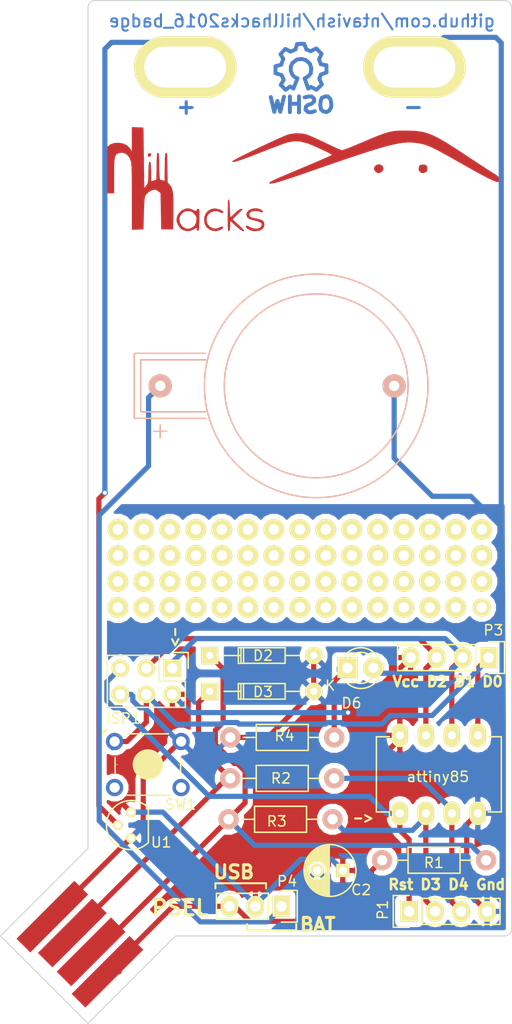
<source format=kicad_pcb>
(kicad_pcb (version 4) (host pcbnew 4.0.2-4+6225~38~ubuntu14.04.1-stable)

  (general
    (links 40)
    (no_connects 0)
    (area 119.999999 39.949999 170.050001 140.000001)
    (thickness 1.6)
    (drawings 27)
    (tracks 184)
    (zones 0)
    (modules 24)
    (nets 15)
  )

  (page A4)
  (layers
    (0 F.Cu signal)
    (31 B.Cu signal)
    (32 B.Adhes user)
    (33 F.Adhes user)
    (34 B.Paste user)
    (35 F.Paste user)
    (36 B.SilkS user)
    (37 F.SilkS user)
    (38 B.Mask user)
    (39 F.Mask user)
    (40 Dwgs.User user)
    (41 Cmts.User user)
    (42 Eco1.User user)
    (43 Eco2.User user)
    (44 Edge.Cuts user)
    (45 Margin user)
    (46 B.CrtYd user)
    (47 F.CrtYd user)
    (48 B.Fab user)
    (49 F.Fab user hide)
  )

  (setup
    (last_trace_width 0.508)
    (user_trace_width 0.508)
    (user_trace_width 0.762)
    (user_trace_width 1.27)
    (trace_clearance 0.2)
    (zone_clearance 0.508)
    (zone_45_only no)
    (trace_min 0.2)
    (segment_width 0.2)
    (edge_width 0.1)
    (via_size 0.6)
    (via_drill 0.4)
    (via_min_size 0.4)
    (via_min_drill 0.3)
    (user_via 0.85 0.6)
    (uvia_size 0.3)
    (uvia_drill 0.1)
    (uvias_allowed no)
    (uvia_min_size 0)
    (uvia_min_drill 0)
    (pcb_text_width 0.3)
    (pcb_text_size 1.5 1.5)
    (mod_edge_width 0.15)
    (mod_text_size 1 1)
    (mod_text_width 0.15)
    (pad_size 1.99898 1.99898)
    (pad_drill 1.00076)
    (pad_to_mask_clearance 0)
    (aux_axis_origin 0 0)
    (visible_elements FFFFFF7F)
    (pcbplotparams
      (layerselection 0x010f0_80000001)
      (usegerberextensions false)
      (excludeedgelayer true)
      (linewidth 0.100000)
      (plotframeref false)
      (viasonmask false)
      (mode 1)
      (useauxorigin false)
      (hpglpennumber 1)
      (hpglpenspeed 20)
      (hpglpendiameter 15)
      (hpglpenoverlay 2)
      (psnegative false)
      (psa4output false)
      (plotreference true)
      (plotvalue true)
      (plotinvisibletext false)
      (padsonsilk false)
      (subtractmaskfromsilk false)
      (outputformat 1)
      (mirror false)
      (drillshape 0)
      (scaleselection 1)
      (outputdirectory seeedstudio/gerbers/))
  )

  (net 0 "")
  (net 1 VCC)
  (net 2 GND)
  (net 3 /D1)
  (net 4 /RST)
  (net 5 /USB-D-)
  (net 6 /USB-D+)
  (net 7 /D4)
  (net 8 /D3)
  (net 9 /VBAT)
  (net 10 /VBUS)
  (net 11 "Net-(D6-Pad1)")
  (net 12 /D0)
  (net 13 /D2)
  (net 14 /V_sec_bat)

  (net_class Default "This is the default net class."
    (clearance 0.2)
    (trace_width 0.25)
    (via_dia 0.6)
    (via_drill 0.4)
    (uvia_dia 0.3)
    (uvia_drill 0.1)
    (add_net /D0)
    (add_net /D1)
    (add_net /D2)
    (add_net /D3)
    (add_net /D4)
    (add_net /RST)
    (add_net /USB-D+)
    (add_net /USB-D-)
    (add_net /VBAT)
    (add_net /VBUS)
    (add_net /V_sec_bat)
    (add_net GND)
    (add_net "Net-(D6-Pad1)")
    (add_net VCC)
  )

  (module badge_mod:tesseract (layer B.Cu) (tedit 570A1D82) (tstamp 570A1B19)
    (at 148.9329 77.343 180)
    (path /570A1F46)
    (fp_text reference U8 (at 0 0 180) (layer B.SilkS) hide
      (effects (font (thickness 0.3)) (justify mirror))
    )
    (fp_text value custom_logo (at 0.75 0 180) (layer B.SilkS) hide
      (effects (font (thickness 0.3)) (justify mirror))
    )
    (fp_poly (pts (xy -3.52748 -8.168117) (xy -3.323042 -8.280087) (xy -3.016718 -8.451342) (xy -2.63096 -8.66931)
      (xy -2.188217 -8.921423) (xy -2.083582 -8.98126) (xy -0.592667 -9.834519) (xy -0.592667 -10.25126)
      (xy -0.59653 -10.490094) (xy -0.606392 -10.639667) (xy -0.613834 -10.665549) (xy -0.690196 -10.624663)
      (xy -0.891225 -10.511914) (xy -1.194796 -10.339853) (xy -1.578783 -10.12103) (xy -2.021062 -9.867997)
      (xy -2.137834 -9.801043) (xy -3.640667 -8.93899) (xy -3.640667 -8.533495) (xy -3.634464 -8.297831)
      (xy -3.618673 -8.151575) (xy -3.607582 -8.128) (xy -3.52748 -8.168117)) (layer B.Mask) (width 0.01))
    (fp_poly (pts (xy 3.444626 -8.197018) (xy 3.46007 -8.395278) (xy 3.455161 -8.519742) (xy 3.429 -8.928925)
      (xy 1.947333 -9.794447) (xy 1.495253 -10.056969) (xy 1.092518 -10.287868) (xy 0.762055 -10.474242)
      (xy 0.526788 -10.603192) (xy 0.409643 -10.661814) (xy 0.402166 -10.663984) (xy 0.365704 -10.590547)
      (xy 0.344151 -10.399176) (xy 0.341455 -10.265834) (xy 0.344244 -9.863667) (xy 1.826659 -9.017)
      (xy 2.282093 -8.757803) (xy 2.689504 -8.527681) (xy 3.025287 -8.339826) (xy 3.265835 -8.207428)
      (xy 3.387543 -8.143679) (xy 3.395198 -8.140446) (xy 3.444626 -8.197018)) (layer B.Mask) (width 0.01))
    (fp_poly (pts (xy 7.427545 3.475778) (xy 7.43694 3.252885) (xy 7.444319 2.913981) (xy 7.449089 2.485728)
      (xy 7.450666 2.025534) (xy 7.450666 0.495068) (xy 6.850072 0.828172) (xy 6.543783 1.004105)
      (xy 6.278496 1.167271) (xy 6.10359 1.287071) (xy 6.084367 1.302648) (xy 5.943647 1.393729)
      (xy 5.837897 1.360285) (xy 5.806552 1.331314) (xy 5.706331 1.261373) (xy 5.478651 1.119254)
      (xy 5.143143 0.916674) (xy 4.719441 0.66535) (xy 4.227175 0.376996) (xy 3.685978 0.06333)
      (xy 3.568173 -0.004529) (xy 1.4425 -1.227667) (xy 1.440916 -3.823362) (xy 1.439333 -6.419057)
      (xy 2.159 -6.823011) (xy 2.465417 -6.99969) (xy 2.706712 -7.147738) (xy 2.850977 -7.247074)
      (xy 2.877701 -7.275316) (xy 2.807772 -7.331341) (xy 2.614463 -7.456617) (xy 2.321495 -7.63653)
      (xy 1.952594 -7.856463) (xy 1.606907 -8.05825) (xy 0.337078 -8.792834) (xy 0.381 -0.46973)
      (xy 3.88189 1.543135) (xy 4.584316 1.946604) (xy 5.241091 2.323085) (xy 5.837813 2.664378)
      (xy 6.360081 2.962282) (xy 6.793493 3.208595) (xy 7.123647 3.395118) (xy 7.336142 3.513648)
      (xy 7.416575 3.555986) (xy 7.416723 3.556) (xy 7.427545 3.475778)) (layer B.Mask) (width 0.01))
    (fp_poly (pts (xy -7.596744 3.51479) (xy -7.387531 3.396631) (xy -7.060466 3.20973) (xy -6.629807 2.962293)
      (xy -6.109809 2.662529) (xy -5.514728 2.318642) (xy -4.858821 1.938841) (xy -4.156344 1.531333)
      (xy -4.105531 1.501829) (xy -0.568028 -0.552343) (xy -0.586092 -4.614027) (xy -0.590078 -5.426032)
      (xy -0.594526 -6.184682) (xy -0.599287 -6.873509) (xy -0.604214 -7.476048) (xy -0.609159 -7.975834)
      (xy -0.613973 -8.356401) (xy -0.618508 -8.601282) (xy -0.622617 -8.694013) (xy -0.622784 -8.694339)
      (xy -0.698681 -8.661164) (xy -0.896201 -8.557456) (xy -1.190085 -8.396939) (xy -1.555071 -8.193334)
      (xy -1.80251 -8.053457) (xy -2.201772 -7.825513) (xy -2.547515 -7.625925) (xy -2.813573 -7.469971)
      (xy -2.973783 -7.372928) (xy -3.008079 -7.349477) (xy -2.958377 -7.291957) (xy -2.789202 -7.171236)
      (xy -2.529014 -7.006514) (xy -2.288275 -6.863917) (xy -1.524 -6.422828) (xy -1.52538 -3.825248)
      (xy -1.52676 -1.227667) (xy -3.722329 0.029179) (xy -4.276466 0.34887) (xy -4.781713 0.645105)
      (xy -5.219572 0.906662) (xy -5.571549 1.122316) (xy -5.819147 1.280846) (xy -5.94387 1.371029)
      (xy -5.9549 1.383845) (xy -6.023602 1.42009) (xy -6.107451 1.346938) (xy -6.219323 1.256529)
      (xy -6.432739 1.112855) (xy -6.708179 0.9396) (xy -7.006121 0.760449) (xy -7.287046 0.599085)
      (xy -7.511431 0.479195) (xy -7.639757 0.424462) (xy -7.648608 0.423333) (xy -7.666286 0.503605)
      (xy -7.681674 0.726852) (xy -7.693829 1.066722) (xy -7.701808 1.496862) (xy -7.704667 1.989666)
      (xy -7.703088 2.483606) (xy -7.698696 2.913562) (xy -7.692009 3.253182) (xy -7.683546 3.476113)
      (xy -7.673851 3.556) (xy -7.596744 3.51479)) (layer B.Mask) (width 0.01))
    (fp_poly (pts (xy -9.456331 -2.411265) (xy -9.252891 -2.524665) (xy -8.947462 -2.698273) (xy -8.562162 -2.919495)
      (xy -8.119109 -3.17574) (xy -7.990498 -3.250433) (xy -6.477 -4.1302) (xy -6.454116 -5.8751)
      (xy -6.450268 -6.397563) (xy -6.452632 -6.857129) (xy -6.460603 -7.22892) (xy -6.473577 -7.488058)
      (xy -6.490947 -7.609664) (xy -6.496449 -7.615685) (xy -6.586412 -7.57394) (xy -6.799897 -7.459898)
      (xy -7.113974 -7.286268) (xy -7.505714 -7.065758) (xy -7.95219 -6.811077) (xy -8.062212 -6.747852)
      (xy -9.562756 -5.884334) (xy -9.565045 -4.1275) (xy -9.564277 -3.602771) (xy -9.560824 -3.140555)
      (xy -9.555102 -2.765735) (xy -9.547526 -2.503194) (xy -9.538514 -2.377817) (xy -9.535664 -2.370667)
      (xy -9.456331 -2.411265)) (layer B.Mask) (width 0.01))
    (fp_poly (pts (xy -2.508467 -2.456619) (xy -2.485817 -2.68504) (xy -2.469287 -3.057356) (xy -2.459459 -3.560886)
      (xy -2.456831 -4.120445) (xy -2.458328 -5.884334) (xy -3.973122 -6.752167) (xy -4.430431 -7.012832)
      (xy -4.837227 -7.242176) (xy -5.170947 -7.427684) (xy -5.409029 -7.556845) (xy -5.528911 -7.617145)
      (xy -5.537958 -7.62) (xy -5.552813 -7.539483) (xy -5.565723 -7.31452) (xy -5.576007 -6.969995)
      (xy -5.582985 -6.530791) (xy -5.585977 -6.02179) (xy -5.586 -5.863167) (xy -5.584 -4.106334)
      (xy -4.100986 -3.259667) (xy -3.645808 -3.000669) (xy -3.239028 -2.770853) (xy -2.904153 -2.583366)
      (xy -2.664692 -2.451357) (xy -2.544153 -2.387972) (xy -2.536652 -2.384778) (xy -2.508467 -2.456619)) (layer B.Mask) (width 0.01))
    (fp_poly (pts (xy 2.522165 -2.417993) (xy 2.734738 -2.533638) (xy 3.047231 -2.709534) (xy 3.436709 -2.932741)
      (xy 3.880237 -3.190321) (xy 3.979333 -3.248292) (xy 5.461 -4.116168) (xy 5.483884 -5.868084)
      (xy 5.487731 -6.39145) (xy 5.485391 -6.85178) (xy 5.477465 -7.224293) (xy 5.464556 -7.484212)
      (xy 5.447263 -7.606755) (xy 5.441551 -7.613063) (xy 5.351775 -7.570053) (xy 5.13906 -7.454053)
      (xy 4.826365 -7.278016) (xy 4.436654 -7.054898) (xy 3.992887 -6.797653) (xy 3.894666 -6.740327)
      (xy 2.413 -5.874528) (xy 2.390115 -4.122597) (xy 2.386268 -3.599069) (xy 2.38861 -3.138427)
      (xy 2.396538 -2.765491) (xy 2.409451 -2.505077) (xy 2.426748 -2.382004) (xy 2.432448 -2.375541)
      (xy 2.522165 -2.417993)) (layer B.Mask) (width 0.01))
    (fp_poly (pts (xy 9.439321 -2.451984) (xy 9.453553 -2.676544) (xy 9.462978 -3.020662) (xy 9.466996 -3.45947)
      (xy 9.465007 -3.968098) (xy 9.463217 -4.125352) (xy 9.440333 -5.880037) (xy 7.958666 -6.746003)
      (xy 7.506615 -7.008643) (xy 7.103901 -7.239649) (xy 6.773445 -7.426115) (xy 6.538169 -7.555136)
      (xy 6.420993 -7.613807) (xy 6.4135 -7.615984) (xy 6.393078 -7.537229) (xy 6.375951 -7.316343)
      (xy 6.363212 -6.980515) (xy 6.355957 -6.556935) (xy 6.354879 -6.1595) (xy 6.354568 -5.528184)
      (xy 6.35837 -5.039005) (xy 6.380512 -4.665071) (xy 6.435224 -4.379488) (xy 6.536734 -4.155363)
      (xy 6.699271 -3.965802) (xy 6.937063 -3.783914) (xy 7.26434 -3.582804) (xy 7.69533 -3.335579)
      (xy 7.916333 -3.208254) (xy 8.362189 -2.951316) (xy 8.758553 -2.726286) (xy 9.082044 -2.546164)
      (xy 9.309277 -2.423948) (xy 9.416872 -2.372636) (xy 9.420884 -2.37185) (xy 9.439321 -2.451984)) (layer B.Mask) (width 0.01))
    (fp_poly (pts (xy -4.49045 -0.529007) (xy -4.036182 -0.792454) (xy -3.638144 -1.030958) (xy -3.317757 -1.231045)
      (xy -3.096444 -1.379242) (xy -2.995624 -1.462073) (xy -2.991881 -1.471636) (xy -3.066671 -1.53118)
      (xy -3.261922 -1.658999) (xy -3.551121 -1.839274) (xy -3.907754 -2.056182) (xy -4.305307 -2.293905)
      (xy -4.717267 -2.536621) (xy -5.11712 -2.768509) (xy -5.478353 -2.973749) (xy -5.774452 -3.136521)
      (xy -5.842 -3.172292) (xy -5.923528 -3.205324) (xy -6.016401 -3.21098) (xy -6.142523 -3.17967)
      (xy -6.323794 -3.1018) (xy -6.582116 -2.967778) (xy -6.939392 -2.768012) (xy -7.417522 -2.492909)
      (xy -7.493 -2.449199) (xy -7.937605 -2.186627) (xy -8.328973 -1.945981) (xy -8.644236 -1.742107)
      (xy -8.860523 -1.589849) (xy -8.954964 -1.504054) (xy -8.957045 -1.498826) (xy -8.893435 -1.414769)
      (xy -8.689871 -1.259292) (xy -8.356565 -1.039228) (xy -7.903731 -0.761408) (xy -7.495993 -0.521672)
      (xy -6.010229 0.338985) (xy -4.49045 -0.529007)) (layer B.Mask) (width 0.01))
    (fp_poly (pts (xy 7.450119 -0.522906) (xy 7.905673 -0.787099) (xy 8.306898 -1.024529) (xy 8.632066 -1.221945)
      (xy 8.859449 -1.366096) (xy 8.967318 -1.443729) (xy 8.973144 -1.45174) (xy 8.904521 -1.502897)
      (xy 8.715442 -1.623318) (xy 8.432043 -1.797503) (xy 8.08046 -2.009954) (xy 7.686827 -2.24517)
      (xy 7.27728 -2.487651) (xy 6.877954 -2.721898) (xy 6.514985 -2.93241) (xy 6.214508 -3.103689)
      (xy 6.002658 -3.220233) (xy 5.926666 -3.258484) (xy 5.844123 -3.223558) (xy 5.638303 -3.115009)
      (xy 5.331725 -2.945342) (xy 4.946907 -2.727057) (xy 4.506369 -2.47266) (xy 4.407378 -2.414939)
      (xy 3.957901 -2.14936) (xy 3.561255 -1.909185) (xy 3.239808 -1.708438) (xy 3.015931 -1.561144)
      (xy 2.911993 -1.481327) (xy 2.907549 -1.474636) (xy 2.970687 -1.41122) (xy 3.16016 -1.27849)
      (xy 3.454629 -1.089995) (xy 3.832754 -0.859281) (xy 4.273197 -0.599896) (xy 4.406645 -0.522906)
      (xy 5.928616 0.351189) (xy 7.450119 -0.522906)) (layer B.Mask) (width 0.01))
    (fp_poly (pts (xy 4.526307 5.801809) (xy 4.730907 5.690529) (xy 5.031988 5.522098) (xy 5.404572 5.310455)
      (xy 5.713614 5.133071) (xy 6.198205 4.848197) (xy 6.541498 4.632813) (xy 6.753314 4.480009)
      (xy 6.843474 4.382876) (xy 6.83728 4.34249) (xy 6.740683 4.282289) (xy 6.514852 4.148584)
      (xy 6.177659 3.951738) (xy 5.746971 3.702117) (xy 5.240661 3.410087) (xy 4.676598 3.086012)
      (xy 4.233333 2.832128) (xy 3.638969 2.490793) (xy 3.090244 2.173085) (xy 2.604856 1.88945)
      (xy 2.2005 1.650334) (xy 1.894876 1.466184) (xy 1.70568 1.347447) (xy 1.651 1.307795)
      (xy 1.548752 1.230669) (xy 1.339128 1.095866) (xy 1.058171 0.924426) (xy 0.741923 0.737387)
      (xy 0.426429 0.555788) (xy 0.14773 0.400669) (xy -0.05813 0.29307) (xy -0.154294 0.254)
      (xy -0.246912 0.294071) (xy -0.454893 0.403214) (xy -0.747545 0.564824) (xy -1.094171 0.762295)
      (xy -1.098894 0.765024) (xy -1.448449 0.972139) (xy -1.744287 1.157111) (xy -1.954967 1.299621)
      (xy -2.048743 1.378857) (xy -2.106544 1.432845) (xy -2.115371 1.412119) (xy -2.164045 1.404442)
      (xy -2.237058 1.462962) (xy -2.337625 1.533489) (xy -2.566584 1.677261) (xy -2.905473 1.883215)
      (xy -3.335827 2.140288) (xy -3.839186 2.437419) (xy -4.397086 2.763546) (xy -4.734725 2.959507)
      (xy -5.308806 3.293479) (xy -5.832893 3.601538) (xy -6.289718 3.873283) (xy -6.662014 4.098318)
      (xy -6.932516 4.266242) (xy -7.083956 4.366656) (xy -7.110492 4.390331) (xy -7.041076 4.445827)
      (xy -6.853362 4.566986) (xy -6.576748 4.73665) (xy -6.240633 4.93766) (xy -5.874415 5.152856)
      (xy -5.507492 5.36508) (xy -5.169263 5.557173) (xy -4.889126 5.711974) (xy -4.696479 5.812327)
      (xy -4.623362 5.842) (xy -4.602599 5.763072) (xy -4.58586 5.549222) (xy -4.575066 5.234844)
      (xy -4.572 4.922741) (xy -4.572 4.003482) (xy -2.335118 2.717993) (xy -0.098235 1.432505)
      (xy 2.149249 2.727086) (xy 4.396733 4.021666) (xy 4.399699 4.931833) (xy 4.404415 5.301468)
      (xy 4.414892 5.598903) (xy 4.42948 5.789567) (xy 4.443167 5.842) (xy 4.526307 5.801809)) (layer B.Mask) (width 0.01))
    (fp_poly (pts (xy -9.165167 4.43399) (xy -8.919451 4.290063) (xy -8.725928 4.170472) (xy -8.657167 4.12372)
      (xy -8.618965 4.046612) (xy -8.590242 3.870533) (xy -8.570096 3.57973) (xy -8.557626 3.15845)
      (xy -8.551929 2.590941) (xy -8.551334 2.275633) (xy -8.554225 1.749581) (xy -8.562305 1.286309)
      (xy -8.574684 0.910534) (xy -8.590471 0.646974) (xy -8.608775 0.520347) (xy -8.614834 0.512763)
      (xy -8.716771 0.554805) (xy -8.916934 0.659112) (xy -9.122834 0.774935) (xy -9.567334 1.032344)
      (xy -9.567334 4.663805) (xy -9.165167 4.43399)) (layer B.Mask) (width 0.01))
    (fp_poly (pts (xy 9.463175 2.926571) (xy 9.440333 1.094485) (xy 8.909499 0.7954) (xy 8.378665 0.496314)
      (xy 8.401499 2.32939) (xy 8.424333 4.162465) (xy 8.955175 4.460561) (xy 9.486017 4.758658)
      (xy 9.463175 2.926571)) (layer B.Mask) (width 0.01))
    (fp_poly (pts (xy -3.510902 8.002675) (xy -3.302841 7.889226) (xy -2.994096 7.715771) (xy -2.60738 7.495099)
      (xy -2.165409 7.239996) (xy -2.069843 7.184492) (xy -0.592667 6.32565) (xy -0.592667 4.559825)
      (xy -0.593632 4.034217) (xy -0.596327 3.57156) (xy -0.600456 3.196547) (xy -0.605722 2.933867)
      (xy -0.611827 2.80821) (xy -0.613834 2.800937) (xy -0.689905 2.843745) (xy -0.889983 2.959216)
      (xy -1.191926 3.134491) (xy -1.573592 3.35671) (xy -2.012838 3.613014) (xy -2.116667 3.673673)
      (xy -3.598334 4.539472) (xy -3.621218 6.291403) (xy -3.625831 6.815319) (xy -3.625627 7.2767)
      (xy -3.62097 7.650635) (xy -3.612225 7.912211) (xy -3.599757 8.036517) (xy -3.595561 8.043333)
      (xy -3.510902 8.002675)) (layer B.Mask) (width 0.01))
    (fp_poly (pts (xy 3.426661 8.032751) (xy 3.443271 7.81788) (xy 3.456784 7.481861) (xy 3.466321 7.048784)
      (xy 3.471003 6.54274) (xy 3.471333 6.361858) (xy 3.471333 4.585723) (xy 2.2225 3.869425)
      (xy 1.782579 3.616756) (xy 1.370328 3.379352) (xy 1.018403 3.176068) (xy 0.759461 3.025754)
      (xy 0.656166 2.9652) (xy 0.338666 2.777274) (xy 0.338666 6.334486) (xy 1.8415 7.20063)
      (xy 2.298073 7.463726) (xy 2.70506 7.69816) (xy 3.039526 7.890729) (xy 3.278537 8.028229)
      (xy 3.399157 8.097456) (xy 3.407833 8.102384) (xy 3.426661 8.032751)) (layer B.Mask) (width 0.01))
    (fp_poly (pts (xy -5.067507 6.710498) (xy -6.449587 5.908105) (xy -6.895504 5.649925) (xy -7.300067 5.41701)
      (xy -7.636915 5.224432) (xy -7.879689 5.087262) (xy -8.001 5.021083) (xy -8.135566 4.991035)
      (xy -8.312274 5.037139) (xy -8.574821 5.171763) (xy -8.614834 5.19484) (xy -8.848931 5.337987)
      (xy -9.009613 5.449763) (xy -9.058399 5.499446) (xy -8.989491 5.55676) (xy -8.782225 5.689377)
      (xy -8.434571 5.898499) (xy -7.944495 6.185329) (xy -7.309966 6.55107) (xy -6.528954 6.996924)
      (xy -6.524114 6.999677) (xy -6.051765 7.268354) (xy -5.067507 6.710498)) (layer B.Mask) (width 0.01))
    (fp_poly (pts (xy 6.025421 7.240649) (xy 6.245317 7.127134) (xy 6.564378 6.95359) (xy 6.959146 6.732822)
      (xy 7.406161 6.477633) (xy 7.500741 6.42303) (xy 8.984614 5.564726) (xy 8.492807 5.282593)
      (xy 8.230483 5.138779) (xy 8.022266 5.036792) (xy 7.916333 4.999447) (xy 7.819622 5.039707)
      (xy 7.601005 5.152367) (xy 7.284699 5.324259) (xy 6.894918 5.542211) (xy 6.455879 5.793054)
      (xy 6.435021 5.805096) (xy 5.994421 6.061055) (xy 5.603522 6.290949) (xy 5.286405 6.480389)
      (xy 5.067148 6.614985) (xy 4.969831 6.680346) (xy 4.968863 6.68127) (xy 5.003505 6.748629)
      (xy 5.14587 6.865239) (xy 5.35256 7.003954) (xy 5.580178 7.137628) (xy 5.785326 7.239114)
      (xy 5.924608 7.281265) (xy 5.92815 7.281333) (xy 6.025421 7.240649)) (layer B.Mask) (width 0.01))
    (fp_poly (pts (xy -0.030187 10.628625) (xy 0.170108 10.520487) (xy 0.461629 10.358569) (xy 0.818189 10.157852)
      (xy 1.2136 9.933319) (xy 1.621676 9.69995) (xy 2.016231 9.472727) (xy 2.371078 9.266633)
      (xy 2.660029 9.096649) (xy 2.856899 8.977757) (xy 2.935501 8.924938) (xy 2.935725 8.92374)
      (xy 2.789566 8.833635) (xy 2.536436 8.685069) (xy 2.203208 8.49315) (xy 1.816751 8.272985)
      (xy 1.403939 8.039681) (xy 0.991642 7.808348) (xy 0.606732 7.594091) (xy 0.276081 7.412018)
      (xy 0.02656 7.277237) (xy -0.11496 7.204856) (xy -0.1362 7.196666) (xy -0.230759 7.237408)
      (xy -0.44721 7.350814) (xy -0.761514 7.523652) (xy -1.149632 7.742695) (xy -1.587525 7.99471)
      (xy -1.610105 8.007829) (xy -2.049909 8.26474) (xy -2.439901 8.494977) (xy -2.75612 8.684196)
      (xy -2.974604 8.818055) (xy -3.071392 8.88221) (xy -3.072431 8.88316) (xy -3.019132 8.937848)
      (xy -2.844805 9.060989) (xy -2.575395 9.236935) (xy -2.236845 9.450039) (xy -1.855101 9.684652)
      (xy -1.456108 9.925127) (xy -1.065809 10.155817) (xy -0.710149 10.361074) (xy -0.415073 10.525251)
      (xy -0.206526 10.632699) (xy -0.113071 10.668) (xy -0.030187 10.628625)) (layer B.Mask) (width 0.01))
  )

  (module Housings_DIP:DIP-8_W7.62mm_LongPads (layer F.Cu) (tedit 54130A77) (tstamp 56D72F88)
    (at 159.08 119.42 90)
    (descr "8-lead dip package, row spacing 7.62 mm (300 mils), longer pads")
    (tags "dil dip 2.54 300")
    (path /56D1C74B)
    (fp_text reference attiny85 (at 3.57 3.72 180) (layer F.SilkS)
      (effects (font (size 1 1) (thickness 0.15)))
    )
    (fp_text value ATTINY85-S (at 0 -3.72 90) (layer F.Fab)
      (effects (font (size 1 1) (thickness 0.15)))
    )
    (fp_line (start -1.4 -2.45) (end -1.4 10.1) (layer F.CrtYd) (width 0.05))
    (fp_line (start 9 -2.45) (end 9 10.1) (layer F.CrtYd) (width 0.05))
    (fp_line (start -1.4 -2.45) (end 9 -2.45) (layer F.CrtYd) (width 0.05))
    (fp_line (start -1.4 10.1) (end 9 10.1) (layer F.CrtYd) (width 0.05))
    (fp_line (start 0.135 -2.295) (end 0.135 -1.025) (layer F.SilkS) (width 0.15))
    (fp_line (start 7.485 -2.295) (end 7.485 -1.025) (layer F.SilkS) (width 0.15))
    (fp_line (start 7.485 9.915) (end 7.485 8.645) (layer F.SilkS) (width 0.15))
    (fp_line (start 0.135 9.915) (end 0.135 8.645) (layer F.SilkS) (width 0.15))
    (fp_line (start 0.135 -2.295) (end 7.485 -2.295) (layer F.SilkS) (width 0.15))
    (fp_line (start 0.135 9.915) (end 7.485 9.915) (layer F.SilkS) (width 0.15))
    (fp_line (start 0.135 -1.025) (end -1.15 -1.025) (layer F.SilkS) (width 0.15))
    (pad 1 thru_hole oval (at 0 0 90) (size 2.3 1.6) (drill 0.8) (layers *.Cu *.Mask F.SilkS)
      (net 4 /RST))
    (pad 2 thru_hole oval (at 0 2.54 90) (size 2.3 1.6) (drill 0.8) (layers *.Cu *.Mask F.SilkS)
      (net 8 /D3))
    (pad 3 thru_hole oval (at 0 5.08 90) (size 2.3 1.6) (drill 0.8) (layers *.Cu *.Mask F.SilkS)
      (net 7 /D4))
    (pad 4 thru_hole oval (at 0 7.62 90) (size 2.3 1.6) (drill 0.8) (layers *.Cu *.Mask F.SilkS)
      (net 2 GND))
    (pad 5 thru_hole oval (at 7.62 7.62 90) (size 2.3 1.6) (drill 0.8) (layers *.Cu *.Mask F.SilkS)
      (net 12 /D0))
    (pad 6 thru_hole oval (at 7.62 5.08 90) (size 2.3 1.6) (drill 0.8) (layers *.Cu *.Mask F.SilkS)
      (net 3 /D1))
    (pad 7 thru_hole oval (at 7.62 2.54 90) (size 2.3 1.6) (drill 0.8) (layers *.Cu *.Mask F.SilkS)
      (net 13 /D2))
    (pad 8 thru_hole oval (at 7.62 0 90) (size 2.3 1.6) (drill 0.8) (layers *.Cu *.Mask F.SilkS)
      (net 1 VCC))
    (model Housings_DIP.3dshapes/DIP-8_W7.62mm_LongPads.wrl
      (at (xyz 0 0 0))
      (scale (xyz 1 1 1))
      (rotate (xyz 0 0 0))
    )
  )

  (module Pin_Headers:Pin_Header_Straight_2x03 (layer F.Cu) (tedit 54EA0A4B) (tstamp 56D4A847)
    (at 136.84 105.25 270)
    (descr "Through hole pin header")
    (tags "pin header")
    (path /56D1C86D)
    (fp_text reference ISP1 (at 4.9 4.79 360) (layer F.SilkS)
      (effects (font (size 1 1) (thickness 0.15)))
    )
    (fp_text value AVR-ISP-6 (at 0 -3.1 270) (layer F.Fab)
      (effects (font (size 1 1) (thickness 0.15)))
    )
    (fp_line (start -1.27 1.27) (end -1.27 6.35) (layer F.SilkS) (width 0.15))
    (fp_line (start -1.55 -1.55) (end 0 -1.55) (layer F.SilkS) (width 0.15))
    (fp_line (start -1.75 -1.75) (end -1.75 6.85) (layer F.CrtYd) (width 0.05))
    (fp_line (start 4.3 -1.75) (end 4.3 6.85) (layer F.CrtYd) (width 0.05))
    (fp_line (start -1.75 -1.75) (end 4.3 -1.75) (layer F.CrtYd) (width 0.05))
    (fp_line (start -1.75 6.85) (end 4.3 6.85) (layer F.CrtYd) (width 0.05))
    (fp_line (start 1.27 -1.27) (end 1.27 1.27) (layer F.SilkS) (width 0.15))
    (fp_line (start 1.27 1.27) (end -1.27 1.27) (layer F.SilkS) (width 0.15))
    (fp_line (start -1.27 6.35) (end 3.81 6.35) (layer F.SilkS) (width 0.15))
    (fp_line (start 3.81 6.35) (end 3.81 1.27) (layer F.SilkS) (width 0.15))
    (fp_line (start -1.55 -1.55) (end -1.55 0) (layer F.SilkS) (width 0.15))
    (fp_line (start 3.81 -1.27) (end 1.27 -1.27) (layer F.SilkS) (width 0.15))
    (fp_line (start 3.81 1.27) (end 3.81 -1.27) (layer F.SilkS) (width 0.15))
    (pad 1 thru_hole rect (at 0 0 270) (size 1.7272 1.7272) (drill 1.016) (layers *.Cu *.Mask F.SilkS)
      (net 3 /D1))
    (pad 2 thru_hole oval (at 2.54 0 270) (size 1.7272 1.7272) (drill 1.016) (layers *.Cu *.Mask F.SilkS)
      (net 1 VCC))
    (pad 3 thru_hole oval (at 0 2.54 270) (size 1.7272 1.7272) (drill 1.016) (layers *.Cu *.Mask F.SilkS)
      (net 13 /D2))
    (pad 4 thru_hole oval (at 2.54 2.54 270) (size 1.7272 1.7272) (drill 1.016) (layers *.Cu *.Mask F.SilkS)
      (net 12 /D0))
    (pad 5 thru_hole oval (at 0 5.08 270) (size 1.7272 1.7272) (drill 1.016) (layers *.Cu *.Mask F.SilkS)
      (net 4 /RST))
    (pad 6 thru_hole oval (at 2.54 5.08 270) (size 1.7272 1.7272) (drill 1.016) (layers *.Cu *.Mask F.SilkS)
      (net 2 GND))
    (model Pin_Headers.3dshapes/Pin_Header_Straight_2x03.wrl
      (at (xyz 0.05 -0.1 0))
      (scale (xyz 1 1 1))
      (rotate (xyz 0 0 90))
    )
  )

  (module connectors:usb-PCB (layer F.Cu) (tedit 542BB0AF) (tstamp 56D20843)
    (at 124.3411 135.670746 315)
    (path /56D208F3)
    (attr virtual)
    (fp_text reference P2 (at 0.13 -7.85 315) (layer F.SilkS) hide
      (effects (font (size 1.5 1.5) (thickness 0.15)))
    )
    (fp_text value USB_A (at 0.29 -10.13 315) (layer F.SilkS) hide
      (effects (font (size 1.5 1.5) (thickness 0.15)))
    )
    (fp_line (start 6.03 0) (end 6.03 -12) (layer Dwgs.User) (width 0.15))
    (fp_line (start 6.03 0) (end -6.03 0) (layer Dwgs.User) (width 0.15))
    (fp_line (start -6.03 0) (end -6.03 -12) (layer Dwgs.User) (width 0.15))
    (pad 1 connect rect (at 3.81 -4.9 315) (size 1.9 8) (layers F.Cu F.Mask)
      (net 10 /VBUS))
    (pad 4 connect rect (at -3.81 -4.9 315) (size 1.9 8) (layers F.Cu F.Mask)
      (net 2 GND))
    (pad 3 connect rect (at -1.3 -5.15 315) (size 2 7.5) (layers F.Cu F.Mask)
      (net 6 /USB-D+))
    (pad 2 connect rect (at 1.3 -5.15 315) (size 2 7.5) (layers F.Cu F.Mask)
      (net 5 /USB-D-))
  )

  (module hh_logo:hh_logo (layer F.Cu) (tedit 0) (tstamp 56D4886F)
    (at 149.15 57.75)
    (path /56D47A38)
    (fp_text reference U3 (at 0 0) (layer F.SilkS) hide
      (effects (font (thickness 0.3)))
    )
    (fp_text value Hillhacks_logo (at 0.75 0) (layer F.SilkS) hide
      (effects (font (thickness 0.3)))
    )
    (fp_poly (pts (xy -10.517556 2.607965) (xy -10.300826 2.703224) (xy -10.096255 2.800532) (xy -9.989061 2.834036)
      (xy -9.948161 2.807499) (xy -9.942286 2.746617) (xy -9.88609 2.633837) (xy -9.795203 2.612572)
      (xy -9.738426 2.618898) (xy -9.699106 2.65239) (xy -9.67466 2.734811) (xy -9.662507 2.887929)
      (xy -9.660063 3.133507) (xy -9.664746 3.493313) (xy -9.668203 3.683) (xy -9.678295 4.106185)
      (xy -9.691708 4.404331) (xy -9.710865 4.597541) (xy -9.738186 4.705914) (xy -9.776093 4.749554)
      (xy -9.797143 4.753429) (xy -9.891982 4.69183) (xy -9.928515 4.595297) (xy -9.95103 4.437165)
      (xy -10.210785 4.61344) (xy -10.549107 4.759693) (xy -10.922546 4.780056) (xy -11.291312 4.672956)
      (xy -11.322275 4.657345) (xy -11.543033 4.477128) (xy -11.735263 4.208557) (xy -11.865233 3.908329)
      (xy -11.901714 3.683435) (xy -11.891385 3.62826) (xy -11.611429 3.62826) (xy -11.551434 3.988749)
      (xy -11.381027 4.278813) (xy -11.14344 4.459408) (xy -10.891745 4.553068) (xy -10.665811 4.550404)
      (xy -10.403628 4.453357) (xy -10.140937 4.254446) (xy -9.98651 3.960746) (xy -9.942286 3.624918)
      (xy -9.965258 3.403836) (xy -10.054991 3.226783) (xy -10.189029 3.077029) (xy -10.371614 2.918602)
      (xy -10.544846 2.846846) (xy -10.776857 2.830286) (xy -11.013335 2.847762) (xy -11.185936 2.921171)
      (xy -11.364686 3.077029) (xy -11.526598 3.266578) (xy -11.598177 3.446811) (xy -11.611429 3.62826)
      (xy -11.891385 3.62826) (xy -11.833729 3.320297) (xy -11.647732 2.996158) (xy -11.370668 2.742584)
      (xy -11.029478 2.591141) (xy -10.956488 2.575982) (xy -10.732135 2.560434) (xy -10.517556 2.607965)) (layer F.Cu) (width 0.01))
    (fp_poly (pts (xy -7.759399 2.636485) (xy -7.661165 2.675508) (xy -7.470522 2.773097) (xy -7.350693 2.859939)
      (xy -7.329714 2.894494) (xy -7.380552 2.99817) (xy -7.508421 3.006114) (xy -7.63602 2.943347)
      (xy -7.907733 2.832784) (xy -8.210708 2.831771) (xy -8.504883 2.926283) (xy -8.750195 3.102295)
      (xy -8.906583 3.345781) (xy -8.921587 3.393407) (xy -8.959363 3.762702) (xy -8.871561 4.082904)
      (xy -8.669126 4.333536) (xy -8.362999 4.494122) (xy -8.327925 4.504219) (xy -8.118067 4.542837)
      (xy -7.938619 4.516712) (xy -7.743077 4.432628) (xy -7.538534 4.351418) (xy -7.402352 4.336975)
      (xy -7.378294 4.349249) (xy -7.349399 4.457636) (xy -7.454672 4.577326) (xy -7.662814 4.688262)
      (xy -8.058065 4.782495) (xy -8.442629 4.736221) (xy -8.634797 4.655352) (xy -8.938876 4.428522)
      (xy -9.123881 4.129323) (xy -9.198671 3.789334) (xy -9.175203 3.386519) (xy -9.036576 3.047258)
      (xy -8.804235 2.787087) (xy -8.499627 2.621543) (xy -8.1442 2.566164) (xy -7.759399 2.636485)) (layer F.Cu) (width 0.01))
    (fp_poly (pts (xy -6.803572 1.68716) (xy -6.758797 1.756534) (xy -6.725901 1.938497) (xy -6.703392 2.244802)
      (xy -6.692411 2.564064) (xy -6.680042 2.895227) (xy -6.661612 3.165695) (xy -6.639644 3.347029)
      (xy -6.617361 3.410857) (xy -6.543844 3.362671) (xy -6.398566 3.23507) (xy -6.210129 3.053492)
      (xy -6.168572 3.011714) (xy -5.913796 2.777986) (xy -5.711501 2.64242) (xy -5.608622 2.612572)
      (xy -5.47974 2.623223) (xy -5.442857 2.641134) (xy -5.491199 2.700902) (xy -5.621044 2.83796)
      (xy -5.809618 3.028637) (xy -5.932714 3.150335) (xy -6.422572 3.630974) (xy -5.857889 4.155915)
      (xy -5.626435 4.376086) (xy -5.441354 4.561677) (xy -5.324726 4.689944) (xy -5.29546 4.735286)
      (xy -5.346811 4.796523) (xy -5.484659 4.755128) (xy -5.698916 4.616808) (xy -5.979492 4.387272)
      (xy -6.096 4.282298) (xy -6.640286 3.7812) (xy -6.661608 4.285457) (xy -6.681289 4.565848)
      (xy -6.714809 4.72502) (xy -6.768137 4.786684) (xy -6.788608 4.789714) (xy -6.823982 4.770553)
      (xy -6.8507 4.701852) (xy -6.869897 4.566786) (xy -6.882708 4.348528) (xy -6.890269 4.030253)
      (xy -6.893714 3.595135) (xy -6.894286 3.223381) (xy -6.8925 2.68708) (xy -6.886584 2.281729)
      (xy -6.875704 1.993176) (xy -6.859022 1.807266) (xy -6.835704 1.709844) (xy -6.804913 1.686756)
      (xy -6.803572 1.68716)) (layer F.Cu) (width 0.01))
    (fp_poly (pts (xy -3.772672 2.622234) (xy -3.588653 2.717136) (xy -3.465979 2.838487) (xy -3.467135 2.927907)
      (xy -3.570846 2.950231) (xy -3.701051 2.902907) (xy -3.926848 2.835059) (xy -4.212686 2.815502)
      (xy -4.485619 2.844922) (xy -4.628324 2.894162) (xy -4.753409 3.025208) (xy -4.786804 3.197517)
      (xy -4.724554 3.352165) (xy -4.662359 3.401338) (xy -4.522665 3.451746) (xy -4.297313 3.509609)
      (xy -4.117818 3.546617) (xy -3.861648 3.602739) (xy -3.645761 3.665205) (xy -3.552271 3.703139)
      (xy -3.379783 3.865783) (xy -3.310245 4.085587) (xy -3.338782 4.322548) (xy -3.460521 4.536661)
      (xy -3.670588 4.687925) (xy -3.672347 4.688664) (xy -4.002436 4.772131) (xy -4.36182 4.778277)
      (xy -4.682904 4.707878) (xy -4.753429 4.676278) (xy -5.012021 4.517784) (xy -5.127669 4.383478)
      (xy -5.100624 4.27331) (xy -5.005254 4.239097) (xy -4.859109 4.305293) (xy -4.813448 4.336339)
      (xy -4.536963 4.47753) (xy -4.243233 4.54042) (xy -3.966558 4.527851) (xy -3.741237 4.442661)
      (xy -3.601571 4.287691) (xy -3.583052 4.234476) (xy -3.566704 4.10364) (xy -3.60778 4.0041)
      (xy -3.727498 3.921247) (xy -3.947078 3.84047) (xy -4.287737 3.747158) (xy -4.292573 3.745922)
      (xy -4.603737 3.659383) (xy -4.804703 3.581845) (xy -4.928238 3.497237) (xy -5.002613 3.397655)
      (xy -5.068702 3.164198) (xy -5.014069 2.952324) (xy -4.862787 2.77362) (xy -4.638931 2.639672)
      (xy -4.366577 2.562067) (xy -4.069799 2.552392) (xy -3.772672 2.622234)) (layer F.Cu) (width 0.01))
    (fp_poly (pts (xy -15.693572 -5.355195) (xy -15.131143 -5.334) (xy -15.093647 -2.322286) (xy -15.085246 -1.680959)
      (xy -15.076704 -1.090278) (xy -15.068289 -0.56476) (xy -15.060273 -0.118922) (xy -15.052925 0.232719)
      (xy -15.046516 0.475646) (xy -15.041314 0.595341) (xy -15.039218 0.604282) (xy -14.984283 0.496506)
      (xy -14.870355 0.33933) (xy -14.842911 0.305962) (xy -14.772218 0.214153) (xy -14.722312 0.116884)
      (xy -14.688916 -0.012791) (xy -14.667755 -0.201818) (xy -14.65455 -0.477144) (xy -14.645026 -0.865713)
      (xy -14.64334 -0.951463) (xy -14.633034 -1.368825) (xy -14.619265 -1.661356) (xy -14.599521 -1.849369)
      (xy -14.571293 -1.953173) (xy -14.532071 -1.993078) (xy -14.514286 -1.995714) (xy -14.468546 -1.973304)
      (xy -14.435713 -1.892024) (xy -14.412937 -1.730794) (xy -14.397367 -1.468538) (xy -14.386152 -1.084179)
      (xy -14.385231 -1.041566) (xy -14.365034 -0.087418) (xy -14.11468 -0.164254) (xy -13.864327 -0.241089)
      (xy -13.844592 -1.55383) (xy -13.83586 -2.028106) (xy -13.824814 -2.375638) (xy -13.80965 -2.614827)
      (xy -13.788566 -2.764072) (xy -13.75976 -2.84177) (xy -13.721429 -2.866323) (xy -13.716 -2.866571)
      (xy -13.676538 -2.847325) (xy -13.646742 -2.777367) (xy -13.624831 -2.638372) (xy -13.609027 -2.412013)
      (xy -13.597548 -2.079965) (xy -13.588616 -1.623901) (xy -13.587363 -1.542143) (xy -13.577188 -1.040924)
      (xy -13.562996 -0.671362) (xy -13.543683 -0.419997) (xy -13.518143 -0.273372) (xy -13.485271 -0.218029)
      (xy -13.478506 -0.216723) (xy -13.339728 -0.198024) (xy -13.227774 -0.1724) (xy -13.066119 -0.129068)
      (xy -13.046345 -1.497819) (xy -13.037822 -1.98326) (xy -13.027157 -2.341617) (xy -13.012652 -2.590948)
      (xy -12.992611 -2.749312) (xy -12.965337 -2.834767) (xy -12.929132 -2.86537) (xy -12.917714 -2.866571)
      (xy -12.879756 -2.847979) (xy -12.850744 -2.78045) (xy -12.829109 -2.646353) (xy -12.813281 -2.428059)
      (xy -12.801689 -2.107938) (xy -12.792764 -1.66836) (xy -12.789146 -1.422937) (xy -12.769434 0.020698)
      (xy -12.559515 0.259783) (xy -12.447767 0.407448) (xy -12.360125 0.578584) (xy -12.294224 0.791098)
      (xy -12.2477 1.062896) (xy -12.21819 1.411886) (xy -12.203328 1.855975) (xy -12.200751 2.413068)
      (xy -12.205769 2.939143) (xy -12.228286 4.608286) (xy -13.389429 4.608286) (xy -13.425714 2.842008)
      (xy -13.462 1.07573) (xy -13.665618 0.900722) (xy -13.837291 0.783523) (xy -13.989862 0.726715)
      (xy -14.005608 0.725714) (xy -14.312512 0.789236) (xy -14.614875 0.957681) (xy -14.863505 1.197868)
      (xy -14.97395 1.378857) (xy -15.002233 1.510749) (xy -15.029736 1.766827) (xy -15.054994 2.126139)
      (xy -15.07654 2.567729) (xy -15.092909 3.070645) (xy -15.09325 3.084286) (xy -15.131143 4.608286)
      (xy -15.693572 4.629481) (xy -16.256 4.650677) (xy -16.256 1.530625) (xy -16.258021 0.663126)
      (xy -16.263987 -0.093678) (xy -16.273756 -0.733529) (xy -16.287185 -1.250169) (xy -16.30413 -1.637341)
      (xy -16.324449 -1.888786) (xy -16.335812 -1.961578) (xy -16.469758 -2.338376) (xy -16.679716 -2.628121)
      (xy -16.945206 -2.816394) (xy -17.245751 -2.888775) (xy -17.560868 -2.830846) (xy -17.566918 -2.828367)
      (xy -17.693972 -2.767105) (xy -17.793366 -2.689458) (xy -17.868464 -2.578168) (xy -17.922636 -2.415979)
      (xy -17.959247 -2.185634) (xy -17.981666 -1.869876) (xy -17.993258 -1.451449) (xy -17.997391 -0.913096)
      (xy -17.997714 -0.620461) (xy -17.997714 1.088571) (xy -19.013714 1.088571) (xy -19.013714 -0.839261)
      (xy -19.013077 -1.42351) (xy -19.010281 -1.882169) (xy -19.004 -2.23479) (xy -18.992905 -2.500925)
      (xy -18.975672 -2.700124) (xy -18.950973 -2.851938) (xy -18.91748 -2.975919) (xy -18.873868 -3.091618)
      (xy -18.858382 -3.128173) (xy -18.648465 -3.470283) (xy -18.356872 -3.699558) (xy -17.974094 -3.821621)
      (xy -17.643733 -3.846286) (xy -17.168081 -3.79176) (xy -16.783762 -3.626505) (xy -16.485384 -3.348006)
      (xy -16.439899 -3.284939) (xy -16.256 -3.014307) (xy -16.256 -5.376391) (xy -15.693572 -5.355195)) (layer F.Cu) (width 0.01))
    (fp_poly (pts (xy 10.559143 -5.035141) (xy 11.051214 -5.026892) (xy 11.494713 -5.001425) (xy 11.905625 -4.952216)
      (xy 12.299934 -4.872742) (xy 12.693627 -4.75648) (xy 13.102687 -4.596908) (xy 13.5431 -4.387502)
      (xy 14.03085 -4.12174) (xy 14.581923 -3.793098) (xy 15.212304 -3.395054) (xy 15.937976 -2.921085)
      (xy 16.256 -2.710443) (xy 16.777883 -2.364831) (xy 17.290696 -2.027114) (xy 17.774387 -1.710359)
      (xy 18.208903 -1.427634) (xy 18.574192 -1.192007) (xy 18.850202 -1.016544) (xy 18.959286 -0.948831)
      (xy 19.244902 -0.772294) (xy 19.428736 -0.646988) (xy 19.533205 -0.549038) (xy 19.58073 -0.45457)
      (xy 19.593728 -0.339711) (xy 19.594286 -0.272613) (xy 19.587611 -0.089565) (xy 19.548426 -0.017237)
      (xy 19.447992 -0.021255) (xy 19.394714 -0.033924) (xy 19.198511 -0.097566) (xy 18.930515 -0.210107)
      (xy 18.583081 -0.375538) (xy 18.148566 -0.597848) (xy 17.619326 -0.881027) (xy 16.987718 -1.229064)
      (xy 16.246096 -1.645951) (xy 15.580466 -2.024844) (xy 14.86887 -2.429429) (xy 14.265844 -2.766034)
      (xy 13.755618 -3.041552) (xy 13.322425 -3.262879) (xy 12.950495 -3.43691) (xy 12.624061 -3.57054)
      (xy 12.327352 -3.670665) (xy 12.044602 -3.744179) (xy 11.760041 -3.797978) (xy 11.4579 -3.838957)
      (xy 11.422463 -3.843029) (xy 11.157628 -3.867496) (xy 10.88996 -3.87906) (xy 10.611107 -3.875435)
      (xy 10.312715 -3.854332) (xy 9.986432 -3.813465) (xy 9.623906 -3.750546) (xy 9.216783 -3.663287)
      (xy 8.756712 -3.549402) (xy 8.235339 -3.406603) (xy 7.644311 -3.232603) (xy 6.975277 -3.025114)
      (xy 6.219884 -2.781849) (xy 5.369778 -2.50052) (xy 4.416608 -2.178841) (xy 3.35202 -1.814524)
      (xy 2.167662 -1.405281) (xy 0.860318 -0.950616) (xy 0.012159 -0.657224) (xy -0.708184 -0.413278)
      (xy -1.308539 -0.216581) (xy -1.796735 -0.064938) (xy -2.180602 0.043844) (xy -2.46797 0.111963)
      (xy -2.666666 0.141612) (xy -2.78452 0.134987) (xy -2.829361 0.094283) (xy -2.830286 0.084155)
      (xy -2.819507 0.047296) (xy -2.779155 0.003881) (xy -2.697208 -0.05173) (xy -2.561643 -0.125178)
      (xy -2.360438 -0.222102) (xy -2.081569 -0.348144) (xy -1.713014 -0.508942) (xy -1.24275 -0.710137)
      (xy -0.658756 -0.957369) (xy -0.181429 -1.158496) (xy 0.599351 -1.487449) (xy 1.256237 -1.765091)
      (xy 1.799334 -1.995891) (xy 2.238746 -2.184314) (xy 2.584577 -2.334828) (xy 2.846934 -2.451899)
      (xy 3.035918 -2.539993) (xy 3.161636 -2.603577) (xy 3.234192 -2.647118) (xy 3.263689 -2.675082)
      (xy 3.265714 -2.682274) (xy 3.202971 -2.734194) (xy 3.030929 -2.83149) (xy 2.773866 -2.962763)
      (xy 2.456061 -3.116618) (xy 2.101793 -3.281655) (xy 1.73534 -3.446478) (xy 1.380983 -3.599688)
      (xy 1.062998 -3.729888) (xy 0.907143 -3.789505) (xy 0.252111 -3.965399) (xy -0.385846 -4.000292)
      (xy -1.021169 -3.894863) (xy -1.066116 -3.882188) (xy -1.237877 -3.825503) (xy -1.524282 -3.72287)
      (xy -1.905072 -3.581901) (xy -2.359993 -3.410206) (xy -2.868787 -3.215395) (xy -3.411197 -3.005079)
      (xy -3.666294 -2.905271) (xy -4.393545 -2.622425) (xy -4.995702 -2.394169) (xy -5.481077 -2.21792)
      (xy -5.857984 -2.091094) (xy -6.134736 -2.011106) (xy -6.319645 -1.975375) (xy -6.421025 -1.981315)
      (xy -6.44719 -2.026344) (xy -6.443364 -2.042193) (xy -6.370274 -2.100097) (xy -6.1818 -2.209774)
      (xy -5.894801 -2.363177) (xy -5.526136 -2.552259) (xy -5.092663 -2.768974) (xy -4.611242 -3.005275)
      (xy -4.09873 -3.253115) (xy -3.571988 -3.504448) (xy -3.047874 -3.751227) (xy -2.543247 -3.985406)
      (xy -2.074965 -4.198939) (xy -1.659887 -4.383777) (xy -1.314873 -4.531875) (xy -1.056781 -4.635187)
      (xy -0.907143 -4.684595) (xy -0.237556 -4.779685) (xy 0.413428 -4.749548) (xy 0.72861 -4.685429)
      (xy 0.909895 -4.623091) (xy 1.196021 -4.506845) (xy 1.561998 -4.347672) (xy 1.982837 -4.156554)
      (xy 2.433549 -3.944474) (xy 2.627666 -3.850857) (xy 3.065119 -3.641416) (xy 3.465944 -3.455434)
      (xy 3.809507 -3.302008) (xy 4.075179 -3.190238) (xy 4.242326 -3.129222) (xy 4.283637 -3.120571)
      (xy 4.393945 -3.148244) (xy 4.615177 -3.225593) (xy 4.925287 -3.344112) (xy 5.302228 -3.495298)
      (xy 5.723952 -3.670646) (xy 5.865114 -3.730622) (xy 6.589426 -4.03919) (xy 7.198172 -4.295051)
      (xy 7.709008 -4.503112) (xy 8.139586 -4.668279) (xy 8.507561 -4.795459) (xy 8.830587 -4.889558)
      (xy 9.126318 -4.955482) (xy 9.412407 -4.998137) (xy 9.706508 -5.022429) (xy 10.026276 -5.033265)
      (xy 10.389364 -5.035551) (xy 10.559143 -5.035141)) (layer F.Cu) (width 0.01))
    (fp_poly (pts (xy 8.037156 -1.720691) (xy 8.211408 -1.607948) (xy 8.232742 -1.580424) (xy 8.334617 -1.361873)
      (xy 8.298887 -1.175067) (xy 8.154499 -1.021267) (xy 7.978391 -0.906068) (xy 7.828794 -0.884756)
      (xy 7.692571 -0.92122) (xy 7.51269 -1.05396) (xy 7.411123 -1.262937) (xy 7.402286 -1.345194)
      (xy 7.463909 -1.538177) (xy 7.619519 -1.673375) (xy 7.825231 -1.738357) (xy 8.037156 -1.720691)) (layer F.Cu) (width 0.01))
    (fp_poly (pts (xy 12.391571 -1.699973) (xy 12.53413 -1.619548) (xy 12.598837 -1.477355) (xy 12.613255 -1.366288)
      (xy 12.605565 -1.160272) (xy 12.522809 -1.028066) (xy 12.470108 -0.98661) (xy 12.251392 -0.882644)
      (xy 12.046878 -0.909654) (xy 11.913892 -0.98661) (xy 11.798382 -1.107363) (xy 11.766332 -1.279666)
      (xy 11.770745 -1.366288) (xy 11.810079 -1.559655) (xy 11.909252 -1.664137) (xy 11.992428 -1.699973)
      (xy 12.278848 -1.727312) (xy 12.391571 -1.699973)) (layer F.Cu) (width 0.01))
    (fp_poly (pts (xy -14.395347 -2.794005) (xy -14.382238 -2.667741) (xy -14.447958 -2.535334) (xy -14.56194 -2.478913)
      (xy -14.669929 -2.515476) (xy -14.702365 -2.567447) (xy -14.707612 -2.727618) (xy -14.593956 -2.818791)
      (xy -14.504955 -2.830286) (xy -14.395347 -2.794005)) (layer F.Cu) (width 0.01))
    (fp_poly (pts (xy -10.517556 2.607965) (xy -10.300826 2.703224) (xy -10.096255 2.800532) (xy -9.989061 2.834036)
      (xy -9.948161 2.807499) (xy -9.942286 2.746617) (xy -9.88609 2.633837) (xy -9.795203 2.612572)
      (xy -9.738426 2.618898) (xy -9.699106 2.65239) (xy -9.67466 2.734811) (xy -9.662507 2.887929)
      (xy -9.660063 3.133507) (xy -9.664746 3.493313) (xy -9.668203 3.683) (xy -9.678295 4.106185)
      (xy -9.691708 4.404331) (xy -9.710865 4.597541) (xy -9.738186 4.705914) (xy -9.776093 4.749554)
      (xy -9.797143 4.753429) (xy -9.891982 4.69183) (xy -9.928515 4.595297) (xy -9.95103 4.437165)
      (xy -10.210785 4.61344) (xy -10.549107 4.759693) (xy -10.922546 4.780056) (xy -11.291312 4.672956)
      (xy -11.322275 4.657345) (xy -11.543033 4.477128) (xy -11.735263 4.208557) (xy -11.865233 3.908329)
      (xy -11.901714 3.683435) (xy -11.891385 3.62826) (xy -11.611429 3.62826) (xy -11.551434 3.988749)
      (xy -11.381027 4.278813) (xy -11.14344 4.459408) (xy -10.891745 4.553068) (xy -10.665811 4.550404)
      (xy -10.403628 4.453357) (xy -10.140937 4.254446) (xy -9.98651 3.960746) (xy -9.942286 3.624918)
      (xy -9.965258 3.403836) (xy -10.054991 3.226783) (xy -10.189029 3.077029) (xy -10.371614 2.918602)
      (xy -10.544846 2.846846) (xy -10.776857 2.830286) (xy -11.013335 2.847762) (xy -11.185936 2.921171)
      (xy -11.364686 3.077029) (xy -11.526598 3.266578) (xy -11.598177 3.446811) (xy -11.611429 3.62826)
      (xy -11.891385 3.62826) (xy -11.833729 3.320297) (xy -11.647732 2.996158) (xy -11.370668 2.742584)
      (xy -11.029478 2.591141) (xy -10.956488 2.575982) (xy -10.732135 2.560434) (xy -10.517556 2.607965)) (layer F.Mask) (width 0.01))
    (fp_poly (pts (xy -7.759399 2.636485) (xy -7.661165 2.675508) (xy -7.470522 2.773097) (xy -7.350693 2.859939)
      (xy -7.329714 2.894494) (xy -7.380552 2.99817) (xy -7.508421 3.006114) (xy -7.63602 2.943347)
      (xy -7.907733 2.832784) (xy -8.210708 2.831771) (xy -8.504883 2.926283) (xy -8.750195 3.102295)
      (xy -8.906583 3.345781) (xy -8.921587 3.393407) (xy -8.959363 3.762702) (xy -8.871561 4.082904)
      (xy -8.669126 4.333536) (xy -8.362999 4.494122) (xy -8.327925 4.504219) (xy -8.118067 4.542837)
      (xy -7.938619 4.516712) (xy -7.743077 4.432628) (xy -7.538534 4.351418) (xy -7.402352 4.336975)
      (xy -7.378294 4.349249) (xy -7.349399 4.457636) (xy -7.454672 4.577326) (xy -7.662814 4.688262)
      (xy -8.058065 4.782495) (xy -8.442629 4.736221) (xy -8.634797 4.655352) (xy -8.938876 4.428522)
      (xy -9.123881 4.129323) (xy -9.198671 3.789334) (xy -9.175203 3.386519) (xy -9.036576 3.047258)
      (xy -8.804235 2.787087) (xy -8.499627 2.621543) (xy -8.1442 2.566164) (xy -7.759399 2.636485)) (layer F.Mask) (width 0.01))
    (fp_poly (pts (xy -6.803572 1.68716) (xy -6.758797 1.756534) (xy -6.725901 1.938497) (xy -6.703392 2.244802)
      (xy -6.692411 2.564064) (xy -6.680042 2.895227) (xy -6.661612 3.165695) (xy -6.639644 3.347029)
      (xy -6.617361 3.410857) (xy -6.543844 3.362671) (xy -6.398566 3.23507) (xy -6.210129 3.053492)
      (xy -6.168572 3.011714) (xy -5.913796 2.777986) (xy -5.711501 2.64242) (xy -5.608622 2.612572)
      (xy -5.47974 2.623223) (xy -5.442857 2.641134) (xy -5.491199 2.700902) (xy -5.621044 2.83796)
      (xy -5.809618 3.028637) (xy -5.932714 3.150335) (xy -6.422572 3.630974) (xy -5.857889 4.155915)
      (xy -5.626435 4.376086) (xy -5.441354 4.561677) (xy -5.324726 4.689944) (xy -5.29546 4.735286)
      (xy -5.346811 4.796523) (xy -5.484659 4.755128) (xy -5.698916 4.616808) (xy -5.979492 4.387272)
      (xy -6.096 4.282298) (xy -6.640286 3.7812) (xy -6.661608 4.285457) (xy -6.681289 4.565848)
      (xy -6.714809 4.72502) (xy -6.768137 4.786684) (xy -6.788608 4.789714) (xy -6.823982 4.770553)
      (xy -6.8507 4.701852) (xy -6.869897 4.566786) (xy -6.882708 4.348528) (xy -6.890269 4.030253)
      (xy -6.893714 3.595135) (xy -6.894286 3.223381) (xy -6.8925 2.68708) (xy -6.886584 2.281729)
      (xy -6.875704 1.993176) (xy -6.859022 1.807266) (xy -6.835704 1.709844) (xy -6.804913 1.686756)
      (xy -6.803572 1.68716)) (layer F.Mask) (width 0.01))
    (fp_poly (pts (xy -3.772672 2.622234) (xy -3.588653 2.717136) (xy -3.465979 2.838487) (xy -3.467135 2.927907)
      (xy -3.570846 2.950231) (xy -3.701051 2.902907) (xy -3.926848 2.835059) (xy -4.212686 2.815502)
      (xy -4.485619 2.844922) (xy -4.628324 2.894162) (xy -4.753409 3.025208) (xy -4.786804 3.197517)
      (xy -4.724554 3.352165) (xy -4.662359 3.401338) (xy -4.522665 3.451746) (xy -4.297313 3.509609)
      (xy -4.117818 3.546617) (xy -3.861648 3.602739) (xy -3.645761 3.665205) (xy -3.552271 3.703139)
      (xy -3.379783 3.865783) (xy -3.310245 4.085587) (xy -3.338782 4.322548) (xy -3.460521 4.536661)
      (xy -3.670588 4.687925) (xy -3.672347 4.688664) (xy -4.002436 4.772131) (xy -4.36182 4.778277)
      (xy -4.682904 4.707878) (xy -4.753429 4.676278) (xy -5.012021 4.517784) (xy -5.127669 4.383478)
      (xy -5.100624 4.27331) (xy -5.005254 4.239097) (xy -4.859109 4.305293) (xy -4.813448 4.336339)
      (xy -4.536963 4.47753) (xy -4.243233 4.54042) (xy -3.966558 4.527851) (xy -3.741237 4.442661)
      (xy -3.601571 4.287691) (xy -3.583052 4.234476) (xy -3.566704 4.10364) (xy -3.60778 4.0041)
      (xy -3.727498 3.921247) (xy -3.947078 3.84047) (xy -4.287737 3.747158) (xy -4.292573 3.745922)
      (xy -4.603737 3.659383) (xy -4.804703 3.581845) (xy -4.928238 3.497237) (xy -5.002613 3.397655)
      (xy -5.068702 3.164198) (xy -5.014069 2.952324) (xy -4.862787 2.77362) (xy -4.638931 2.639672)
      (xy -4.366577 2.562067) (xy -4.069799 2.552392) (xy -3.772672 2.622234)) (layer F.Mask) (width 0.01))
    (fp_poly (pts (xy -15.693572 -5.355195) (xy -15.131143 -5.334) (xy -15.093647 -2.322286) (xy -15.085246 -1.680959)
      (xy -15.076704 -1.090278) (xy -15.068289 -0.56476) (xy -15.060273 -0.118922) (xy -15.052925 0.232719)
      (xy -15.046516 0.475646) (xy -15.041314 0.595341) (xy -15.039218 0.604282) (xy -14.984283 0.496506)
      (xy -14.870355 0.33933) (xy -14.842911 0.305962) (xy -14.772218 0.214153) (xy -14.722312 0.116884)
      (xy -14.688916 -0.012791) (xy -14.667755 -0.201818) (xy -14.65455 -0.477144) (xy -14.645026 -0.865713)
      (xy -14.64334 -0.951463) (xy -14.633034 -1.368825) (xy -14.619265 -1.661356) (xy -14.599521 -1.849369)
      (xy -14.571293 -1.953173) (xy -14.532071 -1.993078) (xy -14.514286 -1.995714) (xy -14.468546 -1.973304)
      (xy -14.435713 -1.892024) (xy -14.412937 -1.730794) (xy -14.397367 -1.468538) (xy -14.386152 -1.084179)
      (xy -14.385231 -1.041566) (xy -14.365034 -0.087418) (xy -14.11468 -0.164254) (xy -13.864327 -0.241089)
      (xy -13.844592 -1.55383) (xy -13.83586 -2.028106) (xy -13.824814 -2.375638) (xy -13.80965 -2.614827)
      (xy -13.788566 -2.764072) (xy -13.75976 -2.84177) (xy -13.721429 -2.866323) (xy -13.716 -2.866571)
      (xy -13.676538 -2.847325) (xy -13.646742 -2.777367) (xy -13.624831 -2.638372) (xy -13.609027 -2.412013)
      (xy -13.597548 -2.079965) (xy -13.588616 -1.623901) (xy -13.587363 -1.542143) (xy -13.577188 -1.040924)
      (xy -13.562996 -0.671362) (xy -13.543683 -0.419997) (xy -13.518143 -0.273372) (xy -13.485271 -0.218029)
      (xy -13.478506 -0.216723) (xy -13.339728 -0.198024) (xy -13.227774 -0.1724) (xy -13.066119 -0.129068)
      (xy -13.046345 -1.497819) (xy -13.037822 -1.98326) (xy -13.027157 -2.341617) (xy -13.012652 -2.590948)
      (xy -12.992611 -2.749312) (xy -12.965337 -2.834767) (xy -12.929132 -2.86537) (xy -12.917714 -2.866571)
      (xy -12.879756 -2.847979) (xy -12.850744 -2.78045) (xy -12.829109 -2.646353) (xy -12.813281 -2.428059)
      (xy -12.801689 -2.107938) (xy -12.792764 -1.66836) (xy -12.789146 -1.422937) (xy -12.769434 0.020698)
      (xy -12.559515 0.259783) (xy -12.447767 0.407448) (xy -12.360125 0.578584) (xy -12.294224 0.791098)
      (xy -12.2477 1.062896) (xy -12.21819 1.411886) (xy -12.203328 1.855975) (xy -12.200751 2.413068)
      (xy -12.205769 2.939143) (xy -12.228286 4.608286) (xy -13.389429 4.608286) (xy -13.425714 2.842008)
      (xy -13.462 1.07573) (xy -13.665618 0.900722) (xy -13.837291 0.783523) (xy -13.989862 0.726715)
      (xy -14.005608 0.725714) (xy -14.312512 0.789236) (xy -14.614875 0.957681) (xy -14.863505 1.197868)
      (xy -14.97395 1.378857) (xy -15.002233 1.510749) (xy -15.029736 1.766827) (xy -15.054994 2.126139)
      (xy -15.07654 2.567729) (xy -15.092909 3.070645) (xy -15.09325 3.084286) (xy -15.131143 4.608286)
      (xy -15.693572 4.629481) (xy -16.256 4.650677) (xy -16.256 1.530625) (xy -16.258021 0.663126)
      (xy -16.263987 -0.093678) (xy -16.273756 -0.733529) (xy -16.287185 -1.250169) (xy -16.30413 -1.637341)
      (xy -16.324449 -1.888786) (xy -16.335812 -1.961578) (xy -16.469758 -2.338376) (xy -16.679716 -2.628121)
      (xy -16.945206 -2.816394) (xy -17.245751 -2.888775) (xy -17.560868 -2.830846) (xy -17.566918 -2.828367)
      (xy -17.693972 -2.767105) (xy -17.793366 -2.689458) (xy -17.868464 -2.578168) (xy -17.922636 -2.415979)
      (xy -17.959247 -2.185634) (xy -17.981666 -1.869876) (xy -17.993258 -1.451449) (xy -17.997391 -0.913096)
      (xy -17.997714 -0.620461) (xy -17.997714 1.088571) (xy -19.013714 1.088571) (xy -19.013714 -0.839261)
      (xy -19.013077 -1.42351) (xy -19.010281 -1.882169) (xy -19.004 -2.23479) (xy -18.992905 -2.500925)
      (xy -18.975672 -2.700124) (xy -18.950973 -2.851938) (xy -18.91748 -2.975919) (xy -18.873868 -3.091618)
      (xy -18.858382 -3.128173) (xy -18.648465 -3.470283) (xy -18.356872 -3.699558) (xy -17.974094 -3.821621)
      (xy -17.643733 -3.846286) (xy -17.168081 -3.79176) (xy -16.783762 -3.626505) (xy -16.485384 -3.348006)
      (xy -16.439899 -3.284939) (xy -16.256 -3.014307) (xy -16.256 -5.376391) (xy -15.693572 -5.355195)) (layer F.Mask) (width 0.01))
    (fp_poly (pts (xy 10.559143 -5.035141) (xy 11.051214 -5.026892) (xy 11.494713 -5.001425) (xy 11.905625 -4.952216)
      (xy 12.299934 -4.872742) (xy 12.693627 -4.75648) (xy 13.102687 -4.596908) (xy 13.5431 -4.387502)
      (xy 14.03085 -4.12174) (xy 14.581923 -3.793098) (xy 15.212304 -3.395054) (xy 15.937976 -2.921085)
      (xy 16.256 -2.710443) (xy 16.777883 -2.364831) (xy 17.290696 -2.027114) (xy 17.774387 -1.710359)
      (xy 18.208903 -1.427634) (xy 18.574192 -1.192007) (xy 18.850202 -1.016544) (xy 18.959286 -0.948831)
      (xy 19.244902 -0.772294) (xy 19.428736 -0.646988) (xy 19.533205 -0.549038) (xy 19.58073 -0.45457)
      (xy 19.593728 -0.339711) (xy 19.594286 -0.272613) (xy 19.587611 -0.089565) (xy 19.548426 -0.017237)
      (xy 19.447992 -0.021255) (xy 19.394714 -0.033924) (xy 19.198511 -0.097566) (xy 18.930515 -0.210107)
      (xy 18.583081 -0.375538) (xy 18.148566 -0.597848) (xy 17.619326 -0.881027) (xy 16.987718 -1.229064)
      (xy 16.246096 -1.645951) (xy 15.580466 -2.024844) (xy 14.86887 -2.429429) (xy 14.265844 -2.766034)
      (xy 13.755618 -3.041552) (xy 13.322425 -3.262879) (xy 12.950495 -3.43691) (xy 12.624061 -3.57054)
      (xy 12.327352 -3.670665) (xy 12.044602 -3.744179) (xy 11.760041 -3.797978) (xy 11.4579 -3.838957)
      (xy 11.422463 -3.843029) (xy 11.157628 -3.867496) (xy 10.88996 -3.87906) (xy 10.611107 -3.875435)
      (xy 10.312715 -3.854332) (xy 9.986432 -3.813465) (xy 9.623906 -3.750546) (xy 9.216783 -3.663287)
      (xy 8.756712 -3.549402) (xy 8.235339 -3.406603) (xy 7.644311 -3.232603) (xy 6.975277 -3.025114)
      (xy 6.219884 -2.781849) (xy 5.369778 -2.50052) (xy 4.416608 -2.178841) (xy 3.35202 -1.814524)
      (xy 2.167662 -1.405281) (xy 0.860318 -0.950616) (xy 0.012159 -0.657224) (xy -0.708184 -0.413278)
      (xy -1.308539 -0.216581) (xy -1.796735 -0.064938) (xy -2.180602 0.043844) (xy -2.46797 0.111963)
      (xy -2.666666 0.141612) (xy -2.78452 0.134987) (xy -2.829361 0.094283) (xy -2.830286 0.084155)
      (xy -2.819507 0.047296) (xy -2.779155 0.003881) (xy -2.697208 -0.05173) (xy -2.561643 -0.125178)
      (xy -2.360438 -0.222102) (xy -2.081569 -0.348144) (xy -1.713014 -0.508942) (xy -1.24275 -0.710137)
      (xy -0.658756 -0.957369) (xy -0.181429 -1.158496) (xy 0.599351 -1.487449) (xy 1.256237 -1.765091)
      (xy 1.799334 -1.995891) (xy 2.238746 -2.184314) (xy 2.584577 -2.334828) (xy 2.846934 -2.451899)
      (xy 3.035918 -2.539993) (xy 3.161636 -2.603577) (xy 3.234192 -2.647118) (xy 3.263689 -2.675082)
      (xy 3.265714 -2.682274) (xy 3.202971 -2.734194) (xy 3.030929 -2.83149) (xy 2.773866 -2.962763)
      (xy 2.456061 -3.116618) (xy 2.101793 -3.281655) (xy 1.73534 -3.446478) (xy 1.380983 -3.599688)
      (xy 1.062998 -3.729888) (xy 0.907143 -3.789505) (xy 0.252111 -3.965399) (xy -0.385846 -4.000292)
      (xy -1.021169 -3.894863) (xy -1.066116 -3.882188) (xy -1.237877 -3.825503) (xy -1.524282 -3.72287)
      (xy -1.905072 -3.581901) (xy -2.359993 -3.410206) (xy -2.868787 -3.215395) (xy -3.411197 -3.005079)
      (xy -3.666294 -2.905271) (xy -4.393545 -2.622425) (xy -4.995702 -2.394169) (xy -5.481077 -2.21792)
      (xy -5.857984 -2.091094) (xy -6.134736 -2.011106) (xy -6.319645 -1.975375) (xy -6.421025 -1.981315)
      (xy -6.44719 -2.026344) (xy -6.443364 -2.042193) (xy -6.370274 -2.100097) (xy -6.1818 -2.209774)
      (xy -5.894801 -2.363177) (xy -5.526136 -2.552259) (xy -5.092663 -2.768974) (xy -4.611242 -3.005275)
      (xy -4.09873 -3.253115) (xy -3.571988 -3.504448) (xy -3.047874 -3.751227) (xy -2.543247 -3.985406)
      (xy -2.074965 -4.198939) (xy -1.659887 -4.383777) (xy -1.314873 -4.531875) (xy -1.056781 -4.635187)
      (xy -0.907143 -4.684595) (xy -0.237556 -4.779685) (xy 0.413428 -4.749548) (xy 0.72861 -4.685429)
      (xy 0.909895 -4.623091) (xy 1.196021 -4.506845) (xy 1.561998 -4.347672) (xy 1.982837 -4.156554)
      (xy 2.433549 -3.944474) (xy 2.627666 -3.850857) (xy 3.065119 -3.641416) (xy 3.465944 -3.455434)
      (xy 3.809507 -3.302008) (xy 4.075179 -3.190238) (xy 4.242326 -3.129222) (xy 4.283637 -3.120571)
      (xy 4.393945 -3.148244) (xy 4.615177 -3.225593) (xy 4.925287 -3.344112) (xy 5.302228 -3.495298)
      (xy 5.723952 -3.670646) (xy 5.865114 -3.730622) (xy 6.589426 -4.03919) (xy 7.198172 -4.295051)
      (xy 7.709008 -4.503112) (xy 8.139586 -4.668279) (xy 8.507561 -4.795459) (xy 8.830587 -4.889558)
      (xy 9.126318 -4.955482) (xy 9.412407 -4.998137) (xy 9.706508 -5.022429) (xy 10.026276 -5.033265)
      (xy 10.389364 -5.035551) (xy 10.559143 -5.035141)) (layer F.Mask) (width 0.01))
    (fp_poly (pts (xy 8.037156 -1.720691) (xy 8.211408 -1.607948) (xy 8.232742 -1.580424) (xy 8.334617 -1.361873)
      (xy 8.298887 -1.175067) (xy 8.154499 -1.021267) (xy 7.978391 -0.906068) (xy 7.828794 -0.884756)
      (xy 7.692571 -0.92122) (xy 7.51269 -1.05396) (xy 7.411123 -1.262937) (xy 7.402286 -1.345194)
      (xy 7.463909 -1.538177) (xy 7.619519 -1.673375) (xy 7.825231 -1.738357) (xy 8.037156 -1.720691)) (layer F.Mask) (width 0.01))
    (fp_poly (pts (xy 12.391571 -1.699973) (xy 12.53413 -1.619548) (xy 12.598837 -1.477355) (xy 12.613255 -1.366288)
      (xy 12.605565 -1.160272) (xy 12.522809 -1.028066) (xy 12.470108 -0.98661) (xy 12.251392 -0.882644)
      (xy 12.046878 -0.909654) (xy 11.913892 -0.98661) (xy 11.798382 -1.107363) (xy 11.766332 -1.279666)
      (xy 11.770745 -1.366288) (xy 11.810079 -1.559655) (xy 11.909252 -1.664137) (xy 11.992428 -1.699973)
      (xy 12.278848 -1.727312) (xy 12.391571 -1.699973)) (layer F.Mask) (width 0.01))
    (fp_poly (pts (xy -14.395347 -2.794005) (xy -14.382238 -2.667741) (xy -14.447958 -2.535334) (xy -14.56194 -2.478913)
      (xy -14.669929 -2.515476) (xy -14.702365 -2.567447) (xy -14.707612 -2.727618) (xy -14.593956 -2.818791)
      (xy -14.504955 -2.830286) (xy -14.395347 -2.794005)) (layer F.Mask) (width 0.01))
  )

  (module badge_mod:Symbol_OSHW-Logo_CopperBottom (layer F.Cu) (tedit 56E06EED) (tstamp 56D48859)
    (at 148.75 46.95)
    (descr "Symbol, OSHW-Logo, Copper Top,")
    (tags "Symbol, OSHW-Logo, Copper Top,")
    (path /56D47DBB)
    (fp_text reference U2 (at 0.572764 -4) (layer F.SilkS) hide
      (effects (font (size 1 1) (thickness 0.15)))
    )
    (fp_text value custom_logo (at 0.30988 6.56082) (layer F.Fab)
      (effects (font (size 1 1) (thickness 0.15)))
    )
    (fp_line (start -0.996956 2.451072) (end -1.357636 3.921732) (layer B.Cu) (width 0.381))
    (fp_line (start -1.357636 3.921732) (end -1.637036 2.860012) (layer B.Cu) (width 0.381))
    (fp_line (start -1.637036 2.860012) (end -1.946916 3.931892) (layer B.Cu) (width 0.381))
    (fp_line (start -1.946916 3.931892) (end -2.287276 2.481552) (layer B.Cu) (width 0.381))
    (fp_line (start 0.422904 3.141952) (end -0.367036 3.131792) (layer B.Cu) (width 0.381))
    (fp_line (start -0.367036 3.131792) (end -0.377196 3.141952) (layer B.Cu) (width 0.381))
    (fp_line (start -0.377196 3.141952) (end -0.377196 3.131792) (layer B.Cu) (width 0.381))
    (fp_line (start -0.417836 2.420592) (end -0.417836 3.962372) (layer B.Cu) (width 0.381))
    (fp_line (start 0.471164 2.410432) (end 0.471164 3.980152) (layer B.Cu) (width 0.381))
    (fp_line (start 0.471164 3.980152) (end 0.461004 3.969992) (layer B.Cu) (width 0.381))
    (fp_line (start 1.022344 2.512032) (end 1.372864 2.430752) (layer B.Cu) (width 0.381))
    (fp_line (start 1.372864 2.430752) (end 1.692904 2.420592) (layer B.Cu) (width 0.381))
    (fp_line (start 1.692904 2.420592) (end 1.931664 2.621252) (layer B.Cu) (width 0.381))
    (fp_line (start 1.931664 2.621252) (end 1.962144 2.890492) (layer B.Cu) (width 0.381))
    (fp_line (start 1.962144 2.890492) (end 1.720844 3.131792) (layer B.Cu) (width 0.381))
    (fp_line (start 1.720844 3.131792) (end 1.332224 3.261332) (layer B.Cu) (width 0.381))
    (fp_line (start 1.332224 3.261332) (end 1.151884 3.421352) (layer B.Cu) (width 0.381))
    (fp_line (start 1.151884 3.421352) (end 1.111244 3.721072) (layer B.Cu) (width 0.381))
    (fp_line (start 1.111244 3.721072) (end 1.342384 3.942052) (layer B.Cu) (width 0.381))
    (fp_line (start 1.342384 3.942052) (end 1.662424 3.969992) (layer B.Cu) (width 0.381))
    (fp_line (start 1.662424 3.969992) (end 2.012944 3.860772) (layer B.Cu) (width 0.381))
    (fp_line (start 3.051804 2.410432) (end 3.300724 2.430752) (layer B.Cu) (width 0.381))
    (fp_line (start 3.300724 2.430752) (end 3.542024 2.672052) (layer B.Cu) (width 0.381))
    (fp_line (start 3.542024 2.672052) (end 3.630924 3.162272) (layer B.Cu) (width 0.381))
    (fp_line (start 3.630924 3.162272) (end 3.602984 3.510252) (layer B.Cu) (width 0.381))
    (fp_line (start 3.602984 3.510252) (end 3.402324 3.830292) (layer B.Cu) (width 0.381))
    (fp_line (start 3.402324 3.830292) (end 3.150864 3.952212) (layer B.Cu) (width 0.381))
    (fp_line (start 3.150864 3.952212) (end 2.840984 3.881092) (layer B.Cu) (width 0.381))
    (fp_line (start 2.840984 3.881092) (end 2.622544 3.700752) (layer B.Cu) (width 0.381))
    (fp_line (start 2.622544 3.700752) (end 2.551424 3.241012) (layer B.Cu) (width 0.381))
    (fp_line (start 2.551424 3.241012) (end 2.602224 2.832072) (layer B.Cu) (width 0.381))
    (fp_line (start 2.602224 2.832072) (end 2.711444 2.550132) (layer B.Cu) (width 0.381))
    (fp_line (start 2.711444 2.550132) (end 3.072124 2.420592) (layer B.Cu) (width 0.381))
    (fp_line (start 2.452364 0.690852) (end 2.711444 1.252192) (layer B.Cu) (width 0.381))
    (fp_line (start 2.711444 1.252192) (end 2.172964 1.770352) (layer B.Cu) (width 0.381))
    (fp_line (start 2.172964 1.770352) (end 1.652264 1.501112) (layer B.Cu) (width 0.381))
    (fp_line (start 1.652264 1.501112) (end 1.372864 1.661132) (layer B.Cu) (width 0.381))
    (fp_line (start -0.067316 1.640812) (end -0.397516 1.450312) (layer B.Cu) (width 0.381))
    (fp_line (start -0.397516 1.450312) (end -0.836936 1.780512) (layer B.Cu) (width 0.381))
    (fp_line (start -0.836936 1.780512) (end -1.309376 1.290292) (layer B.Cu) (width 0.381))
    (fp_line (start -1.309376 1.290292) (end -1.027436 0.810232) (layer B.Cu) (width 0.381))
    (fp_line (start -1.027436 0.810232) (end -1.217936 0.340332) (layer B.Cu) (width 0.381))
    (fp_line (start -1.217936 0.340332) (end -1.827536 0.152372) (layer B.Cu) (width 0.381))
    (fp_line (start -1.827536 0.152372) (end -1.827536 -0.528348) (layer B.Cu) (width 0.381))
    (fp_line (start -1.827536 -0.528348) (end -1.268736 -0.668048) (layer B.Cu) (width 0.381))
    (fp_line (start -1.268736 -0.668048) (end -1.068076 -1.239548) (layer B.Cu) (width 0.381))
    (fp_line (start -1.068076 -1.239548) (end -1.337316 -1.709448) (layer B.Cu) (width 0.381))
    (fp_line (start -1.337316 -1.709448) (end -0.867416 -2.219988) (layer B.Cu) (width 0.381))
    (fp_line (start -0.867416 -2.219988) (end -0.349256 -1.958368) (layer B.Cu) (width 0.381))
    (fp_line (start -0.349256 -1.958368) (end 0.120644 -2.159028) (layer B.Cu) (width 0.381))
    (fp_line (start 0.120644 -2.159028) (end 0.290824 -2.700048) (layer B.Cu) (width 0.381))
    (fp_line (start 0.290824 -2.700048) (end 0.981704 -2.717828) (layer B.Cu) (width 0.381))
    (fp_line (start 0.981704 -2.717828) (end 1.192524 -2.169188) (layer B.Cu) (width 0.381))
    (fp_line (start 1.192524 -2.169188) (end 1.611624 -1.999008) (layer B.Cu) (width 0.381))
    (fp_line (start 1.611624 -1.999008) (end 2.162804 -2.268248) (layer B.Cu) (width 0.381))
    (fp_line (start 2.162804 -2.268248) (end 2.680964 -1.739928) (layer B.Cu) (width 0.381))
    (fp_line (start 2.680964 -1.739928) (end 2.432044 -1.198908) (layer B.Cu) (width 0.381))
    (fp_line (start 2.432044 -1.198908) (end 2.602224 -0.718848) (layer B.Cu) (width 0.381))
    (fp_line (start 2.602224 -0.718848) (end 3.150864 -0.619788) (layer B.Cu) (width 0.381))
    (fp_line (start 3.150864 -0.619788) (end 3.161024 0.081252) (layer B.Cu) (width 0.381))
    (fp_line (start 3.161024 0.081252) (end 2.602224 0.281912) (layer B.Cu) (width 0.381))
    (fp_line (start 2.602224 0.281912) (end 2.462524 0.680692) (layer B.Cu) (width 0.381))
    (fp_line (start 0.321304 0.660372) (end 0.021584 0.510512) (layer B.Cu) (width 0.381))
    (fp_line (start 0.021584 0.510512) (end -0.179076 0.312392) (layer B.Cu) (width 0.381))
    (fp_line (start -0.179076 0.312392) (end -0.328936 -0.088928) (layer B.Cu) (width 0.381))
    (fp_line (start -0.328936 -0.088928) (end -0.328936 -0.487708) (layer B.Cu) (width 0.381))
    (fp_line (start -0.328936 -0.487708) (end -0.179076 -0.838228) (layer B.Cu) (width 0.381))
    (fp_line (start -0.179076 -0.838228) (end 0.273044 -1.188748) (layer B.Cu) (width 0.381))
    (fp_line (start 0.273044 -1.188748) (end 0.722624 -1.239548) (layer B.Cu) (width 0.381))
    (fp_line (start 0.722624 -1.239548) (end 1.121404 -1.137948) (layer B.Cu) (width 0.381))
    (fp_line (start 1.121404 -1.137948) (end 1.522724 -0.789968) (layer B.Cu) (width 0.381))
    (fp_line (start 1.522724 -0.789968) (end 1.672584 -0.337848) (layer B.Cu) (width 0.381))
    (fp_line (start 1.672584 -0.337848) (end 1.621784 0.159992) (layer B.Cu) (width 0.381))
    (fp_line (start 1.621784 0.159992) (end 1.372864 0.462252) (layer B.Cu) (width 0.381))
    (fp_line (start 1.372864 0.462252) (end 1.022344 0.660372) (layer B.Cu) (width 0.381))
    (fp_line (start 1.022344 0.660372) (end 1.372864 1.661132) (layer B.Cu) (width 0.381))
    (fp_line (start 0.321304 0.660372) (end -0.077476 1.661132) (layer B.Cu) (width 0.381))
    (fp_line (start -0.996956 2.451072) (end -1.357636 3.921732) (layer B.Mask) (width 0.381))
    (fp_line (start -1.357636 3.921732) (end -1.637036 2.860012) (layer B.Mask) (width 0.381))
    (fp_line (start -1.637036 2.860012) (end -1.946916 3.931892) (layer B.Mask) (width 0.381))
    (fp_line (start -1.946916 3.931892) (end -2.287276 2.481552) (layer B.Mask) (width 0.381))
    (fp_line (start 0.422904 3.141952) (end -0.367036 3.131792) (layer B.Mask) (width 0.381))
    (fp_line (start -0.367036 3.131792) (end -0.377196 3.141952) (layer B.Mask) (width 0.381))
    (fp_line (start -0.377196 3.141952) (end -0.377196 3.131792) (layer B.Mask) (width 0.381))
    (fp_line (start -0.417836 2.420592) (end -0.417836 3.962372) (layer B.Mask) (width 0.381))
    (fp_line (start 0.471164 2.410432) (end 0.471164 3.980152) (layer B.Mask) (width 0.381))
    (fp_line (start 0.471164 3.980152) (end 0.461004 3.969992) (layer B.Mask) (width 0.381))
    (fp_line (start 1.022344 2.512032) (end 1.372864 2.430752) (layer B.Mask) (width 0.381))
    (fp_line (start 1.372864 2.430752) (end 1.692904 2.420592) (layer B.Mask) (width 0.381))
    (fp_line (start 1.692904 2.420592) (end 1.931664 2.621252) (layer B.Mask) (width 0.381))
    (fp_line (start 1.931664 2.621252) (end 1.962144 2.890492) (layer B.Mask) (width 0.381))
    (fp_line (start 1.962144 2.890492) (end 1.720844 3.131792) (layer B.Mask) (width 0.381))
    (fp_line (start 1.720844 3.131792) (end 1.332224 3.261332) (layer B.Mask) (width 0.381))
    (fp_line (start 1.332224 3.261332) (end 1.151884 3.421352) (layer B.Mask) (width 0.381))
    (fp_line (start 1.151884 3.421352) (end 1.111244 3.721072) (layer B.Mask) (width 0.381))
    (fp_line (start 1.111244 3.721072) (end 1.342384 3.942052) (layer B.Mask) (width 0.381))
    (fp_line (start 1.342384 3.942052) (end 1.662424 3.969992) (layer B.Mask) (width 0.381))
    (fp_line (start 1.662424 3.969992) (end 2.012944 3.860772) (layer B.Mask) (width 0.381))
    (fp_line (start 3.051804 2.410432) (end 3.300724 2.430752) (layer B.Mask) (width 0.381))
    (fp_line (start 3.300724 2.430752) (end 3.542024 2.672052) (layer B.Mask) (width 0.381))
    (fp_line (start 3.542024 2.672052) (end 3.630924 3.162272) (layer B.Mask) (width 0.381))
    (fp_line (start 3.630924 3.162272) (end 3.602984 3.510252) (layer B.Mask) (width 0.381))
    (fp_line (start 3.602984 3.510252) (end 3.402324 3.830292) (layer B.Mask) (width 0.381))
    (fp_line (start 3.402324 3.830292) (end 3.150864 3.952212) (layer B.Mask) (width 0.381))
    (fp_line (start 3.150864 3.952212) (end 2.840984 3.881092) (layer B.Mask) (width 0.381))
    (fp_line (start 2.840984 3.881092) (end 2.622544 3.700752) (layer B.Mask) (width 0.381))
    (fp_line (start 2.622544 3.700752) (end 2.551424 3.241012) (layer B.Mask) (width 0.381))
    (fp_line (start 2.551424 3.241012) (end 2.602224 2.832072) (layer B.Mask) (width 0.381))
    (fp_line (start 2.602224 2.832072) (end 2.711444 2.550132) (layer B.Mask) (width 0.381))
    (fp_line (start 2.711444 2.550132) (end 3.072124 2.420592) (layer B.Mask) (width 0.381))
    (fp_line (start 2.452364 0.690852) (end 2.711444 1.252192) (layer B.Mask) (width 0.381))
    (fp_line (start 2.711444 1.252192) (end 2.172964 1.770352) (layer B.Mask) (width 0.381))
    (fp_line (start 2.172964 1.770352) (end 1.652264 1.501112) (layer B.Mask) (width 0.381))
    (fp_line (start 1.652264 1.501112) (end 1.372864 1.661132) (layer B.Mask) (width 0.381))
    (fp_line (start -0.067316 1.640812) (end -0.397516 1.450312) (layer B.Mask) (width 0.381))
    (fp_line (start -0.397516 1.450312) (end -0.836936 1.780512) (layer B.Mask) (width 0.381))
    (fp_line (start -0.836936 1.780512) (end -1.309376 1.290292) (layer B.Mask) (width 0.381))
    (fp_line (start -1.309376 1.290292) (end -1.027436 0.810232) (layer B.Mask) (width 0.381))
    (fp_line (start -1.027436 0.810232) (end -1.217936 0.340332) (layer B.Mask) (width 0.381))
    (fp_line (start -1.217936 0.340332) (end -1.827536 0.152372) (layer B.Mask) (width 0.381))
    (fp_line (start -1.827536 0.152372) (end -1.827536 -0.528348) (layer B.Mask) (width 0.381))
    (fp_line (start -1.827536 -0.528348) (end -1.268736 -0.668048) (layer B.Mask) (width 0.381))
    (fp_line (start -1.268736 -0.668048) (end -1.068076 -1.239548) (layer B.Mask) (width 0.381))
    (fp_line (start -1.068076 -1.239548) (end -1.337316 -1.709448) (layer B.Mask) (width 0.381))
    (fp_line (start -1.337316 -1.709448) (end -0.867416 -2.219988) (layer B.Mask) (width 0.381))
    (fp_line (start -0.867416 -2.219988) (end -0.349256 -1.958368) (layer B.Mask) (width 0.381))
    (fp_line (start -0.349256 -1.958368) (end 0.120644 -2.159028) (layer B.Mask) (width 0.381))
    (fp_line (start 0.120644 -2.159028) (end 0.290824 -2.700048) (layer B.Mask) (width 0.381))
    (fp_line (start 0.290824 -2.700048) (end 0.981704 -2.717828) (layer B.Mask) (width 0.381))
    (fp_line (start 0.981704 -2.717828) (end 1.192524 -2.169188) (layer B.Mask) (width 0.381))
    (fp_line (start 1.192524 -2.169188) (end 1.611624 -1.999008) (layer B.Mask) (width 0.381))
    (fp_line (start 1.611624 -1.999008) (end 2.162804 -2.268248) (layer B.Mask) (width 0.381))
    (fp_line (start 2.162804 -2.268248) (end 2.680964 -1.739928) (layer B.Mask) (width 0.381))
    (fp_line (start 2.680964 -1.739928) (end 2.432044 -1.198908) (layer B.Mask) (width 0.381))
    (fp_line (start 2.432044 -1.198908) (end 2.602224 -0.718848) (layer B.Mask) (width 0.381))
    (fp_line (start 2.602224 -0.718848) (end 3.150864 -0.619788) (layer B.Mask) (width 0.381))
    (fp_line (start 3.150864 -0.619788) (end 3.161024 0.081252) (layer B.Mask) (width 0.381))
    (fp_line (start 3.161024 0.081252) (end 2.602224 0.281912) (layer B.Mask) (width 0.381))
    (fp_line (start 2.602224 0.281912) (end 2.462524 0.680692) (layer B.Mask) (width 0.381))
    (fp_line (start 0.321304 0.660372) (end 0.021584 0.510512) (layer B.Mask) (width 0.381))
    (fp_line (start 0.021584 0.510512) (end -0.179076 0.312392) (layer B.Mask) (width 0.381))
    (fp_line (start -0.179076 0.312392) (end -0.328936 -0.088928) (layer B.Mask) (width 0.381))
    (fp_line (start -0.328936 -0.088928) (end -0.328936 -0.487708) (layer B.Mask) (width 0.381))
    (fp_line (start -0.328936 -0.487708) (end -0.179076 -0.838228) (layer B.Mask) (width 0.381))
    (fp_line (start -0.179076 -0.838228) (end 0.273044 -1.188748) (layer B.Mask) (width 0.381))
    (fp_line (start 0.273044 -1.188748) (end 0.722624 -1.239548) (layer B.Mask) (width 0.381))
    (fp_line (start 0.722624 -1.239548) (end 1.121404 -1.137948) (layer B.Mask) (width 0.381))
    (fp_line (start 1.121404 -1.137948) (end 1.522724 -0.789968) (layer B.Mask) (width 0.381))
    (fp_line (start 1.522724 -0.789968) (end 1.672584 -0.337848) (layer B.Mask) (width 0.381))
    (fp_line (start 1.672584 -0.337848) (end 1.621784 0.159992) (layer B.Mask) (width 0.381))
    (fp_line (start 1.621784 0.159992) (end 1.372864 0.462252) (layer B.Mask) (width 0.381))
    (fp_line (start 1.372864 0.462252) (end 1.022344 0.660372) (layer B.Mask) (width 0.381))
    (fp_line (start 1.022344 0.660372) (end 1.372864 1.661132) (layer B.Mask) (width 0.381))
    (fp_line (start 0.321304 0.660372) (end -0.077476 1.661132) (layer B.Mask) (width 0.381))
  )

  (module Connect:CR2032H (layer B.Cu) (tedit 56E23A75) (tstamp 56D4948B)
    (at 150.9 77.65 180)
    (path /56D486BE)
    (fp_text reference BT1 (at 0 12.7 180) (layer B.SilkS) hide
      (effects (font (size 1 1) (thickness 0.15)) (justify mirror))
    )
    (fp_text value Battery (at -12.65 -8.2 180) (layer B.Fab) hide
      (effects (font (size 1 1) (thickness 0.15)) (justify mirror))
    )
    (fp_line (start 15.24 -3.81) (end 15.24 -5.08) (layer B.SilkS) (width 0.15))
    (fp_line (start 14.605 -4.445) (end 15.875 -4.445) (layer B.SilkS) (width 0.15))
    (fp_line (start 10.795 2.54) (end 17.145 2.54) (layer B.SilkS) (width 0.15))
    (fp_line (start 17.145 2.54) (end 17.145 -2.54) (layer B.SilkS) (width 0.15))
    (fp_line (start 17.145 -2.54) (end 10.795 -2.54) (layer B.SilkS) (width 0.15))
    (fp_line (start 17.145 3.175) (end 17.78 3.175) (layer B.SilkS) (width 0.15))
    (fp_line (start 17.78 3.175) (end 17.78 -3.175) (layer B.SilkS) (width 0.15))
    (fp_line (start 17.78 -3.175) (end 17.145 -3.175) (layer B.SilkS) (width 0.15))
    (fp_line (start 15.875 3.175) (end 17.145 3.175) (layer B.SilkS) (width 0.15))
    (fp_line (start 17.145 -3.175) (end 10.795 -3.175) (layer B.SilkS) (width 0.15))
    (fp_line (start 10.795 3.175) (end 15.875 3.175) (layer B.SilkS) (width 0.15))
    (fp_circle (center 0 0) (end -1.27 8.89) (layer B.SilkS) (width 0.15))
    (fp_circle (center 0 0) (end 6.35 -8.89) (layer B.SilkS) (width 0.15))
    (pad 2 thru_hole circle (at -7.62 0 180) (size 2.286 2.286) (drill 1.016) (layers *.Cu *.Mask B.SilkS)
      (net 2 GND))
    (pad 1 thru_hole circle (at 15.24 0 180) (size 2.286 2.286) (drill 1.016) (layers *.Cu *.Mask B.SilkS)
      (net 9 /VBAT))
  )

  (module badge_mod:proto_area (layer F.Cu) (tedit 56E02973) (tstamp 56D4C583)
    (at 149.3 99.3 270)
    (path /56D499FD)
    (fp_text reference U4 (at -11 0 360) (layer F.SilkS) hide
      (effects (font (size 1 1) (thickness 0.15)))
    )
    (fp_text value proto_area (at 2 0 360) (layer F.SilkS) hide
      (effects (font (size 1 1) (thickness 0.15)))
    )
    (pad 1 thru_hole circle (at 0 -17.78 270) (size 1.778 1.778) (drill 1.016) (layers *.Cu *.Mask F.SilkS))
    (pad 2 thru_hole circle (at 0 -15.24 270) (size 2.032 2.032) (drill 1.016) (layers *.Cu *.Mask F.SilkS))
    (pad 3 thru_hole circle (at 0 -12.7 270) (size 2.032 2.032) (drill 1.016) (layers *.Cu *.Mask F.SilkS))
    (pad 4 thru_hole circle (at 0 -10.16 270) (size 2.032 2.032) (drill 1.016) (layers *.Cu *.Mask F.SilkS))
    (pad 5 thru_hole circle (at 0 -7.62 270) (size 2.032 2.032) (drill 1.016) (layers *.Cu *.Mask F.SilkS))
    (pad 6 thru_hole circle (at 0 -5.08 270) (size 2.032 2.032) (drill 1.016) (layers *.Cu *.Mask F.SilkS))
    (pad 7 thru_hole circle (at 0 -2.54 270) (size 2.032 2.032) (drill 1.016) (layers *.Cu *.Mask F.SilkS))
    (pad 8 thru_hole circle (at 0 0 270) (size 2.032 2.032) (drill 1.016) (layers *.Cu *.Mask F.SilkS))
    (pad 9 thru_hole circle (at 0 2.54 270) (size 2.032 2.032) (drill 1.016) (layers *.Cu *.Mask F.SilkS))
    (pad 10 thru_hole circle (at 0 5.08 270) (size 2.032 2.032) (drill 1.016) (layers *.Cu *.Mask F.SilkS))
    (pad 11 thru_hole circle (at 0 7.62 270) (size 2.032 2.032) (drill 1.016) (layers *.Cu *.Mask F.SilkS))
    (pad 12 thru_hole circle (at 0 10.16 270) (size 2.032 2.032) (drill 1.016) (layers *.Cu *.Mask F.SilkS))
    (pad 13 thru_hole circle (at 0 12.7 270) (size 2.032 2.032) (drill 1.016) (layers *.Cu *.Mask F.SilkS))
    (pad 14 thru_hole circle (at 0 15.24 270) (size 2.032 2.032) (drill 1.016) (layers *.Cu *.Mask F.SilkS))
    (pad 15 thru_hole circle (at 0 17.78 270) (size 2.032 2.032) (drill 1.016) (layers *.Cu *.Mask F.SilkS))
    (pad 16 thru_hole circle (at -2.54 -17.78 270) (size 2.032 2.032) (drill 1.016) (layers *.Cu *.Mask F.SilkS))
    (pad 17 thru_hole circle (at -2.54 -15.24 270) (size 2.032 2.032) (drill 1.016) (layers *.Cu *.Mask F.SilkS))
    (pad 18 thru_hole circle (at -2.54 -12.7 270) (size 2.032 2.032) (drill 1.016) (layers *.Cu *.Mask F.SilkS))
    (pad 19 thru_hole circle (at -2.54 -10.16 270) (size 2.032 2.032) (drill 1.016) (layers *.Cu *.Mask F.SilkS))
    (pad 20 thru_hole circle (at -2.54 -7.62 270) (size 2.032 2.032) (drill 1.016) (layers *.Cu *.Mask F.SilkS))
    (pad 21 thru_hole circle (at -2.54 -5.08 270) (size 2.032 2.032) (drill 1.016) (layers *.Cu *.Mask F.SilkS))
    (pad 22 thru_hole circle (at -2.54 -2.54 270) (size 2.032 2.032) (drill 1.016) (layers *.Cu *.Mask F.SilkS))
    (pad 23 thru_hole circle (at -2.54 0 270) (size 2.032 2.032) (drill 1.016) (layers *.Cu *.Mask F.SilkS))
    (pad 24 thru_hole circle (at -2.54 2.54 270) (size 2.032 2.032) (drill 1.016) (layers *.Cu *.Mask F.SilkS))
    (pad 25 thru_hole circle (at -2.54 5.08 270) (size 2.032 2.032) (drill 1.016) (layers *.Cu *.Mask F.SilkS))
    (pad 26 thru_hole circle (at -2.54 7.62 270) (size 2.032 2.032) (drill 1.016) (layers *.Cu *.Mask F.SilkS))
    (pad 27 thru_hole circle (at -2.54 10.16 270) (size 2.032 2.032) (drill 1.016) (layers *.Cu *.Mask F.SilkS))
    (pad 28 thru_hole circle (at -2.54 12.7 270) (size 2.032 2.032) (drill 1.016) (layers *.Cu *.Mask F.SilkS))
    (pad 29 thru_hole circle (at -2.54 15.24 270) (size 2.032 2.032) (drill 1.016) (layers *.Cu *.Mask F.SilkS))
    (pad 30 thru_hole circle (at -2.54 17.78 270) (size 2.032 2.032) (drill 1.016) (layers *.Cu *.Mask F.SilkS))
    (pad 31 thru_hole circle (at -5.08 -17.78 270) (size 2.032 2.032) (drill 1.016) (layers *.Cu *.Mask F.SilkS))
    (pad 32 thru_hole circle (at -5.08 -15.24 270) (size 2.032 2.032) (drill 1.016) (layers *.Cu *.Mask F.SilkS))
    (pad 33 thru_hole circle (at -5.08 -12.7 270) (size 2.032 2.032) (drill 1.016) (layers *.Cu *.Mask F.SilkS))
    (pad 34 thru_hole circle (at -5.08 -10.16 270) (size 2.032 2.032) (drill 1.016) (layers *.Cu *.Mask F.SilkS))
    (pad 35 thru_hole circle (at -5.08 -7.62 270) (size 2.032 2.032) (drill 1.016) (layers *.Cu *.Mask F.SilkS))
    (pad 36 thru_hole circle (at -5.08 -5.08 270) (size 2.032 2.032) (drill 1.016) (layers *.Cu *.Mask F.SilkS))
    (pad 37 thru_hole circle (at -5.08 -2.54 270) (size 2.032 2.032) (drill 1.016) (layers *.Cu *.Mask F.SilkS))
    (pad 38 thru_hole circle (at -5.08 0 270) (size 2.032 2.032) (drill 1.016) (layers *.Cu *.Mask F.SilkS))
    (pad 39 thru_hole circle (at -5.08 2.54 270) (size 2.032 2.032) (drill 1.016) (layers *.Cu *.Mask F.SilkS))
    (pad 40 thru_hole circle (at -5.08 5.08 270) (size 2.032 2.032) (drill 1.016) (layers *.Cu *.Mask F.SilkS))
    (pad 41 thru_hole circle (at -5.08 7.62 270) (size 2.032 2.032) (drill 1.016) (layers *.Cu *.Mask F.SilkS))
    (pad 42 thru_hole circle (at -5.08 10.16 270) (size 2.032 2.032) (drill 1.016) (layers *.Cu *.Mask F.SilkS))
    (pad 43 thru_hole circle (at -5.08 12.7 270) (size 2.032 2.032) (drill 1.016) (layers *.Cu *.Mask F.SilkS))
    (pad 44 thru_hole circle (at -5.08 15.24 270) (size 2.032 2.032) (drill 1.016) (layers *.Cu *.Mask F.SilkS))
    (pad 47 thru_hole circle (at -7.62 -15.24 270) (size 2.032 2.032) (drill 1.016) (layers *.Cu *.Mask F.SilkS))
    (pad 48 thru_hole circle (at -7.62 -12.7 270) (size 2.032 2.032) (drill 1.016) (layers *.Cu *.Mask F.SilkS))
    (pad 49 thru_hole circle (at -7.62 -10.16 270) (size 2.032 2.032) (drill 1.016) (layers *.Cu *.Mask F.SilkS))
    (pad 50 thru_hole circle (at -7.62 -7.62 270) (size 2.032 2.032) (drill 1.016) (layers *.Cu *.Mask F.SilkS))
    (pad 51 thru_hole circle (at -7.62 -5.08 270) (size 2.032 2.032) (drill 1.016) (layers *.Cu *.Mask F.SilkS))
    (pad 52 thru_hole circle (at -7.62 -2.54 270) (size 2.032 2.032) (drill 1.016) (layers *.Cu *.Mask F.SilkS))
    (pad 53 thru_hole circle (at -7.62 0 270) (size 2.032 2.032) (drill 1.016) (layers *.Cu *.Mask F.SilkS))
    (pad 54 thru_hole circle (at -7.62 2.54 270) (size 2.032 2.032) (drill 1.016) (layers *.Cu *.Mask F.SilkS))
    (pad 55 thru_hole circle (at -7.62 5.08 270) (size 2.032 2.032) (drill 1.016) (layers *.Cu *.Mask F.SilkS))
    (pad 56 thru_hole circle (at -7.62 7.62 270) (size 2.032 2.032) (drill 1.016) (layers *.Cu *.Mask F.SilkS))
    (pad 57 thru_hole circle (at -7.62 10.16 270) (size 2.032 2.032) (drill 1.016) (layers *.Cu *.Mask F.SilkS))
    (pad 58 thru_hole circle (at -7.62 12.7 270) (size 2.032 2.032) (drill 1.016) (layers *.Cu *.Mask F.SilkS))
    (pad 46 thru_hole circle (at -7.62 -17.78 270) (size 2.032 2.032) (drill 1.016) (layers *.Cu *.Mask F.SilkS))
    (pad 45 thru_hole circle (at -5.08 17.78 270) (size 2.032 2.032) (drill 1.016) (layers *.Cu *.Mask F.SilkS))
    (pad 59 thru_hole circle (at -7.6454 15.24 270) (size 2.032 2.032) (drill 1.016) (layers *.Cu *.Mask F.SilkS))
    (pad 60 thru_hole circle (at -7.62 17.78 270) (size 2.032 2.032) (drill 1.016) (layers *.Cu *.Mask F.SilkS))
  )

  (module Pin_Headers:Pin_Header_Straight_1x04 (layer F.Cu) (tedit 0) (tstamp 56D72E95)
    (at 159.98 129 90)
    (descr "Through hole pin header")
    (tags "pin header")
    (path /56D73861)
    (fp_text reference P1 (at 0.15 -2.58 90) (layer F.SilkS)
      (effects (font (size 1 1) (thickness 0.15)))
    )
    (fp_text value CONN_01X04 (at 0 -3.1 90) (layer F.Fab)
      (effects (font (size 1 1) (thickness 0.15)))
    )
    (fp_line (start -1.75 -1.75) (end -1.75 9.4) (layer F.CrtYd) (width 0.05))
    (fp_line (start 1.75 -1.75) (end 1.75 9.4) (layer F.CrtYd) (width 0.05))
    (fp_line (start -1.75 -1.75) (end 1.75 -1.75) (layer F.CrtYd) (width 0.05))
    (fp_line (start -1.75 9.4) (end 1.75 9.4) (layer F.CrtYd) (width 0.05))
    (fp_line (start -1.27 1.27) (end -1.27 8.89) (layer F.SilkS) (width 0.15))
    (fp_line (start 1.27 1.27) (end 1.27 8.89) (layer F.SilkS) (width 0.15))
    (fp_line (start 1.55 -1.55) (end 1.55 0) (layer F.SilkS) (width 0.15))
    (fp_line (start -1.27 8.89) (end 1.27 8.89) (layer F.SilkS) (width 0.15))
    (fp_line (start 1.27 1.27) (end -1.27 1.27) (layer F.SilkS) (width 0.15))
    (fp_line (start -1.55 0) (end -1.55 -1.55) (layer F.SilkS) (width 0.15))
    (fp_line (start -1.55 -1.55) (end 1.55 -1.55) (layer F.SilkS) (width 0.15))
    (pad 1 thru_hole rect (at 0 0 90) (size 2.032 1.7272) (drill 1.016) (layers *.Cu *.Mask F.SilkS)
      (net 4 /RST))
    (pad 2 thru_hole oval (at 0 2.54 90) (size 2.032 1.7272) (drill 1.016) (layers *.Cu *.Mask F.SilkS)
      (net 8 /D3))
    (pad 3 thru_hole oval (at 0 5.08 90) (size 2.032 1.7272) (drill 1.016) (layers *.Cu *.Mask F.SilkS)
      (net 7 /D4))
    (pad 4 thru_hole oval (at 0 7.62 90) (size 2.032 1.7272) (drill 1.016) (layers *.Cu *.Mask F.SilkS)
      (net 2 GND))
    (model Pin_Headers.3dshapes/Pin_Header_Straight_1x04.wrl
      (at (xyz 0 -0.15 0))
      (scale (xyz 1 1 1))
      (rotate (xyz 0 0 90))
    )
  )

  (module Pin_Headers:Pin_Header_Straight_1x04 (layer F.Cu) (tedit 56E06F84) (tstamp 56D72E9D)
    (at 167.75 104.2 270)
    (descr "Through hole pin header")
    (tags "pin header")
    (path /56D7396E)
    (fp_text reference P3 (at -2.6762 -0.4742 360) (layer F.SilkS)
      (effects (font (size 1 1) (thickness 0.15)))
    )
    (fp_text value CONN_01X04 (at 0 -3.1 270) (layer F.Fab)
      (effects (font (size 1 1) (thickness 0.15)))
    )
    (fp_line (start -1.75 -1.75) (end -1.75 9.4) (layer F.CrtYd) (width 0.05))
    (fp_line (start 1.75 -1.75) (end 1.75 9.4) (layer F.CrtYd) (width 0.05))
    (fp_line (start -1.75 -1.75) (end 1.75 -1.75) (layer F.CrtYd) (width 0.05))
    (fp_line (start -1.75 9.4) (end 1.75 9.4) (layer F.CrtYd) (width 0.05))
    (fp_line (start -1.27 1.27) (end -1.27 8.89) (layer F.SilkS) (width 0.15))
    (fp_line (start 1.27 1.27) (end 1.27 8.89) (layer F.SilkS) (width 0.15))
    (fp_line (start 1.55 -1.55) (end 1.55 0) (layer F.SilkS) (width 0.15))
    (fp_line (start -1.27 8.89) (end 1.27 8.89) (layer F.SilkS) (width 0.15))
    (fp_line (start 1.27 1.27) (end -1.27 1.27) (layer F.SilkS) (width 0.15))
    (fp_line (start -1.55 0) (end -1.55 -1.55) (layer F.SilkS) (width 0.15))
    (fp_line (start -1.55 -1.55) (end 1.55 -1.55) (layer F.SilkS) (width 0.15))
    (pad 1 thru_hole rect (at 0 0 270) (size 2.032 1.7272) (drill 1.016) (layers *.Cu *.Mask F.SilkS)
      (net 12 /D0))
    (pad 2 thru_hole oval (at 0 2.54 270) (size 2.032 1.7272) (drill 1.016) (layers *.Cu *.Mask F.SilkS)
      (net 3 /D1))
    (pad 3 thru_hole oval (at 0 5.08 270) (size 2.032 1.7272) (drill 1.016) (layers *.Cu *.Mask F.SilkS)
      (net 13 /D2))
    (pad 4 thru_hole oval (at 0 7.62 270) (size 2.032 1.7272) (drill 1.016) (layers *.Cu *.Mask F.SilkS)
      (net 1 VCC))
    (model Pin_Headers.3dshapes/Pin_Header_Straight_1x04.wrl
      (at (xyz 0 -0.15 0))
      (scale (xyz 1 1 1))
      (rotate (xyz 0 0 90))
    )
  )

  (module Capacitors_ThroughHole:C_Radial_D5_L11_P2.5 (layer F.Cu) (tedit 0) (tstamp 56D72FBA)
    (at 153.5 125 180)
    (descr "Radial Electrolytic Capacitor Diameter 5mm x Length 11mm, Pitch 2.5mm")
    (tags "Electrolytic Capacitor")
    (path /56D1D27B)
    (fp_text reference C2 (at -1.8 -1.9 180) (layer F.SilkS)
      (effects (font (size 1 1) (thickness 0.15)))
    )
    (fp_text value 4.7uF (at 1.25 3.8 180) (layer F.Fab)
      (effects (font (size 1 1) (thickness 0.15)))
    )
    (fp_line (start 1.325 -2.499) (end 1.325 2.499) (layer F.SilkS) (width 0.15))
    (fp_line (start 1.465 -2.491) (end 1.465 2.491) (layer F.SilkS) (width 0.15))
    (fp_line (start 1.605 -2.475) (end 1.605 -0.095) (layer F.SilkS) (width 0.15))
    (fp_line (start 1.605 0.095) (end 1.605 2.475) (layer F.SilkS) (width 0.15))
    (fp_line (start 1.745 -2.451) (end 1.745 -0.49) (layer F.SilkS) (width 0.15))
    (fp_line (start 1.745 0.49) (end 1.745 2.451) (layer F.SilkS) (width 0.15))
    (fp_line (start 1.885 -2.418) (end 1.885 -0.657) (layer F.SilkS) (width 0.15))
    (fp_line (start 1.885 0.657) (end 1.885 2.418) (layer F.SilkS) (width 0.15))
    (fp_line (start 2.025 -2.377) (end 2.025 -0.764) (layer F.SilkS) (width 0.15))
    (fp_line (start 2.025 0.764) (end 2.025 2.377) (layer F.SilkS) (width 0.15))
    (fp_line (start 2.165 -2.327) (end 2.165 -0.835) (layer F.SilkS) (width 0.15))
    (fp_line (start 2.165 0.835) (end 2.165 2.327) (layer F.SilkS) (width 0.15))
    (fp_line (start 2.305 -2.266) (end 2.305 -0.879) (layer F.SilkS) (width 0.15))
    (fp_line (start 2.305 0.879) (end 2.305 2.266) (layer F.SilkS) (width 0.15))
    (fp_line (start 2.445 -2.196) (end 2.445 -0.898) (layer F.SilkS) (width 0.15))
    (fp_line (start 2.445 0.898) (end 2.445 2.196) (layer F.SilkS) (width 0.15))
    (fp_line (start 2.585 -2.114) (end 2.585 -0.896) (layer F.SilkS) (width 0.15))
    (fp_line (start 2.585 0.896) (end 2.585 2.114) (layer F.SilkS) (width 0.15))
    (fp_line (start 2.725 -2.019) (end 2.725 -0.871) (layer F.SilkS) (width 0.15))
    (fp_line (start 2.725 0.871) (end 2.725 2.019) (layer F.SilkS) (width 0.15))
    (fp_line (start 2.865 -1.908) (end 2.865 -0.823) (layer F.SilkS) (width 0.15))
    (fp_line (start 2.865 0.823) (end 2.865 1.908) (layer F.SilkS) (width 0.15))
    (fp_line (start 3.005 -1.78) (end 3.005 -0.745) (layer F.SilkS) (width 0.15))
    (fp_line (start 3.005 0.745) (end 3.005 1.78) (layer F.SilkS) (width 0.15))
    (fp_line (start 3.145 -1.631) (end 3.145 -0.628) (layer F.SilkS) (width 0.15))
    (fp_line (start 3.145 0.628) (end 3.145 1.631) (layer F.SilkS) (width 0.15))
    (fp_line (start 3.285 -1.452) (end 3.285 -0.44) (layer F.SilkS) (width 0.15))
    (fp_line (start 3.285 0.44) (end 3.285 1.452) (layer F.SilkS) (width 0.15))
    (fp_line (start 3.425 -1.233) (end 3.425 1.233) (layer F.SilkS) (width 0.15))
    (fp_line (start 3.565 -0.944) (end 3.565 0.944) (layer F.SilkS) (width 0.15))
    (fp_line (start 3.705 -0.472) (end 3.705 0.472) (layer F.SilkS) (width 0.15))
    (fp_circle (center 2.5 0) (end 2.5 -0.9) (layer F.SilkS) (width 0.15))
    (fp_circle (center 1.25 0) (end 1.25 -2.5375) (layer F.SilkS) (width 0.15))
    (fp_circle (center 1.25 0) (end 1.25 -2.8) (layer F.CrtYd) (width 0.05))
    (pad 1 thru_hole rect (at 0 0 180) (size 1.3 1.3) (drill 0.8) (layers *.Cu *.Mask F.SilkS)
      (net 1 VCC))
    (pad 2 thru_hole circle (at 2.5 0 180) (size 1.3 1.3) (drill 0.8) (layers *.Cu *.Mask F.SilkS)
      (net 2 GND))
    (model Capacitors_ThroughHole.3dshapes/C_Radial_D5_L11_P2.5.wrl
      (at (xyz 0.049213 0 0))
      (scale (xyz 1 1 1))
      (rotate (xyz 0 0 90))
    )
  )

  (module Diodes_ThroughHole:Diode_DO-35_SOD27_Horizontal_RM10 (layer F.Cu) (tedit 552FFC30) (tstamp 56D72FF1)
    (at 140.49948 104.00254)
    (descr "Diode, DO-35,  SOD27, Horizontal, RM 10mm")
    (tags "Diode, DO-35, SOD27, Horizontal, RM 10mm, 1N4148,")
    (path /56D1CDA5)
    (fp_text reference D2 (at 5.20052 -0.00254) (layer F.SilkS)
      (effects (font (size 1 1) (thickness 0.15)))
    )
    (fp_text value "3.6V BZX79C3V6" (at 4.41452 -3.55854) (layer F.Fab)
      (effects (font (size 1 1) (thickness 0.15)))
    )
    (fp_line (start 7.36652 -0.00254) (end 8.76352 -0.00254) (layer F.SilkS) (width 0.15))
    (fp_line (start 2.92152 -0.00254) (end 1.39752 -0.00254) (layer F.SilkS) (width 0.15))
    (fp_line (start 3.30252 -0.76454) (end 3.30252 0.75946) (layer F.SilkS) (width 0.15))
    (fp_line (start 3.04852 -0.76454) (end 3.04852 0.75946) (layer F.SilkS) (width 0.15))
    (fp_line (start 2.79452 -0.00254) (end 2.79452 0.75946) (layer F.SilkS) (width 0.15))
    (fp_line (start 2.79452 0.75946) (end 7.36652 0.75946) (layer F.SilkS) (width 0.15))
    (fp_line (start 7.36652 0.75946) (end 7.36652 -0.76454) (layer F.SilkS) (width 0.15))
    (fp_line (start 7.36652 -0.76454) (end 2.79452 -0.76454) (layer F.SilkS) (width 0.15))
    (fp_line (start 2.79452 -0.76454) (end 2.79452 -0.00254) (layer F.SilkS) (width 0.15))
    (pad 2 thru_hole circle (at 10.16052 -0.00254 180) (size 1.69926 1.69926) (drill 0.70104) (layers *.Cu *.Mask F.SilkS)
      (net 2 GND))
    (pad 1 thru_hole rect (at 0.00052 -0.00254 180) (size 1.69926 1.69926) (drill 0.70104) (layers *.Cu *.Mask F.SilkS)
      (net 5 /USB-D-))
    (model Diodes_ThroughHole.3dshapes/Diode_DO-35_SOD27_Horizontal_RM10.wrl
      (at (xyz 0.2 0 0))
      (scale (xyz 0.4 0.4 0.4))
      (rotate (xyz 0 0 180))
    )
  )

  (module Diodes_ThroughHole:Diode_DO-35_SOD27_Horizontal_RM10 (layer F.Cu) (tedit 552FFC30) (tstamp 56D72FFF)
    (at 140.49948 107.50254)
    (descr "Diode, DO-35,  SOD27, Horizontal, RM 10mm")
    (tags "Diode, DO-35, SOD27, Horizontal, RM 10mm, 1N4148,")
    (path /56D72FC9)
    (fp_text reference D3 (at 5.20052 0.04746) (layer F.SilkS)
      (effects (font (size 1 1) (thickness 0.15)))
    )
    (fp_text value "3.6V BZX79C3V6" (at 4.41452 -3.55854) (layer F.Fab)
      (effects (font (size 1 1) (thickness 0.15)))
    )
    (fp_line (start 7.36652 -0.00254) (end 8.76352 -0.00254) (layer F.SilkS) (width 0.15))
    (fp_line (start 2.92152 -0.00254) (end 1.39752 -0.00254) (layer F.SilkS) (width 0.15))
    (fp_line (start 3.30252 -0.76454) (end 3.30252 0.75946) (layer F.SilkS) (width 0.15))
    (fp_line (start 3.04852 -0.76454) (end 3.04852 0.75946) (layer F.SilkS) (width 0.15))
    (fp_line (start 2.79452 -0.00254) (end 2.79452 0.75946) (layer F.SilkS) (width 0.15))
    (fp_line (start 2.79452 0.75946) (end 7.36652 0.75946) (layer F.SilkS) (width 0.15))
    (fp_line (start 7.36652 0.75946) (end 7.36652 -0.76454) (layer F.SilkS) (width 0.15))
    (fp_line (start 7.36652 -0.76454) (end 2.79452 -0.76454) (layer F.SilkS) (width 0.15))
    (fp_line (start 2.79452 -0.76454) (end 2.79452 -0.00254) (layer F.SilkS) (width 0.15))
    (pad 2 thru_hole circle (at 10.16052 -0.00254 180) (size 1.69926 1.69926) (drill 0.70104) (layers *.Cu *.Mask F.SilkS)
      (net 2 GND))
    (pad 1 thru_hole rect (at 0.00052 -0.00254 180) (size 1.69926 1.69926) (drill 0.70104) (layers *.Cu *.Mask F.SilkS)
      (net 6 /USB-D+))
    (model Diodes_ThroughHole.3dshapes/Diode_DO-35_SOD27_Horizontal_RM10.wrl
      (at (xyz 0.2 0 0))
      (scale (xyz 0.4 0.4 0.4))
      (rotate (xyz 0 0 180))
    )
  )

  (module LEDs:LED-3MM (layer F.Cu) (tedit 559B82F6) (tstamp 56D7300D)
    (at 153.96 105.2)
    (descr "LED 3mm round vertical")
    (tags "LED  3mm round vertical")
    (path /56D323C6)
    (fp_text reference D6 (at 0.39 3.45) (layer F.SilkS)
      (effects (font (size 1 1) (thickness 0.15)))
    )
    (fp_text value LED (at 1.3 -2.9) (layer F.Fab)
      (effects (font (size 1 1) (thickness 0.15)))
    )
    (fp_line (start -1.2 2.3) (end 3.8 2.3) (layer F.CrtYd) (width 0.05))
    (fp_line (start 3.8 2.3) (end 3.8 -2.2) (layer F.CrtYd) (width 0.05))
    (fp_line (start 3.8 -2.2) (end -1.2 -2.2) (layer F.CrtYd) (width 0.05))
    (fp_line (start -1.2 -2.2) (end -1.2 2.3) (layer F.CrtYd) (width 0.05))
    (fp_line (start -0.199 1.314) (end -0.199 1.114) (layer F.SilkS) (width 0.15))
    (fp_line (start -0.199 -1.28) (end -0.199 -1.1) (layer F.SilkS) (width 0.15))
    (fp_arc (start 1.301 0.034) (end -0.199 -1.286) (angle 108.5) (layer F.SilkS) (width 0.15))
    (fp_arc (start 1.301 0.034) (end 0.25 -1.1) (angle 85.7) (layer F.SilkS) (width 0.15))
    (fp_arc (start 1.311 0.034) (end 3.051 0.994) (angle 110) (layer F.SilkS) (width 0.15))
    (fp_arc (start 1.301 0.034) (end 2.335 1.094) (angle 87.5) (layer F.SilkS) (width 0.15))
    (fp_text user K (at -1.69 1.74) (layer F.SilkS)
      (effects (font (size 1 1) (thickness 0.15)))
    )
    (pad 1 thru_hole rect (at 0 0 90) (size 2 2) (drill 1.00076) (layers *.Cu *.Mask F.SilkS)
      (net 11 "Net-(D6-Pad1)"))
    (pad 2 thru_hole circle (at 2.54 0) (size 2 2) (drill 1.00076) (layers *.Cu *.Mask F.SilkS)
      (net 3 /D1))
    (model LEDs.3dshapes/LED-3MM.wrl
      (at (xyz 0.05 0 0))
      (scale (xyz 1 1 1))
      (rotate (xyz 0 0 90))
    )
  )

  (module Resistors_ThroughHole:Resistor_Horizontal_RM10mm (layer F.Cu) (tedit 56648415) (tstamp 56D7F4A1)
    (at 142.5 116)
    (descr "Resistor, Axial,  RM 10mm, 1/3W")
    (tags "Resistor Axial RM 10mm 1/3W")
    (path /56D1CB7A)
    (fp_text reference R2 (at 4.95 0) (layer F.SilkS)
      (effects (font (size 1 1) (thickness 0.15)))
    )
    (fp_text value 68 (at 5.08 3.81) (layer F.Fab)
      (effects (font (size 1 1) (thickness 0.15)))
    )
    (fp_line (start -1.25 -1.5) (end 11.4 -1.5) (layer F.CrtYd) (width 0.05))
    (fp_line (start -1.25 1.5) (end -1.25 -1.5) (layer F.CrtYd) (width 0.05))
    (fp_line (start 11.4 -1.5) (end 11.4 1.5) (layer F.CrtYd) (width 0.05))
    (fp_line (start -1.25 1.5) (end 11.4 1.5) (layer F.CrtYd) (width 0.05))
    (fp_line (start 2.54 -1.27) (end 7.62 -1.27) (layer F.SilkS) (width 0.15))
    (fp_line (start 7.62 -1.27) (end 7.62 1.27) (layer F.SilkS) (width 0.15))
    (fp_line (start 7.62 1.27) (end 2.54 1.27) (layer F.SilkS) (width 0.15))
    (fp_line (start 2.54 1.27) (end 2.54 -1.27) (layer F.SilkS) (width 0.15))
    (fp_line (start 2.54 0) (end 1.27 0) (layer F.SilkS) (width 0.15))
    (fp_line (start 7.62 0) (end 8.89 0) (layer F.SilkS) (width 0.15))
    (pad 1 thru_hole circle (at 0 0) (size 1.99898 1.99898) (drill 1.00076) (layers *.Cu *.SilkS *.Mask)
      (net 6 /USB-D+))
    (pad 2 thru_hole circle (at 10.16 0) (size 1.99898 1.99898) (drill 1.00076) (layers *.Cu *.SilkS *.Mask)
      (net 7 /D4))
    (model Resistors_ThroughHole.3dshapes/Resistor_Horizontal_RM10mm.wrl
      (at (xyz 0.2 0 0))
      (scale (xyz 0.4 0.4 0.4))
      (rotate (xyz 0 0 0))
    )
  )

  (module Resistors_ThroughHole:Resistor_Horizontal_RM10mm (layer F.Cu) (tedit 56648415) (tstamp 56D7F4B0)
    (at 142.34 120)
    (descr "Resistor, Axial,  RM 10mm, 1/3W")
    (tags "Resistor Axial RM 10mm 1/3W")
    (path /56D1CB0C)
    (fp_text reference R3 (at 4.71 0.2) (layer F.SilkS)
      (effects (font (size 1 1) (thickness 0.15)))
    )
    (fp_text value 68 (at 5.08 3.81) (layer F.Fab)
      (effects (font (size 1 1) (thickness 0.15)))
    )
    (fp_line (start -1.25 -1.5) (end 11.4 -1.5) (layer F.CrtYd) (width 0.05))
    (fp_line (start -1.25 1.5) (end -1.25 -1.5) (layer F.CrtYd) (width 0.05))
    (fp_line (start 11.4 -1.5) (end 11.4 1.5) (layer F.CrtYd) (width 0.05))
    (fp_line (start -1.25 1.5) (end 11.4 1.5) (layer F.CrtYd) (width 0.05))
    (fp_line (start 2.54 -1.27) (end 7.62 -1.27) (layer F.SilkS) (width 0.15))
    (fp_line (start 7.62 -1.27) (end 7.62 1.27) (layer F.SilkS) (width 0.15))
    (fp_line (start 7.62 1.27) (end 2.54 1.27) (layer F.SilkS) (width 0.15))
    (fp_line (start 2.54 1.27) (end 2.54 -1.27) (layer F.SilkS) (width 0.15))
    (fp_line (start 2.54 0) (end 1.27 0) (layer F.SilkS) (width 0.15))
    (fp_line (start 7.62 0) (end 8.89 0) (layer F.SilkS) (width 0.15))
    (pad 1 thru_hole circle (at 0 0) (size 1.99898 1.99898) (drill 1.00076) (layers *.Cu *.SilkS *.Mask)
      (net 5 /USB-D-))
    (pad 2 thru_hole circle (at 10.16 0) (size 1.99898 1.99898) (drill 1.00076) (layers *.Cu *.SilkS *.Mask)
      (net 8 /D3))
    (model Resistors_ThroughHole.3dshapes/Resistor_Horizontal_RM10mm.wrl
      (at (xyz 0.2 0 0))
      (scale (xyz 0.4 0.4 0.4))
      (rotate (xyz 0 0 0))
    )
  )

  (module Resistors_ThroughHole:Resistor_Horizontal_RM10mm (layer F.Cu) (tedit 56648415) (tstamp 56D7F4BF)
    (at 152.66 112 180)
    (descr "Resistor, Axial,  RM 10mm, 1/3W")
    (tags "Resistor Axial RM 10mm 1/3W")
    (path /56D323DB)
    (fp_text reference R4 (at 4.86 0.15 180) (layer F.SilkS)
      (effects (font (size 1 1) (thickness 0.15)))
    )
    (fp_text value 470 (at 5.08 3.81 180) (layer F.Fab)
      (effects (font (size 1 1) (thickness 0.15)))
    )
    (fp_line (start -1.25 -1.5) (end 11.4 -1.5) (layer F.CrtYd) (width 0.05))
    (fp_line (start -1.25 1.5) (end -1.25 -1.5) (layer F.CrtYd) (width 0.05))
    (fp_line (start 11.4 -1.5) (end 11.4 1.5) (layer F.CrtYd) (width 0.05))
    (fp_line (start -1.25 1.5) (end 11.4 1.5) (layer F.CrtYd) (width 0.05))
    (fp_line (start 2.54 -1.27) (end 7.62 -1.27) (layer F.SilkS) (width 0.15))
    (fp_line (start 7.62 -1.27) (end 7.62 1.27) (layer F.SilkS) (width 0.15))
    (fp_line (start 7.62 1.27) (end 2.54 1.27) (layer F.SilkS) (width 0.15))
    (fp_line (start 2.54 1.27) (end 2.54 -1.27) (layer F.SilkS) (width 0.15))
    (fp_line (start 2.54 0) (end 1.27 0) (layer F.SilkS) (width 0.15))
    (fp_line (start 7.62 0) (end 8.89 0) (layer F.SilkS) (width 0.15))
    (pad 1 thru_hole circle (at 0 0 180) (size 1.99898 1.99898) (drill 1.00076) (layers *.Cu *.SilkS *.Mask)
      (net 11 "Net-(D6-Pad1)"))
    (pad 2 thru_hole circle (at 10.16 0 180) (size 1.99898 1.99898) (drill 1.00076) (layers *.Cu *.SilkS *.Mask)
      (net 2 GND))
    (model Resistors_ThroughHole.3dshapes/Resistor_Horizontal_RM10mm.wrl
      (at (xyz 0.2 0 0))
      (scale (xyz 0.4 0.4 0.4))
      (rotate (xyz 0 0 0))
    )
  )

  (module Pin_Headers:Pin_Header_Straight_1x03 (layer F.Cu) (tedit 0) (tstamp 56D7F733)
    (at 147.5 128.5 270)
    (descr "Through hole pin header")
    (tags "pin header")
    (path /56D7F683)
    (fp_text reference P4 (at -2.45 -0.55 360) (layer F.SilkS)
      (effects (font (size 1 1) (thickness 0.15)))
    )
    (fp_text value CONN_01X03 (at 0 -3.1 270) (layer F.Fab)
      (effects (font (size 1 1) (thickness 0.15)))
    )
    (fp_line (start -1.75 -1.75) (end -1.75 6.85) (layer F.CrtYd) (width 0.05))
    (fp_line (start 1.75 -1.75) (end 1.75 6.85) (layer F.CrtYd) (width 0.05))
    (fp_line (start -1.75 -1.75) (end 1.75 -1.75) (layer F.CrtYd) (width 0.05))
    (fp_line (start -1.75 6.85) (end 1.75 6.85) (layer F.CrtYd) (width 0.05))
    (fp_line (start -1.27 1.27) (end -1.27 6.35) (layer F.SilkS) (width 0.15))
    (fp_line (start -1.27 6.35) (end 1.27 6.35) (layer F.SilkS) (width 0.15))
    (fp_line (start 1.27 6.35) (end 1.27 1.27) (layer F.SilkS) (width 0.15))
    (fp_line (start 1.55 -1.55) (end 1.55 0) (layer F.SilkS) (width 0.15))
    (fp_line (start 1.27 1.27) (end -1.27 1.27) (layer F.SilkS) (width 0.15))
    (fp_line (start -1.55 0) (end -1.55 -1.55) (layer F.SilkS) (width 0.15))
    (fp_line (start -1.55 -1.55) (end 1.55 -1.55) (layer F.SilkS) (width 0.15))
    (pad 1 thru_hole rect (at 0 0 270) (size 2.032 1.7272) (drill 1.016) (layers *.Cu *.Mask F.SilkS)
      (net 9 /VBAT))
    (pad 2 thru_hole oval (at 0 2.54 270) (size 2.032 1.7272) (drill 1.016) (layers *.Cu *.Mask F.SilkS)
      (net 1 VCC))
    (pad 3 thru_hole oval (at 0 5.08 270) (size 2.032 1.7272) (drill 1.016) (layers *.Cu *.Mask F.SilkS)
      (net 10 /VBUS))
    (model Pin_Headers.3dshapes/Pin_Header_Straight_1x03.wrl
      (at (xyz 0 -0.1 0))
      (scale (xyz 1 1 1))
      (rotate (xyz 0 0 90))
    )
  )

  (module Resistors_ThroughHole:Resistor_Horizontal_RM10mm (layer F.Cu) (tedit 56648415) (tstamp 56D7F8B7)
    (at 167.5 124 180)
    (descr "Resistor, Axial,  RM 10mm, 1/3W")
    (tags "Resistor Axial RM 10mm 1/3W")
    (path /56D7518A)
    (fp_text reference R1 (at 5.1 -0.25 180) (layer F.SilkS)
      (effects (font (size 1 1) (thickness 0.15)))
    )
    (fp_text value 1.5k (at 5.08 3.81 180) (layer F.Fab)
      (effects (font (size 1 1) (thickness 0.15)))
    )
    (fp_line (start -1.25 -1.5) (end 11.4 -1.5) (layer F.CrtYd) (width 0.05))
    (fp_line (start -1.25 1.5) (end -1.25 -1.5) (layer F.CrtYd) (width 0.05))
    (fp_line (start 11.4 -1.5) (end 11.4 1.5) (layer F.CrtYd) (width 0.05))
    (fp_line (start -1.25 1.5) (end 11.4 1.5) (layer F.CrtYd) (width 0.05))
    (fp_line (start 2.54 -1.27) (end 7.62 -1.27) (layer F.SilkS) (width 0.15))
    (fp_line (start 7.62 -1.27) (end 7.62 1.27) (layer F.SilkS) (width 0.15))
    (fp_line (start 7.62 1.27) (end 2.54 1.27) (layer F.SilkS) (width 0.15))
    (fp_line (start 2.54 1.27) (end 2.54 -1.27) (layer F.SilkS) (width 0.15))
    (fp_line (start 2.54 0) (end 1.27 0) (layer F.SilkS) (width 0.15))
    (fp_line (start 7.62 0) (end 8.89 0) (layer F.SilkS) (width 0.15))
    (pad 1 thru_hole circle (at 0 0 180) (size 1.99898 1.99898) (drill 1.00076) (layers *.Cu *.SilkS *.Mask)
      (net 5 /USB-D-))
    (pad 2 thru_hole circle (at 10.16 0 180) (size 1.99898 1.99898) (drill 1.00076) (layers *.Cu *.SilkS *.Mask)
      (net 10 /VBUS))
    (model Resistors_ThroughHole.3dshapes/Resistor_Horizontal_RM10mm.wrl
      (at (xyz 0.2 0 0))
      (scale (xyz 0.4 0.4 0.4))
      (rotate (xyz 0 0 0))
    )
  )

  (module TO_SOT_Packages_THT:TO-92_Molded_Narrow (layer F.Cu) (tedit 54F242E1) (tstamp 56D86F59)
    (at 132.8 121.84 90)
    (descr "TO-92 leads molded, narrow, drill 0.6mm (see NXP sot054_po.pdf)")
    (tags "to-92 sc-43 sc-43a sot54 PA33 transistor")
    (path /56D86D05)
    (fp_text reference U1 (at -0.41 2.95 180) (layer F.SilkS)
      (effects (font (size 1 1) (thickness 0.15)))
    )
    (fp_text value MCP1700-3302E/TO (at 0 3 90) (layer F.Fab)
      (effects (font (size 1 1) (thickness 0.15)))
    )
    (fp_line (start -1.4 1.95) (end -1.4 -2.65) (layer F.CrtYd) (width 0.05))
    (fp_line (start -1.4 1.95) (end 3.9 1.95) (layer F.CrtYd) (width 0.05))
    (fp_line (start -0.43 1.7) (end 2.97 1.7) (layer F.SilkS) (width 0.15))
    (fp_arc (start 1.27 0) (end 1.27 -2.4) (angle -135) (layer F.SilkS) (width 0.15))
    (fp_arc (start 1.27 0) (end 1.27 -2.4) (angle 135) (layer F.SilkS) (width 0.15))
    (fp_line (start -1.4 -2.65) (end 3.9 -2.65) (layer F.CrtYd) (width 0.05))
    (fp_line (start 3.9 1.95) (end 3.9 -2.65) (layer F.CrtYd) (width 0.05))
    (pad 2 thru_hole circle (at 1.27 -1.27 180) (size 1.00076 1.00076) (drill 0.6) (layers *.Cu *.Mask F.SilkS)
      (net 14 /V_sec_bat))
    (pad 3 thru_hole circle (at 2.54 0 180) (size 1.00076 1.00076) (drill 0.6) (layers *.Cu *.Mask F.SilkS)
      (net 1 VCC))
    (pad 1 thru_hole circle (at 0 0 180) (size 1.00076 1.00076) (drill 0.6) (layers *.Cu *.Mask F.SilkS)
      (net 2 GND))
    (model TO_SOT_Packages_THT.3dshapes/TO-92_Molded_Narrow.wrl
      (at (xyz 0.05 0 0))
      (scale (xyz 1 1 1))
      (rotate (xyz 0 0 -90))
    )
  )

  (module "badge_mod:badge_hole_6mmx3mm(+2mmCu)" (layer F.Cu) (tedit 56D86F32) (tstamp 56D87372)
    (at 138.1 46.5)
    (path /56D88206)
    (fp_text reference U5 (at 0 4) (layer F.SilkS) hide
      (effects (font (size 1 1) (thickness 0.15)))
    )
    (fp_text value badge_hole2 (at 0 -4) (layer F.Fab) hide
      (effects (font (size 1 1) (thickness 0.15)))
    )
    (pad 1 thru_hole oval (at 0 0) (size 10 6) (drill oval 8 4) (layers *.Cu *.Mask F.SilkS)
      (net 14 /V_sec_bat))
  )

  (module "badge_mod:badge_hole_6mmx3mm(+2mmCu)" (layer F.Cu) (tedit 56D86F32) (tstamp 56D87377)
    (at 160.5 46.5)
    (path /56D88276)
    (fp_text reference U6 (at 0 4) (layer F.SilkS) hide
      (effects (font (size 1 1) (thickness 0.15)))
    )
    (fp_text value badge_hole2 (at 0 -4) (layer F.Fab) hide
      (effects (font (size 1 1) (thickness 0.15)))
    )
    (pad 1 thru_hole oval (at 0 0) (size 10 6) (drill oval 8 4) (layers *.Cu *.Mask F.SilkS)
      (net 2 GND))
  )

  (module badge_mod:OPL_DIP_BUTTON_TS-1109_BEST_SHENZEN (layer F.Cu) (tedit 563F14D4) (tstamp 56D487BB)
    (at 131.45 112.65)
    (descr SW_TH_Tactile_Omron_B3F-10xx)
    (tags "Omron B3F-10xx")
    (path /56D32069)
    (fp_text reference SW1 (at 6.2 5.9) (layer F.SilkS)
      (effects (font (size 1 1) (thickness 0.15)))
    )
    (fp_text value SW_PUSH (at 2.95 -2.05) (layer F.Fab)
      (effects (font (size 1 1) (thickness 0.15)))
    )
    (fp_line (start -1.3 -1.2) (end -1.3 -1.1) (layer F.SilkS) (width 0.15))
    (fp_line (start -1.4 -1.3) (end -1.05 -1.3) (layer F.SilkS) (width 0.15))
    (fp_arc (start -0.4 -0.25) (end -1.45 -0.95) (angle 22.61986495) (layer F.SilkS) (width 0.15))
    (fp_line (start -1.4 -1.3) (end -1.4 -0.95) (layer F.SilkS) (width 0.15))
    (fp_line (start 7.15 -1.15) (end 0.45 -1.15) (layer F.CrtYd) (width 0.05))
    (fp_line (start 7.15 5.15) (end 7.15 -1.15) (layer F.CrtYd) (width 0.05))
    (fp_line (start -1.15 5.15) (end 7.15 5.15) (layer F.CrtYd) (width 0.05))
    (fp_line (start -1.15 0) (end -1.15 5.15) (layer F.CrtYd) (width 0.05))
    (fp_line (start -1.15 -1.15) (end 0.45 -1.15) (layer F.CrtYd) (width 0.05))
    (fp_line (start -1.15 0) (end -1.15 -1.15) (layer F.CrtYd) (width 0.05))
    (fp_circle (center 3 2) (end 4 3) (layer F.SilkS) (width 0.15))
    (fp_line (start 1 5) (end 5 5) (layer F.SilkS) (width 0.15))
    (fp_line (start 1 -1) (end 5 -1) (layer F.SilkS) (width 0.15))
    (fp_line (start -0.2 2.8) (end -0.2 1.3) (layer F.SilkS) (width 0.15))
    (fp_line (start 6.2 1.3) (end 6.2 2.8) (layer F.SilkS) (width 0.15))
    (fp_line (start 0 2) (end 0 2) (layer F.SilkS) (width 0))
    (fp_line (start 5 5) (end 1 5) (layer F.SilkS) (width 0))
    (fp_line (start 5 -1) (end 1 -1) (layer F.SilkS) (width 0))
    (fp_line (start 6 2) (end 6 2) (layer F.SilkS) (width 0))
    (fp_circle (center 3 2) (end 4 3) (layer F.SilkS) (width 0))
    (pad 4 thru_hole circle (at 6.25 4.25) (size 1.7 1.7) (drill 1) (layers *.Cu *.Mask))
    (pad 3 thru_hole circle (at -0.25 4.25) (size 1.7 1.7) (drill 1) (layers *.Cu *.Mask))
    (pad 2 thru_hole circle (at 6.25 -0.25) (size 1.7 1.7) (drill 1) (layers *.Cu *.Mask)
      (net 2 GND))
    (pad 1 thru_hole circle (at -0.25 -0.25) (size 1.7 1.7) (drill 1) (layers *.Cu *.Mask)
      (net 12 /D0))
  )

  (module badge_mod:tesseract (layer F.Cu) (tedit 0) (tstamp 56E0260D)
    (at 149.15 77.35)
    (path /56E01DAC)
    (fp_text reference U7 (at 0 0) (layer F.SilkS) hide
      (effects (font (thickness 0.3)))
    )
    (fp_text value custom_logo (at 0.75 0) (layer F.SilkS) hide
      (effects (font (thickness 0.3)))
    )
    (fp_poly (pts (xy -3.52748 8.168117) (xy -3.323042 8.280087) (xy -3.016718 8.451342) (xy -2.63096 8.66931)
      (xy -2.188217 8.921423) (xy -2.083582 8.98126) (xy -0.592667 9.834519) (xy -0.592667 10.25126)
      (xy -0.59653 10.490094) (xy -0.606392 10.639667) (xy -0.613834 10.665549) (xy -0.690196 10.624663)
      (xy -0.891225 10.511914) (xy -1.194796 10.339853) (xy -1.578783 10.12103) (xy -2.021062 9.867997)
      (xy -2.137834 9.801043) (xy -3.640667 8.93899) (xy -3.640667 8.533495) (xy -3.634464 8.297831)
      (xy -3.618673 8.151575) (xy -3.607582 8.128) (xy -3.52748 8.168117)) (layer F.Mask) (width 0.01))
    (fp_poly (pts (xy 3.444626 8.197018) (xy 3.46007 8.395278) (xy 3.455161 8.519742) (xy 3.429 8.928925)
      (xy 1.947333 9.794447) (xy 1.495253 10.056969) (xy 1.092518 10.287868) (xy 0.762055 10.474242)
      (xy 0.526788 10.603192) (xy 0.409643 10.661814) (xy 0.402166 10.663984) (xy 0.365704 10.590547)
      (xy 0.344151 10.399176) (xy 0.341455 10.265834) (xy 0.344244 9.863667) (xy 1.826659 9.017)
      (xy 2.282093 8.757803) (xy 2.689504 8.527681) (xy 3.025287 8.339826) (xy 3.265835 8.207428)
      (xy 3.387543 8.143679) (xy 3.395198 8.140446) (xy 3.444626 8.197018)) (layer F.Mask) (width 0.01))
    (fp_poly (pts (xy 7.427545 -3.475778) (xy 7.43694 -3.252885) (xy 7.444319 -2.913981) (xy 7.449089 -2.485728)
      (xy 7.450666 -2.025534) (xy 7.450666 -0.495068) (xy 6.850072 -0.828172) (xy 6.543783 -1.004105)
      (xy 6.278496 -1.167271) (xy 6.10359 -1.287071) (xy 6.084367 -1.302648) (xy 5.943647 -1.393729)
      (xy 5.837897 -1.360285) (xy 5.806552 -1.331314) (xy 5.706331 -1.261373) (xy 5.478651 -1.119254)
      (xy 5.143143 -0.916674) (xy 4.719441 -0.66535) (xy 4.227175 -0.376996) (xy 3.685978 -0.06333)
      (xy 3.568173 0.004529) (xy 1.4425 1.227667) (xy 1.440916 3.823362) (xy 1.439333 6.419057)
      (xy 2.159 6.823011) (xy 2.465417 6.99969) (xy 2.706712 7.147738) (xy 2.850977 7.247074)
      (xy 2.877701 7.275316) (xy 2.807772 7.331341) (xy 2.614463 7.456617) (xy 2.321495 7.63653)
      (xy 1.952594 7.856463) (xy 1.606907 8.05825) (xy 0.337078 8.792834) (xy 0.381 0.46973)
      (xy 3.88189 -1.543135) (xy 4.584316 -1.946604) (xy 5.241091 -2.323085) (xy 5.837813 -2.664378)
      (xy 6.360081 -2.962282) (xy 6.793493 -3.208595) (xy 7.123647 -3.395118) (xy 7.336142 -3.513648)
      (xy 7.416575 -3.555986) (xy 7.416723 -3.556) (xy 7.427545 -3.475778)) (layer F.Mask) (width 0.01))
    (fp_poly (pts (xy -7.596744 -3.51479) (xy -7.387531 -3.396631) (xy -7.060466 -3.20973) (xy -6.629807 -2.962293)
      (xy -6.109809 -2.662529) (xy -5.514728 -2.318642) (xy -4.858821 -1.938841) (xy -4.156344 -1.531333)
      (xy -4.105531 -1.501829) (xy -0.568028 0.552343) (xy -0.586092 4.614027) (xy -0.590078 5.426032)
      (xy -0.594526 6.184682) (xy -0.599287 6.873509) (xy -0.604214 7.476048) (xy -0.609159 7.975834)
      (xy -0.613973 8.356401) (xy -0.618508 8.601282) (xy -0.622617 8.694013) (xy -0.622784 8.694339)
      (xy -0.698681 8.661164) (xy -0.896201 8.557456) (xy -1.190085 8.396939) (xy -1.555071 8.193334)
      (xy -1.80251 8.053457) (xy -2.201772 7.825513) (xy -2.547515 7.625925) (xy -2.813573 7.469971)
      (xy -2.973783 7.372928) (xy -3.008079 7.349477) (xy -2.958377 7.291957) (xy -2.789202 7.171236)
      (xy -2.529014 7.006514) (xy -2.288275 6.863917) (xy -1.524 6.422828) (xy -1.52538 3.825248)
      (xy -1.52676 1.227667) (xy -3.722329 -0.029179) (xy -4.276466 -0.34887) (xy -4.781713 -0.645105)
      (xy -5.219572 -0.906662) (xy -5.571549 -1.122316) (xy -5.819147 -1.280846) (xy -5.94387 -1.371029)
      (xy -5.9549 -1.383845) (xy -6.023602 -1.42009) (xy -6.107451 -1.346938) (xy -6.219323 -1.256529)
      (xy -6.432739 -1.112855) (xy -6.708179 -0.9396) (xy -7.006121 -0.760449) (xy -7.287046 -0.599085)
      (xy -7.511431 -0.479195) (xy -7.639757 -0.424462) (xy -7.648608 -0.423333) (xy -7.666286 -0.503605)
      (xy -7.681674 -0.726852) (xy -7.693829 -1.066722) (xy -7.701808 -1.496862) (xy -7.704667 -1.989666)
      (xy -7.703088 -2.483606) (xy -7.698696 -2.913562) (xy -7.692009 -3.253182) (xy -7.683546 -3.476113)
      (xy -7.673851 -3.556) (xy -7.596744 -3.51479)) (layer F.Mask) (width 0.01))
    (fp_poly (pts (xy -9.456331 2.411265) (xy -9.252891 2.524665) (xy -8.947462 2.698273) (xy -8.562162 2.919495)
      (xy -8.119109 3.17574) (xy -7.990498 3.250433) (xy -6.477 4.1302) (xy -6.454116 5.8751)
      (xy -6.450268 6.397563) (xy -6.452632 6.857129) (xy -6.460603 7.22892) (xy -6.473577 7.488058)
      (xy -6.490947 7.609664) (xy -6.496449 7.615685) (xy -6.586412 7.57394) (xy -6.799897 7.459898)
      (xy -7.113974 7.286268) (xy -7.505714 7.065758) (xy -7.95219 6.811077) (xy -8.062212 6.747852)
      (xy -9.562756 5.884334) (xy -9.565045 4.1275) (xy -9.564277 3.602771) (xy -9.560824 3.140555)
      (xy -9.555102 2.765735) (xy -9.547526 2.503194) (xy -9.538514 2.377817) (xy -9.535664 2.370667)
      (xy -9.456331 2.411265)) (layer F.Mask) (width 0.01))
    (fp_poly (pts (xy -2.508467 2.456619) (xy -2.485817 2.68504) (xy -2.469287 3.057356) (xy -2.459459 3.560886)
      (xy -2.456831 4.120445) (xy -2.458328 5.884334) (xy -3.973122 6.752167) (xy -4.430431 7.012832)
      (xy -4.837227 7.242176) (xy -5.170947 7.427684) (xy -5.409029 7.556845) (xy -5.528911 7.617145)
      (xy -5.537958 7.62) (xy -5.552813 7.539483) (xy -5.565723 7.31452) (xy -5.576007 6.969995)
      (xy -5.582985 6.530791) (xy -5.585977 6.02179) (xy -5.586 5.863167) (xy -5.584 4.106334)
      (xy -4.100986 3.259667) (xy -3.645808 3.000669) (xy -3.239028 2.770853) (xy -2.904153 2.583366)
      (xy -2.664692 2.451357) (xy -2.544153 2.387972) (xy -2.536652 2.384778) (xy -2.508467 2.456619)) (layer F.Mask) (width 0.01))
    (fp_poly (pts (xy 2.522165 2.417993) (xy 2.734738 2.533638) (xy 3.047231 2.709534) (xy 3.436709 2.932741)
      (xy 3.880237 3.190321) (xy 3.979333 3.248292) (xy 5.461 4.116168) (xy 5.483884 5.868084)
      (xy 5.487731 6.39145) (xy 5.485391 6.85178) (xy 5.477465 7.224293) (xy 5.464556 7.484212)
      (xy 5.447263 7.606755) (xy 5.441551 7.613063) (xy 5.351775 7.570053) (xy 5.13906 7.454053)
      (xy 4.826365 7.278016) (xy 4.436654 7.054898) (xy 3.992887 6.797653) (xy 3.894666 6.740327)
      (xy 2.413 5.874528) (xy 2.390115 4.122597) (xy 2.386268 3.599069) (xy 2.38861 3.138427)
      (xy 2.396538 2.765491) (xy 2.409451 2.505077) (xy 2.426748 2.382004) (xy 2.432448 2.375541)
      (xy 2.522165 2.417993)) (layer F.Mask) (width 0.01))
    (fp_poly (pts (xy 9.439321 2.451984) (xy 9.453553 2.676544) (xy 9.462978 3.020662) (xy 9.466996 3.45947)
      (xy 9.465007 3.968098) (xy 9.463217 4.125352) (xy 9.440333 5.880037) (xy 7.958666 6.746003)
      (xy 7.506615 7.008643) (xy 7.103901 7.239649) (xy 6.773445 7.426115) (xy 6.538169 7.555136)
      (xy 6.420993 7.613807) (xy 6.4135 7.615984) (xy 6.393078 7.537229) (xy 6.375951 7.316343)
      (xy 6.363212 6.980515) (xy 6.355957 6.556935) (xy 6.354879 6.1595) (xy 6.354568 5.528184)
      (xy 6.35837 5.039005) (xy 6.380512 4.665071) (xy 6.435224 4.379488) (xy 6.536734 4.155363)
      (xy 6.699271 3.965802) (xy 6.937063 3.783914) (xy 7.26434 3.582804) (xy 7.69533 3.335579)
      (xy 7.916333 3.208254) (xy 8.362189 2.951316) (xy 8.758553 2.726286) (xy 9.082044 2.546164)
      (xy 9.309277 2.423948) (xy 9.416872 2.372636) (xy 9.420884 2.37185) (xy 9.439321 2.451984)) (layer F.Mask) (width 0.01))
    (fp_poly (pts (xy -4.49045 0.529007) (xy -4.036182 0.792454) (xy -3.638144 1.030958) (xy -3.317757 1.231045)
      (xy -3.096444 1.379242) (xy -2.995624 1.462073) (xy -2.991881 1.471636) (xy -3.066671 1.53118)
      (xy -3.261922 1.658999) (xy -3.551121 1.839274) (xy -3.907754 2.056182) (xy -4.305307 2.293905)
      (xy -4.717267 2.536621) (xy -5.11712 2.768509) (xy -5.478353 2.973749) (xy -5.774452 3.136521)
      (xy -5.842 3.172292) (xy -5.923528 3.205324) (xy -6.016401 3.21098) (xy -6.142523 3.17967)
      (xy -6.323794 3.1018) (xy -6.582116 2.967778) (xy -6.939392 2.768012) (xy -7.417522 2.492909)
      (xy -7.493 2.449199) (xy -7.937605 2.186627) (xy -8.328973 1.945981) (xy -8.644236 1.742107)
      (xy -8.860523 1.589849) (xy -8.954964 1.504054) (xy -8.957045 1.498826) (xy -8.893435 1.414769)
      (xy -8.689871 1.259292) (xy -8.356565 1.039228) (xy -7.903731 0.761408) (xy -7.495993 0.521672)
      (xy -6.010229 -0.338985) (xy -4.49045 0.529007)) (layer F.Mask) (width 0.01))
    (fp_poly (pts (xy 7.450119 0.522906) (xy 7.905673 0.787099) (xy 8.306898 1.024529) (xy 8.632066 1.221945)
      (xy 8.859449 1.366096) (xy 8.967318 1.443729) (xy 8.973144 1.45174) (xy 8.904521 1.502897)
      (xy 8.715442 1.623318) (xy 8.432043 1.797503) (xy 8.08046 2.009954) (xy 7.686827 2.24517)
      (xy 7.27728 2.487651) (xy 6.877954 2.721898) (xy 6.514985 2.93241) (xy 6.214508 3.103689)
      (xy 6.002658 3.220233) (xy 5.926666 3.258484) (xy 5.844123 3.223558) (xy 5.638303 3.115009)
      (xy 5.331725 2.945342) (xy 4.946907 2.727057) (xy 4.506369 2.47266) (xy 4.407378 2.414939)
      (xy 3.957901 2.14936) (xy 3.561255 1.909185) (xy 3.239808 1.708438) (xy 3.015931 1.561144)
      (xy 2.911993 1.481327) (xy 2.907549 1.474636) (xy 2.970687 1.41122) (xy 3.16016 1.27849)
      (xy 3.454629 1.089995) (xy 3.832754 0.859281) (xy 4.273197 0.599896) (xy 4.406645 0.522906)
      (xy 5.928616 -0.351189) (xy 7.450119 0.522906)) (layer F.Mask) (width 0.01))
    (fp_poly (pts (xy 4.526307 -5.801809) (xy 4.730907 -5.690529) (xy 5.031988 -5.522098) (xy 5.404572 -5.310455)
      (xy 5.713614 -5.133071) (xy 6.198205 -4.848197) (xy 6.541498 -4.632813) (xy 6.753314 -4.480009)
      (xy 6.843474 -4.382876) (xy 6.83728 -4.34249) (xy 6.740683 -4.282289) (xy 6.514852 -4.148584)
      (xy 6.177659 -3.951738) (xy 5.746971 -3.702117) (xy 5.240661 -3.410087) (xy 4.676598 -3.086012)
      (xy 4.233333 -2.832128) (xy 3.638969 -2.490793) (xy 3.090244 -2.173085) (xy 2.604856 -1.88945)
      (xy 2.2005 -1.650334) (xy 1.894876 -1.466184) (xy 1.70568 -1.347447) (xy 1.651 -1.307795)
      (xy 1.548752 -1.230669) (xy 1.339128 -1.095866) (xy 1.058171 -0.924426) (xy 0.741923 -0.737387)
      (xy 0.426429 -0.555788) (xy 0.14773 -0.400669) (xy -0.05813 -0.29307) (xy -0.154294 -0.254)
      (xy -0.246912 -0.294071) (xy -0.454893 -0.403214) (xy -0.747545 -0.564824) (xy -1.094171 -0.762295)
      (xy -1.098894 -0.765024) (xy -1.448449 -0.972139) (xy -1.744287 -1.157111) (xy -1.954967 -1.299621)
      (xy -2.048743 -1.378857) (xy -2.106544 -1.432845) (xy -2.115371 -1.412119) (xy -2.164045 -1.404442)
      (xy -2.237058 -1.462962) (xy -2.337625 -1.533489) (xy -2.566584 -1.677261) (xy -2.905473 -1.883215)
      (xy -3.335827 -2.140288) (xy -3.839186 -2.437419) (xy -4.397086 -2.763546) (xy -4.734725 -2.959507)
      (xy -5.308806 -3.293479) (xy -5.832893 -3.601538) (xy -6.289718 -3.873283) (xy -6.662014 -4.098318)
      (xy -6.932516 -4.266242) (xy -7.083956 -4.366656) (xy -7.110492 -4.390331) (xy -7.041076 -4.445827)
      (xy -6.853362 -4.566986) (xy -6.576748 -4.73665) (xy -6.240633 -4.93766) (xy -5.874415 -5.152856)
      (xy -5.507492 -5.36508) (xy -5.169263 -5.557173) (xy -4.889126 -5.711974) (xy -4.696479 -5.812327)
      (xy -4.623362 -5.842) (xy -4.602599 -5.763072) (xy -4.58586 -5.549222) (xy -4.575066 -5.234844)
      (xy -4.572 -4.922741) (xy -4.572 -4.003482) (xy -2.335118 -2.717993) (xy -0.098235 -1.432505)
      (xy 2.149249 -2.727086) (xy 4.396733 -4.021666) (xy 4.399699 -4.931833) (xy 4.404415 -5.301468)
      (xy 4.414892 -5.598903) (xy 4.42948 -5.789567) (xy 4.443167 -5.842) (xy 4.526307 -5.801809)) (layer F.Mask) (width 0.01))
    (fp_poly (pts (xy -9.165167 -4.43399) (xy -8.919451 -4.290063) (xy -8.725928 -4.170472) (xy -8.657167 -4.12372)
      (xy -8.618965 -4.046612) (xy -8.590242 -3.870533) (xy -8.570096 -3.57973) (xy -8.557626 -3.15845)
      (xy -8.551929 -2.590941) (xy -8.551334 -2.275633) (xy -8.554225 -1.749581) (xy -8.562305 -1.286309)
      (xy -8.574684 -0.910534) (xy -8.590471 -0.646974) (xy -8.608775 -0.520347) (xy -8.614834 -0.512763)
      (xy -8.716771 -0.554805) (xy -8.916934 -0.659112) (xy -9.122834 -0.774935) (xy -9.567334 -1.032344)
      (xy -9.567334 -4.663805) (xy -9.165167 -4.43399)) (layer F.Mask) (width 0.01))
    (fp_poly (pts (xy 9.463175 -2.926571) (xy 9.440333 -1.094485) (xy 8.909499 -0.7954) (xy 8.378665 -0.496314)
      (xy 8.401499 -2.32939) (xy 8.424333 -4.162465) (xy 8.955175 -4.460561) (xy 9.486017 -4.758658)
      (xy 9.463175 -2.926571)) (layer F.Mask) (width 0.01))
    (fp_poly (pts (xy -3.510902 -8.002675) (xy -3.302841 -7.889226) (xy -2.994096 -7.715771) (xy -2.60738 -7.495099)
      (xy -2.165409 -7.239996) (xy -2.069843 -7.184492) (xy -0.592667 -6.32565) (xy -0.592667 -4.559825)
      (xy -0.593632 -4.034217) (xy -0.596327 -3.57156) (xy -0.600456 -3.196547) (xy -0.605722 -2.933867)
      (xy -0.611827 -2.80821) (xy -0.613834 -2.800937) (xy -0.689905 -2.843745) (xy -0.889983 -2.959216)
      (xy -1.191926 -3.134491) (xy -1.573592 -3.35671) (xy -2.012838 -3.613014) (xy -2.116667 -3.673673)
      (xy -3.598334 -4.539472) (xy -3.621218 -6.291403) (xy -3.625831 -6.815319) (xy -3.625627 -7.2767)
      (xy -3.62097 -7.650635) (xy -3.612225 -7.912211) (xy -3.599757 -8.036517) (xy -3.595561 -8.043333)
      (xy -3.510902 -8.002675)) (layer F.Mask) (width 0.01))
    (fp_poly (pts (xy 3.426661 -8.032751) (xy 3.443271 -7.81788) (xy 3.456784 -7.481861) (xy 3.466321 -7.048784)
      (xy 3.471003 -6.54274) (xy 3.471333 -6.361858) (xy 3.471333 -4.585723) (xy 2.2225 -3.869425)
      (xy 1.782579 -3.616756) (xy 1.370328 -3.379352) (xy 1.018403 -3.176068) (xy 0.759461 -3.025754)
      (xy 0.656166 -2.9652) (xy 0.338666 -2.777274) (xy 0.338666 -6.334486) (xy 1.8415 -7.20063)
      (xy 2.298073 -7.463726) (xy 2.70506 -7.69816) (xy 3.039526 -7.890729) (xy 3.278537 -8.028229)
      (xy 3.399157 -8.097456) (xy 3.407833 -8.102384) (xy 3.426661 -8.032751)) (layer F.Mask) (width 0.01))
    (fp_poly (pts (xy -5.067507 -6.710498) (xy -6.449587 -5.908105) (xy -6.895504 -5.649925) (xy -7.300067 -5.41701)
      (xy -7.636915 -5.224432) (xy -7.879689 -5.087262) (xy -8.001 -5.021083) (xy -8.135566 -4.991035)
      (xy -8.312274 -5.037139) (xy -8.574821 -5.171763) (xy -8.614834 -5.19484) (xy -8.848931 -5.337987)
      (xy -9.009613 -5.449763) (xy -9.058399 -5.499446) (xy -8.989491 -5.55676) (xy -8.782225 -5.689377)
      (xy -8.434571 -5.898499) (xy -7.944495 -6.185329) (xy -7.309966 -6.55107) (xy -6.528954 -6.996924)
      (xy -6.524114 -6.999677) (xy -6.051765 -7.268354) (xy -5.067507 -6.710498)) (layer F.Mask) (width 0.01))
    (fp_poly (pts (xy 6.025421 -7.240649) (xy 6.245317 -7.127134) (xy 6.564378 -6.95359) (xy 6.959146 -6.732822)
      (xy 7.406161 -6.477633) (xy 7.500741 -6.42303) (xy 8.984614 -5.564726) (xy 8.492807 -5.282593)
      (xy 8.230483 -5.138779) (xy 8.022266 -5.036792) (xy 7.916333 -4.999447) (xy 7.819622 -5.039707)
      (xy 7.601005 -5.152367) (xy 7.284699 -5.324259) (xy 6.894918 -5.542211) (xy 6.455879 -5.793054)
      (xy 6.435021 -5.805096) (xy 5.994421 -6.061055) (xy 5.603522 -6.290949) (xy 5.286405 -6.480389)
      (xy 5.067148 -6.614985) (xy 4.969831 -6.680346) (xy 4.968863 -6.68127) (xy 5.003505 -6.748629)
      (xy 5.14587 -6.865239) (xy 5.35256 -7.003954) (xy 5.580178 -7.137628) (xy 5.785326 -7.239114)
      (xy 5.924608 -7.281265) (xy 5.92815 -7.281333) (xy 6.025421 -7.240649)) (layer F.Mask) (width 0.01))
    (fp_poly (pts (xy -0.030187 -10.628625) (xy 0.170108 -10.520487) (xy 0.461629 -10.358569) (xy 0.818189 -10.157852)
      (xy 1.2136 -9.933319) (xy 1.621676 -9.69995) (xy 2.016231 -9.472727) (xy 2.371078 -9.266633)
      (xy 2.660029 -9.096649) (xy 2.856899 -8.977757) (xy 2.935501 -8.924938) (xy 2.935725 -8.92374)
      (xy 2.789566 -8.833635) (xy 2.536436 -8.685069) (xy 2.203208 -8.49315) (xy 1.816751 -8.272985)
      (xy 1.403939 -8.039681) (xy 0.991642 -7.808348) (xy 0.606732 -7.594091) (xy 0.276081 -7.412018)
      (xy 0.02656 -7.277237) (xy -0.11496 -7.204856) (xy -0.1362 -7.196666) (xy -0.230759 -7.237408)
      (xy -0.44721 -7.350814) (xy -0.761514 -7.523652) (xy -1.149632 -7.742695) (xy -1.587525 -7.99471)
      (xy -1.610105 -8.007829) (xy -2.049909 -8.26474) (xy -2.439901 -8.494977) (xy -2.75612 -8.684196)
      (xy -2.974604 -8.818055) (xy -3.071392 -8.88221) (xy -3.072431 -8.88316) (xy -3.019132 -8.937848)
      (xy -2.844805 -9.060989) (xy -2.575395 -9.236935) (xy -2.236845 -9.450039) (xy -1.855101 -9.684652)
      (xy -1.456108 -9.925127) (xy -1.065809 -10.155817) (xy -0.710149 -10.361074) (xy -0.415073 -10.525251)
      (xy -0.206526 -10.632699) (xy -0.113071 -10.668) (xy -0.030187 -10.628625)) (layer F.Mask) (width 0.01))
  )

  (gr_text "Rst D3 D4 Gnd" (at 163.6649 126.3777) (layer F.SilkS)
    (effects (font (size 1 1) (thickness 0.25)))
  )
  (gr_text "Vcc D2 D1 D0" (at 163.7538 106.553) (layer F.SilkS)
    (effects (font (size 1 1) (thickness 0.25)))
  )
  (gr_arc (start 169.3 130.7) (end 170 130.7) (angle 90) (layer Edge.Cuts) (width 0.1) (tstamp 56E021A0))
  (gr_line (start 170 40.701107) (end 170 130.708818) (layer Edge.Cuts) (width 0.1) (tstamp 56E02198))
  (gr_arc (start 169.3 40.7) (end 169.3 40) (angle 90) (layer Edge.Cuts) (width 0.1) (tstamp 56E02195))
  (gr_line (start 129.298428 40) (end 169.298699 40) (layer Edge.Cuts) (width 0.1) (tstamp 56E02190))
  (gr_line (start 128.6 40.702423) (end 128.6 122.85) (layer Edge.Cuts) (width 0.1) (tstamp 56E0218B))
  (gr_arc (start 129.3 40.7) (end 128.6 40.7) (angle 90) (layer Edge.Cuts) (width 0.1))
  (gr_text - (at 160.4 50.35) (layer B.Cu) (tstamp 56D870E5)
    (effects (font (size 1.5 1.5) (thickness 0.3)) (justify mirror))
  )
  (gr_text + (at 138.2 50.35) (layer B.Cu)
    (effects (font (size 1.5 1.5) (thickness 0.3)) (justify mirror))
  )
  (gr_text BAT (at 151.05 130.3) (layer F.SilkS)
    (effects (font (size 1.3 1.3) (thickness 0.3)))
  )
  (gr_text USB (at 142.85 125.15) (layer F.SilkS)
    (effects (font (size 1.3 1.3) (thickness 0.3)))
  )
  (gr_line (start 148.95 130.8) (end 148.95 130.25) (layer F.SilkS) (width 0.2))
  (gr_line (start 144.15 130.85) (end 148.95 130.85) (layer F.SilkS) (width 0.2))
  (gr_line (start 144.15 130.25) (end 144.15 130.85) (layer F.SilkS) (width 0.2))
  (gr_line (start 146 126.25) (end 146 126.75) (layer F.SilkS) (width 0.2))
  (gr_line (start 141.05 126.25) (end 146 126.25) (layer F.SilkS) (width 0.2))
  (gr_line (start 141.05 126.75) (end 141.05 126.25) (layer F.SilkS) (width 0.2))
  (gr_text PSEL (at 137.6 128.65) (layer F.SilkS)
    (effects (font (size 1.5 1.5) (thickness 0.3)))
  )
  (gr_text <- (at 155.5 120 180) (layer F.SilkS) (tstamp 56D7F7CD)
    (effects (font (size 1.1 0.8) (thickness 0.2)))
  )
  (gr_line (start 137.15 131.4) (end 169.298236 131.4) (layer Edge.Cuts) (width 0.1))
  (gr_line (start 128.6 139.95) (end 137.15 131.4) (layer Edge.Cuts) (width 0.1))
  (gr_line (start 120.05 131.4) (end 128.6 139.95) (layer Edge.Cuts) (width 0.1))
  (gr_line (start 128.6 122.85) (end 120.05 131.4) (layer Edge.Cuts) (width 0.1))
  (gr_text github.com/ntavish/hillhacks2016_badge (at 149.5 42) (layer B.Mask) (tstamp 56D4AFB6)
    (effects (font (size 1.2 1.2) (thickness 0.3)) (justify mirror))
  )
  (gr_text github.com/ntavish/hillhacks2016_badge (at 149.5 42) (layer B.Cu)
    (effects (font (size 1.2 1.2) (thickness 0.2)) (justify mirror))
  )
  (gr_text <- (at 137.05 102.2 90) (layer F.SilkS) (tstamp 56D3492D)
    (effects (font (size 1.1 0.8) (thickness 0.2)))
  )

  (segment (start 154.0129 109.5756) (end 156.2373 111.8) (width 0.508) (layer F.Cu) (net 1))
  (segment (start 156.2373 111.8) (end 159.08 111.8) (width 0.508) (layer F.Cu) (net 1))
  (segment (start 136.84 107.79) (end 138.6256 109.5756) (width 0.508) (layer B.Cu) (net 1))
  (segment (start 138.6256 109.5756) (end 140.059138 109.5756) (width 0.508) (layer B.Cu) (net 1))
  (segment (start 140.059138 109.5756) (end 154.0129 109.5756) (width 0.508) (layer B.Cu) (net 1))
  (via (at 154.0129 109.5756) (size 0.6) (drill 0.4) (layers F.Cu B.Cu) (net 1))
  (segment (start 132.8 119.3) (end 135.9124 119.3) (width 0.508) (layer B.Cu) (net 1))
  (segment (start 135.9124 119.3) (end 144.96 128.3476) (width 0.508) (layer B.Cu) (net 1))
  (segment (start 144.96 128.3476) (end 144.96 128.5) (width 0.508) (layer B.Cu) (net 1))
  (segment (start 160.13 104.3524) (end 160.13 104.2) (width 0.508) (layer B.Cu) (net 1))
  (segment (start 153.5 125) (end 153.5 123.842) (width 0.508) (layer F.Cu) (net 1))
  (segment (start 153.5 123.842) (end 157.772 119.57) (width 0.508) (layer F.Cu) (net 1))
  (segment (start 157.772 119.57) (end 157.772 113.458) (width 0.508) (layer F.Cu) (net 1))
  (segment (start 157.772 113.458) (end 159.08 112.15) (width 0.508) (layer F.Cu) (net 1))
  (segment (start 159.08 112.15) (end 159.08 111.8) (width 0.508) (layer F.Cu) (net 1))
  (segment (start 144.96 128.3476) (end 149.411601 123.895999) (width 0.508) (layer B.Cu) (net 1))
  (segment (start 149.411601 123.895999) (end 152.395999 123.895999) (width 0.508) (layer B.Cu) (net 1))
  (segment (start 152.395999 123.895999) (end 153.5 125) (width 0.508) (layer B.Cu) (net 1))
  (segment (start 159.08 112.15) (end 159.08 111.8) (width 0.508) (layer B.Cu) (net 1) (status 30))
  (segment (start 159.08 111.8) (end 159.08 105.25) (width 0.508) (layer F.Cu) (net 1) (status 10))
  (segment (start 159.08 105.25) (end 160.13 104.2) (width 0.508) (layer F.Cu) (net 1) (status 20))
  (segment (start 168.9862 44.1325) (end 168.9862 91.410598) (width 0.508) (layer B.Cu) (net 2))
  (segment (start 168.9862 91.410598) (end 169.067601 91.491999) (width 0.508) (layer B.Cu) (net 2))
  (segment (start 168.4528 43.5991) (end 168.9862 44.1325) (width 0.508) (layer B.Cu) (net 2))
  (segment (start 163.4009 43.5991) (end 168.4528 43.5991) (width 0.508) (layer B.Cu) (net 2))
  (segment (start 160.5 46.5) (end 163.4009 43.5991) (width 0.508) (layer B.Cu) (net 2))
  (segment (start 162.2552 88.4428) (end 166.018402 88.4428) (width 0.508) (layer B.Cu) (net 2))
  (segment (start 166.018402 88.4428) (end 169.067601 91.491999) (width 0.508) (layer B.Cu) (net 2))
  (segment (start 169.067601 91.491999) (end 169.067601 126.008399) (width 0.508) (layer B.Cu) (net 2))
  (segment (start 169.067601 126.008399) (end 167.6 127.476) (width 0.508) (layer B.Cu) (net 2))
  (segment (start 167.6 127.476) (end 167.6 129) (width 0.508) (layer B.Cu) (net 2))
  (segment (start 158.52 84.7076) (end 162.2552 88.4428) (width 0.508) (layer B.Cu) (net 2))
  (segment (start 158.52 77.65) (end 158.52 84.7076) (width 0.508) (layer B.Cu) (net 2))
  (segment (start 167.6 128.8476) (end 167.6 129) (width 0.508) (layer F.Cu) (net 2))
  (segment (start 150.66 104) (end 150.66 107.5) (width 0.508) (layer F.Cu) (net 2))
  (segment (start 137.546644 112.493979) (end 137.506021 112.493979) (width 0.508) (layer F.Cu) (net 2))
  (segment (start 137.506021 112.493979) (end 134 116) (width 0.508) (layer F.Cu) (net 2))
  (segment (start 134 120.593812) (end 133.843812 120.75) (width 0.508) (layer F.Cu) (net 2))
  (segment (start 134 116) (end 134 120.593812) (width 0.508) (layer F.Cu) (net 2))
  (segment (start 131.76 107.79) (end 132.822814 107.79) (width 0.508) (layer B.Cu) (net 2))
  (segment (start 132.822814 107.79) (end 132.982399 107.949585) (width 0.508) (layer B.Cu) (net 2))
  (segment (start 132.982399 107.949585) (end 132.982399 108.422449) (width 0.508) (layer B.Cu) (net 2))
  (segment (start 132.982399 108.422449) (end 133.667551 109.107601) (width 0.508) (layer B.Cu) (net 2))
  (segment (start 133.667551 109.107601) (end 134.140415 109.107601) (width 0.508) (layer B.Cu) (net 2))
  (segment (start 134.140415 109.107601) (end 137.348126 112.315312) (width 0.508) (layer B.Cu) (net 2))
  (segment (start 137.348126 112.315312) (end 137.348126 112.7322) (width 0.508) (layer B.Cu) (net 2))
  (segment (start 133.843812 120.75) (end 132.243812 122.35) (width 0.508) (layer F.Cu) (net 2))
  (segment (start 132.243812 122.35) (end 125.111846 129.481966) (width 0.508) (layer F.Cu) (net 2) (status 20))
  (segment (start 132.8 121.84) (end 132.29 122.35) (width 0.508) (layer F.Cu) (net 2) (status 10))
  (segment (start 132.29 122.35) (end 132.243812 122.35) (width 0.508) (layer F.Cu) (net 2))
  (segment (start 132.8 121.84) (end 133.843812 120.796188) (width 0.508) (layer F.Cu) (net 2) (status 10))
  (segment (start 133.843812 120.796188) (end 133.843812 120.75) (width 0.508) (layer F.Cu) (net 2))
  (segment (start 125.111846 129.481966) (end 125.111846 129.511846) (width 0.508) (layer F.Cu) (net 2) (status 30))
  (segment (start 142.5 112) (end 146.16 112) (width 0.508) (layer F.Cu) (net 2) (status 10))
  (segment (start 146.16 112) (end 150.66 107.5) (width 0.508) (layer F.Cu) (net 2) (status 20))
  (segment (start 166.7 119.42) (end 165.608258 120.511742) (width 0.508) (layer F.Cu) (net 2) (status 10))
  (segment (start 165.608258 120.511742) (end 165.608258 127.008258) (width 0.508) (layer F.Cu) (net 2))
  (segment (start 165.608258 127.008258) (end 167.6 129) (width 0.508) (layer F.Cu) (net 2) (status 20))
  (segment (start 167.6 129.1524) (end 167.6 129) (width 0.508) (layer B.Cu) (net 2) (status 30))
  (segment (start 166.7 119.77) (end 166.7 119.42) (width 0.508) (layer B.Cu) (net 2) (status 30))
  (segment (start 156.5 105.2) (end 157.024 105.724) (width 0.508) (layer B.Cu) (net 3))
  (segment (start 157.024 105.724) (end 163.8384 105.724) (width 0.508) (layer B.Cu) (net 3))
  (segment (start 163.8384 105.724) (end 165.21 104.3524) (width 0.508) (layer B.Cu) (net 3))
  (segment (start 165.21 104.3524) (end 165.21 104.2) (width 0.508) (layer B.Cu) (net 3))
  (segment (start 136.84 105.25) (end 136.84 104.665119) (width 0.508) (layer B.Cu) (net 3) (status 30))
  (segment (start 136.84 104.665119) (end 139.15861 102.346509) (width 0.508) (layer B.Cu) (net 3) (status 10))
  (segment (start 139.15861 102.346509) (end 163.508909 102.346509) (width 0.508) (layer B.Cu) (net 3))
  (segment (start 163.508909 102.346509) (end 165.21 104.0476) (width 0.508) (layer B.Cu) (net 3) (status 20))
  (segment (start 165.21 104.0476) (end 165.21 104.2) (width 0.508) (layer B.Cu) (net 3) (status 30))
  (segment (start 164.16 111.8) (end 164.16 105.25) (width 0.508) (layer F.Cu) (net 3) (status 10))
  (segment (start 164.16 105.25) (end 165.21 104.2) (width 0.508) (layer F.Cu) (net 3) (status 20))
  (segment (start 131.76 105.25) (end 130.442399 106.567601) (width 0.508) (layer B.Cu) (net 4))
  (segment (start 131.127551 109.107601) (end 131.79623 109.107601) (width 0.508) (layer B.Cu) (net 4))
  (segment (start 130.442399 106.567601) (end 130.442399 108.422449) (width 0.508) (layer B.Cu) (net 4))
  (segment (start 131.79623 109.107601) (end 140.450629 117.762) (width 0.508) (layer B.Cu) (net 4))
  (segment (start 130.442399 108.422449) (end 131.127551 109.107601) (width 0.508) (layer B.Cu) (net 4))
  (segment (start 140.450629 117.762) (end 156.114 117.762) (width 0.508) (layer B.Cu) (net 4))
  (segment (start 156.114 117.762) (end 157.772 119.42) (width 0.508) (layer B.Cu) (net 4))
  (segment (start 157.772 119.42) (end 159.08 119.42) (width 0.508) (layer B.Cu) (net 4))
  (segment (start 159.08 119.42) (end 159.08 121.078) (width 0.508) (layer F.Cu) (net 4) (status 10))
  (segment (start 159.08 121.078) (end 159.98 121.978) (width 0.508) (layer F.Cu) (net 4))
  (segment (start 159.98 121.978) (end 159.98 129) (width 0.508) (layer F.Cu) (net 4) (status 20))
  (segment (start 159.08 119.07) (end 159.08 119.42) (width 0.508) (layer F.Cu) (net 4) (status 30))
  (segment (start 142.34 120) (end 144.886509 122.546509) (width 0.508) (layer B.Cu) (net 5))
  (segment (start 144.886509 122.546509) (end 166.046509 122.546509) (width 0.508) (layer B.Cu) (net 5))
  (segment (start 166.046509 122.546509) (end 166.500511 123.000511) (width 0.508) (layer B.Cu) (net 5))
  (segment (start 166.500511 123.000511) (end 167.5 124) (width 0.508) (layer B.Cu) (net 5))
  (segment (start 142.34 120.34) (end 142.34 120) (width 0.508) (layer F.Cu) (net 5) (status 30))
  (segment (start 140.5 104) (end 141.803631 105.303631) (width 0.508) (layer F.Cu) (net 5) (status 10))
  (segment (start 143.197677 114.546509) (end 143.953491 115.302323) (width 0.508) (layer F.Cu) (net 5))
  (segment (start 141.803631 105.303631) (end 141.803631 110.545201) (width 0.508) (layer F.Cu) (net 5))
  (segment (start 141.803631 110.545201) (end 141.046509 111.302323) (width 0.508) (layer F.Cu) (net 5))
  (segment (start 141.046509 111.302323) (end 141.046509 112.697677) (width 0.508) (layer F.Cu) (net 5))
  (segment (start 141.046509 112.697677) (end 142.895341 114.546509) (width 0.508) (layer F.Cu) (net 5))
  (segment (start 143.953491 118.386509) (end 142.34 120) (width 0.508) (layer F.Cu) (net 5) (status 20))
  (segment (start 142.895341 114.546509) (end 143.197677 114.546509) (width 0.508) (layer F.Cu) (net 5))
  (segment (start 143.953491 115.302323) (end 143.953491 118.386509) (width 0.508) (layer F.Cu) (net 5))
  (segment (start 142.34 120) (end 129.391615 132.948385) (width 0.508) (layer F.Cu) (net 5) (status 30))
  (segment (start 129.391615 132.948385) (end 128.901939 132.948385) (width 0.508) (layer F.Cu) (net 5) (status 30))
  (segment (start 140.5 107.5) (end 139.404093 108.595907) (width 0.508) (layer F.Cu) (net 6) (status 10))
  (segment (start 139.404093 108.595907) (end 139.404093 112.904093) (width 0.508) (layer F.Cu) (net 6))
  (segment (start 139.404093 112.904093) (end 142.5 116) (width 0.508) (layer F.Cu) (net 6) (status 20))
  (segment (start 127.063461 131.109907) (end 142.173368 116) (width 0.508) (layer F.Cu) (net 6) (status 30))
  (segment (start 142.173368 116) (end 142.5 116) (width 0.508) (layer F.Cu) (net 6) (status 30))
  (segment (start 164.16 119.77) (end 164.16 119.42) (width 0.508) (layer B.Cu) (net 7))
  (segment (start 152.66 116) (end 161.09 116) (width 0.508) (layer B.Cu) (net 7) (status 10))
  (segment (start 161.09 116) (end 164.16 119.07) (width 0.508) (layer B.Cu) (net 7) (status 20))
  (segment (start 164.16 119.07) (end 164.16 119.42) (width 0.508) (layer B.Cu) (net 7) (status 30))
  (segment (start 164.16 119.42) (end 164.16 128.1) (width 0.508) (layer F.Cu) (net 7) (status 10))
  (segment (start 164.16 128.1) (end 165.06 129) (width 0.508) (layer F.Cu) (net 7) (status 20))
  (segment (start 164.16 119.07) (end 164.16 119.42) (width 0.508) (layer F.Cu) (net 7) (status 30))
  (segment (start 152.5 120) (end 153.578 121.078) (width 0.508) (layer B.Cu) (net 8))
  (segment (start 153.578 121.078) (end 160.312 121.078) (width 0.508) (layer B.Cu) (net 8))
  (segment (start 160.312 121.078) (end 161.62 119.77) (width 0.508) (layer B.Cu) (net 8))
  (segment (start 161.62 119.77) (end 161.62 119.42) (width 0.508) (layer B.Cu) (net 8))
  (segment (start 162.52 129) (end 162.52 128.8476) (width 0.508) (layer B.Cu) (net 8))
  (segment (start 161.62 119.07) (end 161.62 119.42) (width 0.508) (layer F.Cu) (net 8) (status 30))
  (segment (start 161.62 119.42) (end 161.62 127.9476) (width 0.508) (layer F.Cu) (net 8) (status 10))
  (segment (start 161.62 127.9476) (end 162.52 128.8476) (width 0.508) (layer F.Cu) (net 8) (status 20))
  (segment (start 162.52 128.8476) (end 162.52 129) (width 0.508) (layer F.Cu) (net 8) (status 30))
  (segment (start 161.62 119.12) (end 161.62 119.42) (width 0.508) (layer F.Cu) (net 8) (status 30))
  (segment (start 161.62 119.07) (end 161.62 119.42) (width 0.508) (layer B.Cu) (net 8) (status 30))
  (segment (start 147.5 128.5) (end 147.5 128.6524) (width 0.508) (layer B.Cu) (net 9))
  (segment (start 134.517001 85.475529) (end 134.517001 78.792999) (width 0.508) (layer B.Cu) (net 9))
  (segment (start 147.5 128.6524) (end 146.1284 130.024) (width 0.508) (layer B.Cu) (net 9))
  (segment (start 146.1284 130.024) (end 139.571515 130.024) (width 0.508) (layer B.Cu) (net 9))
  (segment (start 139.571515 130.024) (end 129.695999 120.148484) (width 0.508) (layer B.Cu) (net 9))
  (segment (start 129.695999 120.148484) (end 129.695999 90.296531) (width 0.508) (layer B.Cu) (net 9))
  (segment (start 129.695999 90.296531) (end 134.517001 85.475529) (width 0.508) (layer B.Cu) (net 9))
  (segment (start 134.517001 78.792999) (end 135.66 77.65) (width 0.508) (layer B.Cu) (net 9))
  (segment (start 147.5 128.5) (end 147.5 128.3476) (width 0.508) (layer B.Cu) (net 9) (status 30))
  (segment (start 156.3116 127.0127) (end 156.3116 125.0284) (width 0.508) (layer F.Cu) (net 10))
  (segment (start 156.3116 125.0284) (end 157.34 124) (width 0.508) (layer F.Cu) (net 10))
  (segment (start 153.35429 129.97001) (end 156.3116 127.0127) (width 0.508) (layer F.Cu) (net 10))
  (segment (start 142.42 128.5) (end 142.944219 128.5) (width 0.508) (layer F.Cu) (net 10))
  (segment (start 142.944219 128.5) (end 144.414229 129.97001) (width 0.508) (layer F.Cu) (net 10))
  (segment (start 144.414229 129.97001) (end 153.35429 129.97001) (width 0.508) (layer F.Cu) (net 10))
  (segment (start 130.5 134.9) (end 136.9 128.5) (width 0.508) (layer F.Cu) (net 10) (status 10))
  (segment (start 136.9 128.5) (end 142.42 128.5) (width 0.508) (layer F.Cu) (net 10) (status 20))
  (segment (start 130.5 134.9) (end 131.64575 134.9) (width 0.508) (layer F.Cu) (net 10) (status 30))
  (segment (start 152.66 112) (end 152.66 106.5) (width 0.508) (layer F.Cu) (net 11) (status 10))
  (segment (start 152.66 106.5) (end 153.96 105.2) (width 0.508) (layer F.Cu) (net 11) (status 20))
  (segment (start 153.16 105.491168) (end 153.16 105.2) (width 0.508) (layer B.Cu) (net 11) (status 30))
  (segment (start 131.2 112.4) (end 132.402081 112.4) (width 0.508) (layer F.Cu) (net 12))
  (segment (start 132.402081 112.4) (end 134.3 110.502081) (width 0.508) (layer F.Cu) (net 12))
  (segment (start 134.3 109.011314) (end 134.3 107.79) (width 0.508) (layer F.Cu) (net 12))
  (segment (start 134.3 110.502081) (end 134.3 109.011314) (width 0.508) (layer F.Cu) (net 12))
  (segment (start 131 113) (end 131.015409 113.015409) (width 0.508) (layer B.Cu) (net 12))
  (segment (start 134.3 107.79) (end 137.208022 110.698022) (width 0.508) (layer B.Cu) (net 12))
  (segment (start 137.208022 110.698022) (end 141.65081 110.698022) (width 0.508) (layer B.Cu) (net 12))
  (segment (start 141.65081 110.698022) (end 141.802323 110.546509) (width 0.508) (layer B.Cu) (net 12))
  (segment (start 143.34919 110.698022) (end 151.81081 110.698022) (width 0.508) (layer B.Cu) (net 12))
  (segment (start 153.357677 110.546509) (end 153.50919 110.698022) (width 0.508) (layer B.Cu) (net 12))
  (segment (start 157.311002 110.698022) (end 158.15 109.859024) (width 0.508) (layer B.Cu) (net 12))
  (segment (start 141.802323 110.546509) (end 143.197677 110.546509) (width 0.508) (layer B.Cu) (net 12))
  (segment (start 143.197677 110.546509) (end 143.34919 110.698022) (width 0.508) (layer B.Cu) (net 12))
  (segment (start 151.81081 110.698022) (end 151.962323 110.546509) (width 0.508) (layer B.Cu) (net 12))
  (segment (start 151.962323 110.546509) (end 153.357677 110.546509) (width 0.508) (layer B.Cu) (net 12))
  (segment (start 153.50919 110.698022) (end 157.311002 110.698022) (width 0.508) (layer B.Cu) (net 12))
  (segment (start 158.15 109.859024) (end 162.243376 109.859024) (width 0.508) (layer B.Cu) (net 12))
  (segment (start 162.243376 109.859024) (end 167.75 104.3524) (width 0.508) (layer B.Cu) (net 12) (status 20))
  (segment (start 167.75 104.3524) (end 167.75 104.2) (width 0.508) (layer B.Cu) (net 12) (status 30))
  (segment (start 167.75 104.0476) (end 167.75 104.2) (width 0.508) (layer B.Cu) (net 12) (status 30))
  (segment (start 166.7 111.45) (end 166.7 111.8) (width 0.508) (layer B.Cu) (net 12) (status 30))
  (segment (start 166.7 111.8) (end 166.7 105.25) (width 0.508) (layer F.Cu) (net 12) (status 10))
  (segment (start 166.7 105.25) (end 167.75 104.2) (width 0.508) (layer F.Cu) (net 12) (status 20))
  (segment (start 134.3 105.25) (end 137.203491 102.346509) (width 0.508) (layer F.Cu) (net 13) (status 10))
  (segment (start 137.203491 102.346509) (end 160.968909 102.346509) (width 0.508) (layer F.Cu) (net 13))
  (segment (start 160.968909 102.346509) (end 162.67 104.0476) (width 0.508) (layer F.Cu) (net 13) (status 20))
  (segment (start 162.67 104.0476) (end 162.67 104.2) (width 0.508) (layer F.Cu) (net 13) (status 30))
  (segment (start 161.62 112.15) (end 161.62 111.8) (width 0.508) (layer F.Cu) (net 13) (status 30))
  (segment (start 161.62 111.45) (end 161.62 111.8) (width 0.508) (layer B.Cu) (net 13) (status 30))
  (segment (start 161.62 111.8) (end 161.62 105.25) (width 0.508) (layer F.Cu) (net 13) (status 10))
  (segment (start 161.62 105.25) (end 162.67 104.2) (width 0.508) (layer F.Cu) (net 13) (status 20))
  (segment (start 130.25 88.1) (end 130.25 44.738499) (width 0.508) (layer B.Cu) (net 14))
  (segment (start 130.25 44.738499) (end 130.900581 44.087918) (width 0.508) (layer B.Cu) (net 14))
  (segment (start 130.900581 44.087918) (end 135.687918 44.087918) (width 0.508) (layer B.Cu) (net 14))
  (segment (start 135.687918 44.087918) (end 138.1 46.5) (width 0.508) (layer B.Cu) (net 14))
  (segment (start 129.661755 91.432084) (end 129.661755 88.688245) (width 0.508) (layer F.Cu) (net 14))
  (segment (start 129.661755 88.688245) (end 130.25 88.1) (width 0.508) (layer F.Cu) (net 14))
  (via (at 130.25 88.1) (size 0.6) (drill 0.4) (layers F.Cu B.Cu) (net 14))
  (segment (start 131.53 120.57) (end 129.661755 118.701755) (width 0.508) (layer F.Cu) (net 14))
  (segment (start 129.661755 118.701755) (end 129.661755 91.432084) (width 0.508) (layer F.Cu) (net 14))
  (segment (start 138.1 46.5) (end 135.45 46.5) (width 0.25) (layer B.Cu) (net 14))

  (zone (net 1) (net_name VCC) (layer F.Cu) (tstamp 0) (hatch edge 0.508)
    (connect_pads (clearance 0.508))
    (min_thickness 0.254)
    (fill yes (arc_segments 16) (thermal_gap 0.508) (thermal_bridge_width 0.508))
    (polygon
      (pts
        (xy 169.2 130.6) (xy 136.4 130.6) (xy 129.1 123.3) (xy 129.1 89.35) (xy 169.2 89.35)
        (xy 169.2 130.6)
      )
    )
    (filled_polygon
      (pts
        (xy 158.838046 103.28568) (xy 158.644816 103.838087) (xy 158.789076 104.073) (xy 160.003 104.073) (xy 160.003 104.053)
        (xy 160.257 104.053) (xy 160.257 104.073) (xy 160.277 104.073) (xy 160.277 104.327) (xy 160.257 104.327)
        (xy 160.257 105.686217) (xy 160.489026 105.807358) (xy 160.504791 105.804709) (xy 160.731 105.695743) (xy 160.731 110.316343)
        (xy 160.605302 110.400332) (xy 160.352851 110.778151) (xy 160.004896 110.3455) (xy 159.511819 110.075633) (xy 159.429039 110.058096)
        (xy 159.207 110.180085) (xy 159.207 111.673) (xy 159.227 111.673) (xy 159.227 111.927) (xy 159.207 111.927)
        (xy 159.207 113.419915) (xy 159.429039 113.541904) (xy 159.511819 113.524367) (xy 160.004896 113.2545) (xy 160.352851 112.821849)
        (xy 160.605302 113.199668) (xy 161.070849 113.510737) (xy 161.62 113.61997) (xy 162.169151 113.510737) (xy 162.634698 113.199668)
        (xy 162.89 112.817582) (xy 163.145302 113.199668) (xy 163.610849 113.510737) (xy 164.16 113.61997) (xy 164.709151 113.510737)
        (xy 165.174698 113.199668) (xy 165.43 112.817582) (xy 165.685302 113.199668) (xy 166.150849 113.510737) (xy 166.7 113.61997)
        (xy 167.249151 113.510737) (xy 167.714698 113.199668) (xy 168.025767 112.734121) (xy 168.135 112.18497) (xy 168.135 111.41503)
        (xy 168.025767 110.865879) (xy 167.714698 110.400332) (xy 167.589 110.316343) (xy 167.589 105.86344) (xy 168.178601 105.86344)
        (xy 168.178601 122.511979) (xy 167.826547 122.365794) (xy 167.176306 122.365226) (xy 166.575345 122.613538) (xy 166.497258 122.691489)
        (xy 166.497258 121.199642) (xy 166.7 121.23997) (xy 167.249151 121.130737) (xy 167.714698 120.819668) (xy 168.025767 120.354121)
        (xy 168.135 119.80497) (xy 168.135 119.03503) (xy 168.025767 118.485879) (xy 167.714698 118.020332) (xy 167.249151 117.709263)
        (xy 166.7 117.60003) (xy 166.150849 117.709263) (xy 165.685302 118.020332) (xy 165.43 118.402418) (xy 165.174698 118.020332)
        (xy 164.709151 117.709263) (xy 164.16 117.60003) (xy 163.610849 117.709263) (xy 163.145302 118.020332) (xy 162.89 118.402418)
        (xy 162.634698 118.020332) (xy 162.169151 117.709263) (xy 161.62 117.60003) (xy 161.070849 117.709263) (xy 160.605302 118.020332)
        (xy 160.35 118.402418) (xy 160.094698 118.020332) (xy 159.629151 117.709263) (xy 159.08 117.60003) (xy 158.530849 117.709263)
        (xy 158.065302 118.020332) (xy 157.754233 118.485879) (xy 157.645 119.03503) (xy 157.645 119.80497) (xy 157.754233 120.354121)
        (xy 158.065302 120.819668) (xy 158.191 120.903657) (xy 158.191 121.078) (xy 158.258671 121.418206) (xy 158.360985 121.571329)
        (xy 158.451382 121.706618) (xy 159.091 122.346236) (xy 159.091 127.341339) (xy 158.881083 127.380838) (xy 158.664959 127.51991)
        (xy 158.519969 127.73211) (xy 158.46896 127.984) (xy 158.46896 130.016) (xy 158.513238 130.251317) (xy 158.65231 130.467441)
        (xy 158.660446 130.473) (xy 154.108536 130.473) (xy 156.940218 127.641318) (xy 156.977394 127.58568) (xy 157.132929 127.352906)
        (xy 157.2006 127.0127) (xy 157.2006 125.634369) (xy 157.663694 125.634774) (xy 158.264655 125.386462) (xy 158.724846 124.927073)
        (xy 158.974206 124.326547) (xy 158.974774 123.676306) (xy 158.726462 123.075345) (xy 158.267073 122.615154) (xy 157.666547 122.365794)
        (xy 157.016306 122.365226) (xy 156.415345 122.613538) (xy 155.955154 123.072927) (xy 155.705794 123.673453) (xy 155.705226 124.323694)
        (xy 155.720969 124.361795) (xy 155.682982 124.399782) (xy 155.490271 124.688194) (xy 155.4226 125.0284) (xy 155.4226 126.644464)
        (xy 152.986054 129.08101) (xy 149.01104 129.08101) (xy 149.01104 127.484) (xy 148.966762 127.248683) (xy 148.82769 127.032559)
        (xy 148.61549 126.887569) (xy 148.3636 126.83656) (xy 146.6364 126.83656) (xy 146.401083 126.880838) (xy 146.184959 127.01991)
        (xy 146.039969 127.23211) (xy 146.020768 127.326927) (xy 145.862036 127.149268) (xy 145.334791 126.895291) (xy 145.319026 126.892642)
        (xy 145.087 127.013783) (xy 145.087 128.373) (xy 145.107 128.373) (xy 145.107 128.627) (xy 145.087 128.627)
        (xy 145.087 128.647) (xy 144.833 128.647) (xy 144.833 128.627) (xy 144.813 128.627) (xy 144.813 128.373)
        (xy 144.833 128.373) (xy 144.833 127.013783) (xy 144.600974 126.892642) (xy 144.585209 126.895291) (xy 144.057964 127.149268)
        (xy 143.686461 127.565069) (xy 143.47967 127.255585) (xy 142.993489 126.930729) (xy 142.42 126.816655) (xy 141.846511 126.930729)
        (xy 141.36033 127.255585) (xy 141.122849 127.611) (xy 136.9 127.611) (xy 136.559794 127.678671) (xy 136.358788 127.812979)
        (xy 136.271382 127.871382) (xy 135.061185 129.081579) (xy 134.788421 128.808815) (xy 138.342755 125.254481) (xy 149.714777 125.254481)
        (xy 149.909995 125.726943) (xy 150.271155 126.088735) (xy 150.743276 126.284777) (xy 151.254481 126.285223) (xy 151.726943 126.090005)
        (xy 152.088735 125.728845) (xy 152.215 125.424765) (xy 152.215 125.77631) (xy 152.311673 126.009699) (xy 152.490302 126.188327)
        (xy 152.723691 126.285) (xy 153.21425 126.285) (xy 153.373 126.12625) (xy 153.373 125.127) (xy 153.627 125.127)
        (xy 153.627 126.12625) (xy 153.78575 126.285) (xy 154.276309 126.285) (xy 154.509698 126.188327) (xy 154.688327 126.009699)
        (xy 154.785 125.77631) (xy 154.785 125.28575) (xy 154.62625 125.127) (xy 153.627 125.127) (xy 153.373 125.127)
        (xy 153.353 125.127) (xy 153.353 124.873) (xy 153.373 124.873) (xy 153.373 123.87375) (xy 153.627 123.87375)
        (xy 153.627 124.873) (xy 154.62625 124.873) (xy 154.785 124.71425) (xy 154.785 124.22369) (xy 154.688327 123.990301)
        (xy 154.509698 123.811673) (xy 154.276309 123.715) (xy 153.78575 123.715) (xy 153.627 123.87375) (xy 153.373 123.87375)
        (xy 153.21425 123.715) (xy 152.723691 123.715) (xy 152.490302 123.811673) (xy 152.311673 123.990301) (xy 152.215 124.22369)
        (xy 152.215 124.575567) (xy 152.090005 124.273057) (xy 151.728845 123.911265) (xy 151.256724 123.715223) (xy 150.745519 123.714777)
        (xy 150.273057 123.909995) (xy 149.911265 124.271155) (xy 149.715223 124.743276) (xy 149.714777 125.254481) (xy 138.342755 125.254481)
        (xy 141.977824 121.619412) (xy 142.013453 121.634206) (xy 142.663694 121.634774) (xy 143.264655 121.386462) (xy 143.724846 120.927073)
        (xy 143.974206 120.326547) (xy 143.974208 120.323694) (xy 150.865226 120.323694) (xy 151.113538 120.924655) (xy 151.572927 121.384846)
        (xy 152.173453 121.634206) (xy 152.823694 121.634774) (xy 153.424655 121.386462) (xy 153.884846 120.927073) (xy 154.134206 120.326547)
        (xy 154.134774 119.676306) (xy 153.886462 119.075345) (xy 153.427073 118.615154) (xy 152.826547 118.365794) (xy 152.176306 118.365226)
        (xy 151.575345 118.613538) (xy 151.115154 119.072927) (xy 150.865794 119.673453) (xy 150.865226 120.323694) (xy 143.974208 120.323694)
        (xy 143.974774 119.676306) (xy 143.959031 119.638205) (xy 144.582109 119.015127) (xy 144.595848 118.994565) (xy 144.77482 118.726715)
        (xy 144.842491 118.386509) (xy 144.842491 116.323694) (xy 151.025226 116.323694) (xy 151.273538 116.924655) (xy 151.732927 117.384846)
        (xy 152.333453 117.634206) (xy 152.983694 117.634774) (xy 153.584655 117.386462) (xy 154.044846 116.927073) (xy 154.294206 116.326547)
        (xy 154.294774 115.676306) (xy 154.046462 115.075345) (xy 153.587073 114.615154) (xy 152.986547 114.365794) (xy 152.336306 114.365226)
        (xy 151.735345 114.613538) (xy 151.275154 115.072927) (xy 151.025794 115.673453) (xy 151.025226 116.323694) (xy 144.842491 116.323694)
        (xy 144.842491 115.302323) (xy 144.77482 114.962117) (xy 144.582109 114.673705) (xy 143.826295 113.917891) (xy 143.776684 113.884742)
        (xy 143.537883 113.72518) (xy 143.27994 113.673872) (xy 143.118876 113.512808) (xy 143.424655 113.386462) (xy 143.884846 112.927073)
        (xy 143.900655 112.889) (xy 146.16 112.889) (xy 146.500206 112.821329) (xy 146.788618 112.628618) (xy 150.432803 108.984433)
        (xy 150.954016 108.984888) (xy 151.499877 108.759342) (xy 151.771 108.488692) (xy 151.771 110.598806) (xy 151.735345 110.613538)
        (xy 151.275154 111.072927) (xy 151.025794 111.673453) (xy 151.025226 112.323694) (xy 151.273538 112.924655) (xy 151.732927 113.384846)
        (xy 152.333453 113.634206) (xy 152.983694 113.634774) (xy 153.584655 113.386462) (xy 154.044846 112.927073) (xy 154.294206 112.326547)
        (xy 154.294555 111.927) (xy 157.645 111.927) (xy 157.645 112.277) (xy 157.802834 112.816483) (xy 158.155104 113.2545)
        (xy 158.648181 113.524367) (xy 158.730961 113.541904) (xy 158.953 113.419915) (xy 158.953 111.927) (xy 157.645 111.927)
        (xy 154.294555 111.927) (xy 154.294774 111.676306) (xy 154.148791 111.323) (xy 157.645 111.323) (xy 157.645 111.673)
        (xy 158.953 111.673) (xy 158.953 110.180085) (xy 158.730961 110.058096) (xy 158.648181 110.075633) (xy 158.155104 110.3455)
        (xy 157.802834 110.783517) (xy 157.645 111.323) (xy 154.148791 111.323) (xy 154.046462 111.075345) (xy 153.587073 110.615154)
        (xy 153.549 110.599345) (xy 153.549 106.868236) (xy 153.569796 106.84744) (xy 154.96 106.84744) (xy 155.195317 106.803162)
        (xy 155.411441 106.66409) (xy 155.50891 106.521439) (xy 155.572637 106.585278) (xy 156.173352 106.834716) (xy 156.823795 106.835284)
        (xy 157.424943 106.586894) (xy 157.885278 106.127363) (xy 158.134716 105.526648) (xy 158.135284 104.876205) (xy 158.005421 104.561913)
        (xy 158.644816 104.561913) (xy 158.838046 105.11432) (xy 159.227964 105.550732) (xy 159.755209 105.804709) (xy 159.770974 105.807358)
        (xy 160.003 105.686217) (xy 160.003 104.327) (xy 158.789076 104.327) (xy 158.644816 104.561913) (xy 158.005421 104.561913)
        (xy 157.886894 104.275057) (xy 157.427363 103.814722) (xy 156.826648 103.565284) (xy 156.176205 103.564716) (xy 155.575057 103.813106)
        (xy 155.508426 103.879621) (xy 155.42409 103.748559) (xy 155.21189 103.603569) (xy 154.96 103.55256) (xy 152.96 103.55256)
        (xy 152.724683 103.596838) (xy 152.508559 103.73591) (xy 152.363569 103.94811) (xy 152.31256 104.2) (xy 152.31256 105.590204)
        (xy 152.031382 105.871382) (xy 151.838671 106.159794) (xy 151.771 106.5) (xy 151.771 106.511522) (xy 151.549 106.289134)
        (xy 151.549 105.210305) (xy 151.917874 104.842074) (xy 152.144372 104.296607) (xy 152.144888 103.705984) (xy 151.950491 103.235509)
        (xy 158.882872 103.235509)
      )
    )
    (filled_polygon
      (pts
        (xy 139.00293 104.84963) (xy 139.047208 105.084947) (xy 139.18628 105.301071) (xy 139.39848 105.446061) (xy 139.65037 105.49707)
        (xy 140.739834 105.49707) (xy 140.914631 105.671867) (xy 140.914631 106.00293) (xy 139.65037 106.00293) (xy 139.415053 106.047208)
        (xy 139.198929 106.18628) (xy 139.053939 106.39848) (xy 139.00293 106.65037) (xy 139.00293 107.739834) (xy 138.775475 107.967289)
        (xy 138.582764 108.255701) (xy 138.515093 108.595907) (xy 138.515093 111.130522) (xy 137.996681 110.915258) (xy 137.405911 110.914743)
        (xy 136.859914 111.140344) (xy 136.441812 111.557717) (xy 136.215258 112.103319) (xy 136.214888 112.527876) (xy 133.371382 115.371382)
        (xy 133.178671 115.659794) (xy 133.111 116) (xy 133.111 118.206856) (xy 132.94512 118.151509) (xy 132.494565 118.183398)
        (xy 132.226418 118.294468) (xy 132.189224 118.509619) (xy 132.8 119.120395) (xy 132.814143 119.106253) (xy 132.993748 119.285858)
        (xy 132.979605 119.3) (xy 132.993748 119.314143) (xy 132.814143 119.493748) (xy 132.8 119.479605) (xy 132.785858 119.493748)
        (xy 132.606253 119.314143) (xy 132.620395 119.3) (xy 132.009619 118.689224) (xy 131.794468 118.726418) (xy 131.651509 119.15488)
        (xy 131.671317 119.434743) (xy 131.651963 119.434727) (xy 130.550755 118.333519) (xy 130.550755 118.238344) (xy 130.903319 118.384742)
        (xy 131.494089 118.385257) (xy 132.040086 118.159656) (xy 132.458188 117.742283) (xy 132.684742 117.196681) (xy 132.685257 116.605911)
        (xy 132.459656 116.059914) (xy 132.042283 115.641812) (xy 131.496681 115.415258) (xy 130.905911 115.414743) (xy 130.550755 115.56149)
        (xy 130.550755 113.738344) (xy 130.903319 113.884742) (xy 131.494089 113.885257) (xy 132.040086 113.659656) (xy 132.413706 113.286688)
        (xy 132.742287 113.221329) (xy 133.030699 113.028618) (xy 134.928618 111.130699) (xy 135.092517 110.885407) (xy 135.121329 110.842287)
        (xy 135.189 110.502081) (xy 135.189 108.993067) (xy 135.35967 108.879029) (xy 135.575664 108.555772) (xy 135.633179 108.67849)
        (xy 136.065053 109.072688) (xy 136.480974 109.244958) (xy 136.713 109.123817) (xy 136.713 107.917) (xy 136.967 107.917)
        (xy 136.967 109.123817) (xy 137.199026 109.244958) (xy 137.614947 109.072688) (xy 138.046821 108.67849) (xy 138.294968 108.149027)
        (xy 138.174469 107.917) (xy 136.967 107.917) (xy 136.713 107.917) (xy 136.693 107.917) (xy 136.693 107.663)
        (xy 136.713 107.663) (xy 136.713 107.643) (xy 136.967 107.643) (xy 136.967 107.663) (xy 138.174469 107.663)
        (xy 138.294968 107.430973) (xy 138.046821 106.90151) (xy 137.860567 106.731505) (xy 137.938917 106.716762) (xy 138.155041 106.57769)
        (xy 138.300031 106.36549) (xy 138.35104 106.1136) (xy 138.35104 104.3864) (xy 138.306762 104.151083) (xy 138.16769 103.934959)
        (xy 137.95549 103.789969) (xy 137.7036 103.73896) (xy 137.068276 103.73896) (xy 137.571727 103.235509) (xy 139.00293 103.235509)
      )
    )
  )
  (zone (net 2) (net_name GND) (layer B.Cu) (tstamp 0) (hatch edge 0.508)
    (connect_pads (clearance 0.508))
    (min_thickness 0.254)
    (fill yes (arc_segments 16) (thermal_gap 0.508) (thermal_bridge_width 0.508))
    (polygon
      (pts
        (xy 128.9177 89.2048) (xy 169.3177 89.2048) (xy 169.55 130.9) (xy 136.7 130.9) (xy 129.1 123.3)
      )
    )
    (filled_polygon
      (pts
        (xy 169.315 111.515597) (xy 169.315 130.632534) (xy 169.30146 130.700605) (xy 169.301117 130.701117) (xy 169.300605 130.70146)
        (xy 169.232534 130.715) (xy 146.663657 130.715) (xy 146.757018 130.652618) (xy 147.246196 130.16344) (xy 148.3636 130.16344)
        (xy 148.598917 130.119162) (xy 148.815041 129.98009) (xy 148.960031 129.76789) (xy 149.01104 129.516) (xy 149.01104 127.984)
        (xy 158.46896 127.984) (xy 158.46896 130.016) (xy 158.513238 130.251317) (xy 158.65231 130.467441) (xy 158.86451 130.612431)
        (xy 159.1164 130.66344) (xy 160.8436 130.66344) (xy 161.078917 130.619162) (xy 161.295041 130.48009) (xy 161.440031 130.26789)
        (xy 161.4484 130.226561) (xy 161.46033 130.244415) (xy 161.946511 130.569271) (xy 162.52 130.683345) (xy 163.093489 130.569271)
        (xy 163.57967 130.244415) (xy 163.79 129.929634) (xy 164.00033 130.244415) (xy 164.486511 130.569271) (xy 165.06 130.683345)
        (xy 165.633489 130.569271) (xy 166.11967 130.244415) (xy 166.326461 129.934931) (xy 166.697964 130.350732) (xy 167.225209 130.604709)
        (xy 167.240974 130.607358) (xy 167.473 130.486217) (xy 167.473 129.127) (xy 167.727 129.127) (xy 167.727 130.486217)
        (xy 167.959026 130.607358) (xy 167.974791 130.604709) (xy 168.502036 130.350732) (xy 168.891954 129.91432) (xy 169.085184 129.361913)
        (xy 168.940924 129.127) (xy 167.727 129.127) (xy 167.473 129.127) (xy 167.453 129.127) (xy 167.453 128.873)
        (xy 167.473 128.873) (xy 167.473 127.513783) (xy 167.727 127.513783) (xy 167.727 128.873) (xy 168.940924 128.873)
        (xy 169.085184 128.638087) (xy 168.891954 128.08568) (xy 168.502036 127.649268) (xy 167.974791 127.395291) (xy 167.959026 127.392642)
        (xy 167.727 127.513783) (xy 167.473 127.513783) (xy 167.240974 127.392642) (xy 167.225209 127.395291) (xy 166.697964 127.649268)
        (xy 166.326461 128.065069) (xy 166.11967 127.755585) (xy 165.633489 127.430729) (xy 165.06 127.316655) (xy 164.486511 127.430729)
        (xy 164.00033 127.755585) (xy 163.79 128.070366) (xy 163.57967 127.755585) (xy 163.093489 127.430729) (xy 162.52 127.316655)
        (xy 161.946511 127.430729) (xy 161.46033 127.755585) (xy 161.450757 127.769913) (xy 161.446762 127.748683) (xy 161.30769 127.532559)
        (xy 161.09549 127.387569) (xy 160.8436 127.33656) (xy 159.1164 127.33656) (xy 158.881083 127.380838) (xy 158.664959 127.51991)
        (xy 158.519969 127.73211) (xy 158.46896 127.984) (xy 149.01104 127.984) (xy 149.01104 127.484) (xy 148.966762 127.248683)
        (xy 148.82769 127.032559) (xy 148.61549 126.887569) (xy 148.3636 126.83656) (xy 147.728276 126.83656) (xy 148.66582 125.899016)
        (xy 150.28059 125.899016) (xy 150.336271 126.129611) (xy 150.819078 126.297622) (xy 151.329428 126.268083) (xy 151.663729 126.129611)
        (xy 151.71941 125.899016) (xy 151 125.179605) (xy 150.28059 125.899016) (xy 148.66582 125.899016) (xy 149.704751 124.860085)
        (xy 149.731917 125.329428) (xy 149.870389 125.663729) (xy 150.100984 125.71941) (xy 150.820395 125) (xy 150.806253 124.985858)
        (xy 150.985858 124.806253) (xy 151 124.820395) (xy 151.014143 124.806253) (xy 151.193748 124.985858) (xy 151.179605 125)
        (xy 151.899016 125.71941) (xy 152.129611 125.663729) (xy 152.20256 125.454098) (xy 152.20256 125.65) (xy 152.246838 125.885317)
        (xy 152.38591 126.101441) (xy 152.59811 126.246431) (xy 152.85 126.29744) (xy 154.15 126.29744) (xy 154.385317 126.253162)
        (xy 154.601441 126.11409) (xy 154.746431 125.90189) (xy 154.79744 125.65) (xy 154.79744 124.35) (xy 154.753162 124.114683)
        (xy 154.61409 123.898559) (xy 154.40189 123.753569) (xy 154.15 123.70256) (xy 153.459796 123.70256) (xy 153.192745 123.435509)
        (xy 155.804597 123.435509) (xy 155.705794 123.673453) (xy 155.705226 124.323694) (xy 155.953538 124.924655) (xy 156.412927 125.384846)
        (xy 157.013453 125.634206) (xy 157.663694 125.634774) (xy 158.264655 125.386462) (xy 158.724846 124.927073) (xy 158.974206 124.326547)
        (xy 158.974774 123.676306) (xy 158.875279 123.435509) (xy 165.678273 123.435509) (xy 165.880588 123.637824) (xy 165.865794 123.673453)
        (xy 165.865226 124.323694) (xy 166.113538 124.924655) (xy 166.572927 125.384846) (xy 167.173453 125.634206) (xy 167.823694 125.634774)
        (xy 168.424655 125.386462) (xy 168.884846 124.927073) (xy 169.134206 124.326547) (xy 169.134774 123.676306) (xy 168.886462 123.075345)
        (xy 168.427073 122.615154) (xy 167.826547 122.365794) (xy 167.176306 122.365226) (xy 167.138205 122.380969) (xy 166.675127 121.917891)
        (xy 166.558555 121.84) (xy 166.386715 121.72518) (xy 166.046509 121.657509) (xy 160.989727 121.657509) (xy 161.442561 121.204675)
        (xy 161.62 121.23997) (xy 162.169151 121.130737) (xy 162.634698 120.819668) (xy 162.89 120.437582) (xy 163.145302 120.819668)
        (xy 163.610849 121.130737) (xy 164.16 121.23997) (xy 164.709151 121.130737) (xy 165.174698 120.819668) (xy 165.427149 120.441849)
        (xy 165.775104 120.8745) (xy 166.268181 121.144367) (xy 166.350961 121.161904) (xy 166.573 121.039915) (xy 166.573 119.547)
        (xy 166.827 119.547) (xy 166.827 121.039915) (xy 167.049039 121.161904) (xy 167.131819 121.144367) (xy 167.624896 120.8745)
        (xy 167.977166 120.436483) (xy 168.135 119.897) (xy 168.135 119.547) (xy 166.827 119.547) (xy 166.573 119.547)
        (xy 166.553 119.547) (xy 166.553 119.293) (xy 166.573 119.293) (xy 166.573 117.800085) (xy 166.827 117.800085)
        (xy 166.827 119.293) (xy 168.135 119.293) (xy 168.135 118.943) (xy 167.977166 118.403517) (xy 167.624896 117.9655)
        (xy 167.131819 117.695633) (xy 167.049039 117.678096) (xy 166.827 117.800085) (xy 166.573 117.800085) (xy 166.350961 117.678096)
        (xy 166.268181 117.695633) (xy 165.775104 117.9655) (xy 165.427149 118.398151) (xy 165.174698 118.020332) (xy 164.709151 117.709263)
        (xy 164.16 117.60003) (xy 163.982561 117.635325) (xy 161.718618 115.371382) (xy 161.430206 115.178671) (xy 161.09 115.111)
        (xy 154.061194 115.111) (xy 154.046462 115.075345) (xy 153.587073 114.615154) (xy 152.986547 114.365794) (xy 152.336306 114.365226)
        (xy 151.735345 114.613538) (xy 151.275154 115.072927) (xy 151.025794 115.673453) (xy 151.025226 116.323694) (xy 151.252195 116.873)
        (xy 143.907299 116.873) (xy 144.134206 116.326547) (xy 144.134774 115.676306) (xy 143.886462 115.075345) (xy 143.427073 114.615154)
        (xy 142.826547 114.365794) (xy 142.176306 114.365226) (xy 141.575345 114.613538) (xy 141.115154 115.072927) (xy 140.865794 115.673453)
        (xy 140.865226 116.323694) (xy 141.092195 116.873) (xy 140.818865 116.873) (xy 137.826683 113.880818) (xy 138.061458 113.870315)
        (xy 138.48408 113.695259) (xy 138.564353 113.443958) (xy 137.7 112.579605) (xy 137.685858 112.593748) (xy 137.506253 112.414143)
        (xy 137.520395 112.4) (xy 137.506253 112.385858) (xy 137.685858 112.206253) (xy 137.7 112.220395) (xy 137.714143 112.206253)
        (xy 137.893748 112.385858) (xy 137.879605 112.4) (xy 138.743958 113.264353) (xy 138.995259 113.18408) (xy 139.006837 113.152163)
        (xy 141.527443 113.152163) (xy 141.626042 113.418965) (xy 142.235582 113.645401) (xy 142.885377 113.621341) (xy 143.373958 113.418965)
        (xy 143.472557 113.152163) (xy 142.5 112.179605) (xy 141.527443 113.152163) (xy 139.006837 113.152163) (xy 139.196718 112.628721)
        (xy 139.170315 112.038542) (xy 138.995259 111.61592) (xy 138.904792 111.587022) (xy 140.909787 111.587022) (xy 140.854599 111.735582)
        (xy 140.878659 112.385377) (xy 141.081035 112.873958) (xy 141.347837 112.972557) (xy 142.320395 112) (xy 142.306253 111.985858)
        (xy 142.485858 111.806253) (xy 142.5 111.820395) (xy 142.514143 111.806253) (xy 142.693748 111.985858) (xy 142.679605 112)
        (xy 143.652163 112.972557) (xy 143.918965 112.873958) (xy 144.145401 112.264418) (xy 144.121341 111.614623) (xy 144.109908 111.587022)
        (xy 151.061683 111.587022) (xy 151.025794 111.673453) (xy 151.025226 112.323694) (xy 151.273538 112.924655) (xy 151.732927 113.384846)
        (xy 152.333453 113.634206) (xy 152.983694 113.634774) (xy 153.584655 113.386462) (xy 154.044846 112.927073) (xy 154.294206 112.326547)
        (xy 154.294774 111.676306) (xy 154.257883 111.587022) (xy 157.311002 111.587022) (xy 157.645 111.520586) (xy 157.645 112.18497)
        (xy 157.754233 112.734121) (xy 158.065302 113.199668) (xy 158.530849 113.510737) (xy 159.08 113.61997) (xy 159.629151 113.510737)
        (xy 160.094698 113.199668) (xy 160.35 112.817582) (xy 160.605302 113.199668) (xy 161.070849 113.510737) (xy 161.62 113.61997)
        (xy 162.169151 113.510737) (xy 162.634698 113.199668) (xy 162.89 112.817582) (xy 163.145302 113.199668) (xy 163.610849 113.510737)
        (xy 164.16 113.61997) (xy 164.709151 113.510737) (xy 165.174698 113.199668) (xy 165.43 112.817582) (xy 165.685302 113.199668)
        (xy 166.150849 113.510737) (xy 166.7 113.61997) (xy 167.249151 113.510737) (xy 167.714698 113.199668) (xy 168.025767 112.734121)
        (xy 168.135 112.18497) (xy 168.135 111.41503) (xy 168.025767 110.865879) (xy 167.714698 110.400332) (xy 167.249151 110.089263)
        (xy 166.7 109.98003) (xy 166.150849 110.089263) (xy 165.685302 110.400332) (xy 165.43 110.782418) (xy 165.174698 110.400332)
        (xy 164.709151 110.089263) (xy 164.16 109.98003) (xy 163.610849 110.089263) (xy 163.145302 110.400332) (xy 162.89 110.782418)
        (xy 162.748274 110.57031) (xy 162.871994 110.487642) (xy 167.496196 105.86344) (xy 168.6136 105.86344) (xy 168.848917 105.819162)
        (xy 169.065041 105.68009) (xy 169.210031 105.46789) (xy 169.26104 105.216) (xy 169.26104 103.184) (xy 169.216762 102.948683)
        (xy 169.07769 102.732559) (xy 168.86549 102.587569) (xy 168.6136 102.53656) (xy 166.8864 102.53656) (xy 166.651083 102.580838)
        (xy 166.434959 102.71991) (xy 166.289969 102.93211) (xy 166.2816 102.973439) (xy 166.26967 102.955585) (xy 165.783489 102.630729)
        (xy 165.21 102.516655) (xy 164.981702 102.562066) (xy 164.137527 101.717891) (xy 163.849115 101.52518) (xy 163.508909 101.457509)
        (xy 139.15861 101.457509) (xy 138.818404 101.52518) (xy 138.529992 101.717891) (xy 136.508923 103.73896) (xy 135.9764 103.73896)
        (xy 135.741083 103.783238) (xy 135.524959 103.92231) (xy 135.379969 104.13451) (xy 135.371136 104.178131) (xy 135.35967 104.160971)
        (xy 134.873489 103.836115) (xy 134.3 103.722041) (xy 133.726511 103.836115) (xy 133.24033 104.160971) (xy 133.03 104.475752)
        (xy 132.81967 104.160971) (xy 132.333489 103.836115) (xy 131.76 103.722041) (xy 131.186511 103.836115) (xy 130.70033 104.160971)
        (xy 130.584999 104.333576) (xy 130.584999 100.69943) (xy 131.190155 100.950713) (xy 131.846963 100.951286) (xy 132.453995 100.700466)
        (xy 132.790179 100.364868) (xy 133.123563 100.698834) (xy 133.730155 100.950713) (xy 134.386963 100.951286) (xy 134.993995 100.700466)
        (xy 135.330179 100.364868) (xy 135.663563 100.698834) (xy 136.270155 100.950713) (xy 136.926963 100.951286) (xy 137.533995 100.700466)
        (xy 137.870179 100.364868) (xy 138.203563 100.698834) (xy 138.810155 100.950713) (xy 139.466963 100.951286) (xy 140.073995 100.700466)
        (xy 140.410179 100.364868) (xy 140.743563 100.698834) (xy 141.350155 100.950713) (xy 142.006963 100.951286) (xy 142.613995 100.700466)
        (xy 142.950179 100.364868) (xy 143.283563 100.698834) (xy 143.890155 100.950713) (xy 144.546963 100.951286) (xy 145.153995 100.700466)
        (xy 145.490179 100.364868) (xy 145.823563 100.698834) (xy 146.430155 100.950713) (xy 147.086963 100.951286) (xy 147.693995 100.700466)
        (xy 148.030179 100.364868) (xy 148.363563 100.698834) (xy 148.970155 100.950713) (xy 149.626963 100.951286) (xy 150.233995 100.700466)
        (xy 150.570179 100.364868) (xy 150.903563 100.698834) (xy 151.510155 100.950713) (xy 152.166963 100.951286) (xy 152.773995 100.700466)
        (xy 153.110179 100.364868) (xy 153.443563 100.698834) (xy 154.050155 100.950713) (xy 154.706963 100.951286) (xy 155.313995 100.700466)
        (xy 155.650179 100.364868) (xy 155.983563 100.698834) (xy 156.590155 100.950713) (xy 157.246963 100.951286) (xy 157.853995 100.700466)
        (xy 158.190179 100.364868) (xy 158.523563 100.698834) (xy 159.130155 100.950713) (xy 159.786963 100.951286) (xy 160.393995 100.700466)
        (xy 160.730179 100.364868) (xy 161.063563 100.698834) (xy 161.670155 100.950713) (xy 162.326963 100.951286) (xy 162.933995 100.700466)
        (xy 163.270179 100.364868) (xy 163.603563 100.698834) (xy 164.210155 100.950713) (xy 164.866963 100.951286) (xy 165.473995 100.700466)
        (xy 165.90006 100.275144) (xy 166.215596 100.591231) (xy 166.775528 100.823735) (xy 167.381812 100.824264) (xy 167.942149 100.592738)
        (xy 168.371231 100.164404) (xy 168.603735 99.604472) (xy 168.604264 98.998188) (xy 168.372738 98.437851) (xy 168.054987 98.119545)
        (xy 168.478834 97.696437) (xy 168.730713 97.089845) (xy 168.731286 96.433037) (xy 168.480466 95.826005) (xy 168.144868 95.489821)
        (xy 168.478834 95.156437) (xy 168.730713 94.549845) (xy 168.731286 93.893037) (xy 168.480466 93.286005) (xy 168.144868 92.949821)
        (xy 168.478834 92.616437) (xy 168.730713 92.009845) (xy 168.731286 91.353037) (xy 168.480466 90.746005) (xy 168.016437 90.281166)
        (xy 167.409845 90.029287) (xy 166.753037 90.028714) (xy 166.146005 90.279534) (xy 165.809821 90.615132) (xy 165.476437 90.281166)
        (xy 164.869845 90.029287) (xy 164.213037 90.028714) (xy 163.606005 90.279534) (xy 163.269821 90.615132) (xy 162.936437 90.281166)
        (xy 162.329845 90.029287) (xy 161.673037 90.028714) (xy 161.066005 90.279534) (xy 160.729821 90.615132) (xy 160.396437 90.281166)
        (xy 159.789845 90.029287) (xy 159.133037 90.028714) (xy 158.526005 90.279534) (xy 158.189821 90.615132) (xy 157.856437 90.281166)
        (xy 157.249845 90.029287) (xy 156.593037 90.028714) (xy 155.986005 90.279534) (xy 155.649821 90.615132) (xy 155.316437 90.281166)
        (xy 154.709845 90.029287) (xy 154.053037 90.028714) (xy 153.446005 90.279534) (xy 153.109821 90.615132) (xy 152.776437 90.281166)
        (xy 152.169845 90.029287) (xy 151.513037 90.028714) (xy 150.906005 90.279534) (xy 150.569821 90.615132) (xy 150.236437 90.281166)
        (xy 149.629845 90.029287) (xy 148.973037 90.028714) (xy 148.366005 90.279534) (xy 148.029821 90.615132) (xy 147.696437 90.281166)
        (xy 147.089845 90.029287) (xy 146.433037 90.028714) (xy 145.826005 90.279534) (xy 145.489821 90.615132) (xy 145.156437 90.281166)
        (xy 144.549845 90.029287) (xy 143.893037 90.028714) (xy 143.286005 90.279534) (xy 142.949821 90.615132) (xy 142.616437 90.281166)
        (xy 142.009845 90.029287) (xy 141.353037 90.028714) (xy 140.746005 90.279534) (xy 140.409821 90.615132) (xy 140.076437 90.281166)
        (xy 139.469845 90.029287) (xy 138.813037 90.028714) (xy 138.206005 90.279534) (xy 137.869821 90.615132) (xy 137.536437 90.281166)
        (xy 136.929845 90.029287) (xy 136.273037 90.028714) (xy 135.666005 90.279534) (xy 135.342521 90.602454) (xy 134.996437 90.255766)
        (xy 134.389845 90.003887) (xy 133.733037 90.003314) (xy 133.126005 90.254134) (xy 132.777121 90.60241) (xy 132.456437 90.281166)
        (xy 131.849845 90.029287) (xy 131.221028 90.028738) (xy 131.917966 89.3318) (xy 169.191406 89.3318)
      )
    )
    (filled_polygon
      (pts
        (xy 142.212995 126.857831) (xy 141.846511 126.930729) (xy 141.36033 127.255585) (xy 141.035474 127.741766) (xy 140.9214 128.315255)
        (xy 140.9214 128.684745) (xy 141.010961 129.135) (xy 139.939751 129.135) (xy 132.644751 121.84) (xy 132.979605 121.84)
        (xy 133.590381 122.450776) (xy 133.805532 122.413582) (xy 133.948491 121.98512) (xy 133.916602 121.534565) (xy 133.805532 121.266418)
        (xy 133.590381 121.229224) (xy 132.979605 121.84) (xy 132.644751 121.84) (xy 132.618431 121.81368) (xy 132.785858 121.646253)
        (xy 132.8 121.660395) (xy 133.410776 121.049619) (xy 133.373582 120.834468) (xy 132.94512 120.691509) (xy 132.665257 120.711317)
        (xy 132.665497 120.435263) (xy 133.02485 120.435576) (xy 133.442301 120.263089) (xy 133.51652 120.189) (xy 135.544164 120.189)
      )
    )
    (filled_polygon
      (pts
        (xy 149.16365 103.771367) (xy 149.190059 104.361399) (xy 149.365047 104.783858) (xy 149.61631 104.864085) (xy 150.480395 104)
        (xy 150.466253 103.985858) (xy 150.645858 103.806253) (xy 150.66 103.820395) (xy 150.674143 103.806253) (xy 150.853748 103.985858)
        (xy 150.839605 104) (xy 151.70369 104.864085) (xy 151.954953 104.783858) (xy 152.15635 104.228633) (xy 152.129941 103.638601)
        (xy 151.962975 103.235509) (xy 158.883291 103.235509) (xy 158.745474 103.441766) (xy 158.6314 104.015255) (xy 158.6314 104.384745)
        (xy 158.720961 104.835) (xy 158.118258 104.835) (xy 157.886894 104.275057) (xy 157.427363 103.814722) (xy 156.826648 103.565284)
        (xy 156.176205 103.564716) (xy 155.575057 103.813106) (xy 155.508426 103.879621) (xy 155.42409 103.748559) (xy 155.21189 103.603569)
        (xy 154.96 103.55256) (xy 152.96 103.55256) (xy 152.724683 103.596838) (xy 152.508559 103.73591) (xy 152.363569 103.94811)
        (xy 152.31256 104.2) (xy 152.31256 104.991063) (xy 152.271 105.2) (xy 152.271 105.491168) (xy 152.31256 105.700105)
        (xy 152.31256 106.2) (xy 152.356838 106.435317) (xy 152.49591 106.651441) (xy 152.70811 106.796431) (xy 152.96 106.84744)
        (xy 154.96 106.84744) (xy 155.195317 106.803162) (xy 155.411441 106.66409) (xy 155.50891 106.521439) (xy 155.572637 106.585278)
        (xy 156.173352 106.834716) (xy 156.823795 106.835284) (xy 157.361762 106.613) (xy 163.8384 106.613) (xy 164.178606 106.545329)
        (xy 164.467018 106.352618) (xy 164.981702 105.837934) (xy 165.002995 105.842169) (xy 161.87514 108.970024) (xy 158.15 108.970024)
        (xy 157.809794 109.037695) (xy 157.521382 109.230406) (xy 156.942766 109.809022) (xy 154.928378 109.809022) (xy 154.947738 109.762399)
        (xy 154.948062 109.390433) (xy 154.806017 109.046657) (xy 154.543227 108.783408) (xy 154.199699 108.640762) (xy 153.827733 108.640438)
        (xy 153.716012 108.6866) (xy 151.478455 108.6866) (xy 151.524085 108.54369) (xy 150.66 107.679605) (xy 149.795915 108.54369)
        (xy 149.841545 108.6866) (xy 141.887928 108.6866) (xy 141.946061 108.60152) (xy 141.99707 108.34963) (xy 141.99707 107.271367)
        (xy 149.16365 107.271367) (xy 149.190059 107.861399) (xy 149.365047 108.283858) (xy 149.61631 108.364085) (xy 150.480395 107.5)
        (xy 150.839605 107.5) (xy 151.70369 108.364085) (xy 151.954953 108.283858) (xy 152.15635 107.728633) (xy 152.129941 107.138601)
        (xy 151.954953 106.716142) (xy 151.70369 106.635915) (xy 150.839605 107.5) (xy 150.480395 107.5) (xy 149.61631 106.635915)
        (xy 149.365047 106.716142) (xy 149.16365 107.271367) (xy 141.99707 107.271367) (xy 141.99707 106.65037) (xy 141.960556 106.45631)
        (xy 149.795915 106.45631) (xy 150.66 107.320395) (xy 151.524085 106.45631) (xy 151.443858 106.205047) (xy 150.888633 106.00365)
        (xy 150.298601 106.030059) (xy 149.876142 106.205047) (xy 149.795915 106.45631) (xy 141.960556 106.45631) (xy 141.952792 106.415053)
        (xy 141.81372 106.198929) (xy 141.60152 106.053939) (xy 141.34963 106.00293) (xy 139.65037 106.00293) (xy 139.415053 106.047208)
        (xy 139.198929 106.18628) (xy 139.053939 106.39848) (xy 139.00293 106.65037) (xy 139.00293 108.34963) (xy 139.047208 108.584947)
        (xy 139.11262 108.6866) (xy 138.993836 108.6866) (xy 138.303426 107.99619) (xy 138.3386 107.819359) (xy 138.3386 107.760641)
        (xy 138.224526 107.187152) (xy 137.913426 106.721558) (xy 137.938917 106.716762) (xy 138.155041 106.57769) (xy 138.300031 106.36549)
        (xy 138.35104 106.1136) (xy 138.35104 104.411315) (xy 139.00293 103.759425) (xy 139.00293 104.84963) (xy 139.047208 105.084947)
        (xy 139.18628 105.301071) (xy 139.39848 105.446061) (xy 139.65037 105.49707) (xy 141.34963 105.49707) (xy 141.584947 105.452792)
        (xy 141.801071 105.31372) (xy 141.946061 105.10152) (xy 141.957771 105.04369) (xy 149.795915 105.04369) (xy 149.876142 105.294953)
        (xy 150.431367 105.49635) (xy 151.021399 105.469941) (xy 151.443858 105.294953) (xy 151.524085 105.04369) (xy 150.66 104.179605)
        (xy 149.795915 105.04369) (xy 141.957771 105.04369) (xy 141.99707 104.84963) (xy 141.99707 103.235509) (xy 149.358022 103.235509)
      )
    )
    (filled_polygon
      (pts
        (xy 131.887 107.663) (xy 131.907 107.663) (xy 131.907 107.917) (xy 131.887 107.917) (xy 131.887 107.937)
        (xy 131.633 107.937) (xy 131.633 107.917) (xy 131.613 107.917) (xy 131.613 107.663) (xy 131.633 107.663)
        (xy 131.633 107.643) (xy 131.887 107.643)
      )
    )
  )
  (zone (net 0) (net_name "") (layer B.Cu) (tstamp 0) (hatch edge 0.508)
    (connect_pads (clearance 0.508))
    (min_thickness 0.254)
    (keepout (tracks not_allowed) (vias not_allowed) (copperpour allowed))
    (fill yes (arc_segments 16) (thermal_gap 0.508) (thermal_bridge_width 0.508))
    (polygon
      (pts
        (xy 139.4 51.35) (xy 136.85 51.35) (xy 136.85 49.65) (xy 139.65 49.65) (xy 139.65 51.35)
      )
    )
  )
  (zone (net 0) (net_name "") (layer B.Cu) (tstamp 56E0712A) (hatch edge 0.508)
    (connect_pads (clearance 0.508))
    (min_thickness 0.254)
    (keepout (tracks not_allowed) (vias not_allowed) (copperpour allowed))
    (fill yes (arc_segments 16) (thermal_gap 0.508) (thermal_bridge_width 0.508))
    (polygon
      (pts
        (xy 161.7 51.4) (xy 159.15 51.4) (xy 159.15 49.7) (xy 161.95 49.7) (xy 161.95 51.4)
      )
    )
  )
)

</source>
